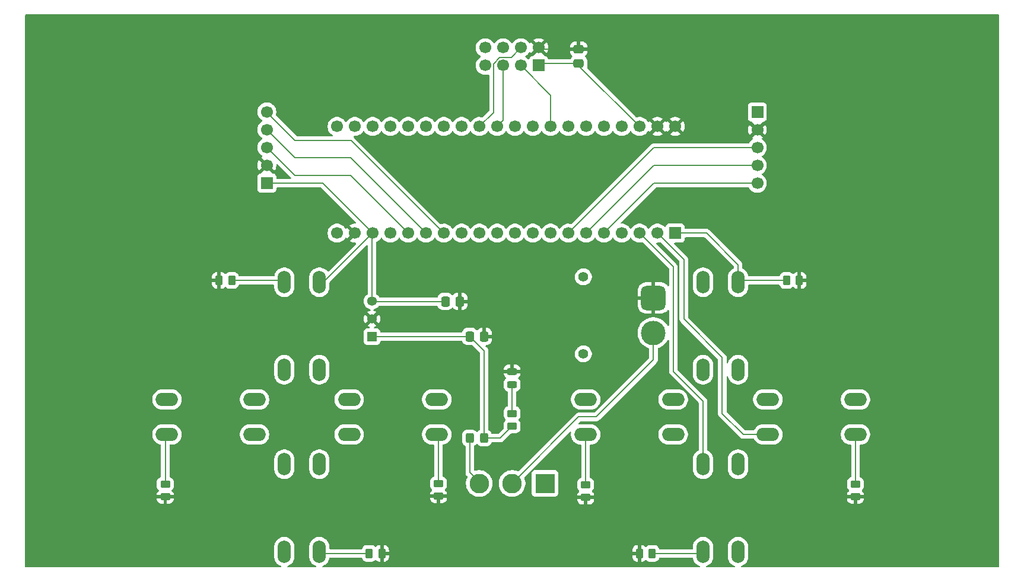
<source format=gbr>
%TF.GenerationSoftware,KiCad,Pcbnew,9.0.2*%
%TF.CreationDate,2025-08-18T15:30:26-04:00*%
%TF.ProjectId,Controller_Simple,436f6e74-726f-46c6-9c65-725f53696d70,rev?*%
%TF.SameCoordinates,Original*%
%TF.FileFunction,Copper,L1,Top*%
%TF.FilePolarity,Positive*%
%FSLAX46Y46*%
G04 Gerber Fmt 4.6, Leading zero omitted, Abs format (unit mm)*
G04 Created by KiCad (PCBNEW 9.0.2) date 2025-08-18 15:30:26*
%MOMM*%
%LPD*%
G01*
G04 APERTURE LIST*
G04 Aperture macros list*
%AMRoundRect*
0 Rectangle with rounded corners*
0 $1 Rounding radius*
0 $2 $3 $4 $5 $6 $7 $8 $9 X,Y pos of 4 corners*
0 Add a 4 corners polygon primitive as box body*
4,1,4,$2,$3,$4,$5,$6,$7,$8,$9,$2,$3,0*
0 Add four circle primitives for the rounded corners*
1,1,$1+$1,$2,$3*
1,1,$1+$1,$4,$5*
1,1,$1+$1,$6,$7*
1,1,$1+$1,$8,$9*
0 Add four rect primitives between the rounded corners*
20,1,$1+$1,$2,$3,$4,$5,0*
20,1,$1+$1,$4,$5,$6,$7,0*
20,1,$1+$1,$6,$7,$8,$9,0*
20,1,$1+$1,$8,$9,$2,$3,0*%
G04 Aperture macros list end*
%TA.AperFunction,SMDPad,CuDef*%
%ADD10RoundRect,0.250000X-0.450000X0.262500X-0.450000X-0.262500X0.450000X-0.262500X0.450000X0.262500X0*%
%TD*%
%TA.AperFunction,ComponentPad*%
%ADD11O,1.900000X3.200000*%
%TD*%
%TA.AperFunction,SMDPad,CuDef*%
%ADD12RoundRect,0.250000X0.262500X0.450000X-0.262500X0.450000X-0.262500X-0.450000X0.262500X-0.450000X0*%
%TD*%
%TA.AperFunction,ComponentPad*%
%ADD13O,3.200000X1.900000*%
%TD*%
%TA.AperFunction,SMDPad,CuDef*%
%ADD14RoundRect,0.250000X-0.337500X-0.475000X0.337500X-0.475000X0.337500X0.475000X-0.337500X0.475000X0*%
%TD*%
%TA.AperFunction,SMDPad,CuDef*%
%ADD15RoundRect,0.250000X0.475000X-0.337500X0.475000X0.337500X-0.475000X0.337500X-0.475000X-0.337500X0*%
%TD*%
%TA.AperFunction,ComponentPad*%
%ADD16C,1.400000*%
%TD*%
%TA.AperFunction,ComponentPad*%
%ADD17RoundRect,0.770000X0.980000X-0.980000X0.980000X0.980000X-0.980000X0.980000X-0.980000X-0.980000X0*%
%TD*%
%TA.AperFunction,ComponentPad*%
%ADD18C,3.500000*%
%TD*%
%TA.AperFunction,SMDPad,CuDef*%
%ADD19RoundRect,0.243750X-0.456250X0.243750X-0.456250X-0.243750X0.456250X-0.243750X0.456250X0.243750X0*%
%TD*%
%TA.AperFunction,ComponentPad*%
%ADD20R,1.700000X1.700000*%
%TD*%
%TA.AperFunction,ComponentPad*%
%ADD21C,1.700000*%
%TD*%
%TA.AperFunction,SMDPad,CuDef*%
%ADD22RoundRect,0.250000X-0.262500X-0.450000X0.262500X-0.450000X0.262500X0.450000X-0.262500X0.450000X0*%
%TD*%
%TA.AperFunction,SMDPad,CuDef*%
%ADD23RoundRect,0.250000X0.325000X0.450000X-0.325000X0.450000X-0.325000X-0.450000X0.325000X-0.450000X0*%
%TD*%
%TA.AperFunction,ComponentPad*%
%ADD24R,2.794000X2.794000*%
%TD*%
%TA.AperFunction,ComponentPad*%
%ADD25C,2.794000*%
%TD*%
%TA.AperFunction,ComponentPad*%
%ADD26R,1.358000X1.358000*%
%TD*%
%TA.AperFunction,ComponentPad*%
%ADD27C,1.358000*%
%TD*%
%TA.AperFunction,Conductor*%
%ADD28C,0.200000*%
%TD*%
G04 APERTURE END LIST*
D10*
%TO.P,R8,1*%
%TO.N,SW6*%
X60500000Y-87587500D03*
%TO.P,R8,2*%
%TO.N,GND*%
X60500000Y-89412500D03*
%TD*%
D11*
%TO.P,SW5,1,1*%
%TO.N,+5V*%
X82500000Y-58750000D03*
X82500000Y-71250000D03*
%TO.P,SW5,2,2*%
%TO.N,SW8*%
X77500000Y-58750000D03*
X77500000Y-71250000D03*
%TD*%
D12*
%TO.P,R4,1*%
%TO.N,SW4*%
X130000000Y-97500000D03*
%TO.P,R4,2*%
%TO.N,GND*%
X128175000Y-97500000D03*
%TD*%
D11*
%TO.P,SW4,1,1*%
%TO.N,+5V*%
X142250000Y-84750000D03*
X142250000Y-97250000D03*
%TO.P,SW4,2,2*%
%TO.N,SW4*%
X137250000Y-84750000D03*
X137250000Y-97250000D03*
%TD*%
D13*
%TO.P,SW8,1,1*%
%TO.N,+5V*%
X60750000Y-75500000D03*
X73250000Y-75500000D03*
%TO.P,SW8,2,2*%
%TO.N,SW6*%
X60750000Y-80500000D03*
X73250000Y-80500000D03*
%TD*%
D14*
%TO.P,C2,1*%
%TO.N,+12V*%
X103962500Y-66500000D03*
%TO.P,C2,2*%
%TO.N,GND*%
X106037500Y-66500000D03*
%TD*%
%TO.P,C3,1*%
%TO.N,+5V*%
X100462500Y-61500000D03*
%TO.P,C3,2*%
%TO.N,GND*%
X102537500Y-61500000D03*
%TD*%
D13*
%TO.P,SW6,1,1*%
%TO.N,+5V*%
X86750000Y-75500000D03*
X99250000Y-75500000D03*
%TO.P,SW6,2,2*%
%TO.N,SW5*%
X86750000Y-80500000D03*
X99250000Y-80500000D03*
%TD*%
D11*
%TO.P,SW2,1,1*%
%TO.N,+5V*%
X137250000Y-71250000D03*
X137250000Y-58750000D03*
%TO.P,SW2,2,2*%
%TO.N,SW2*%
X142250000Y-71250000D03*
X142250000Y-58750000D03*
%TD*%
D15*
%TO.P,C1,1*%
%TO.N,+3.3V*%
X119500000Y-27537500D03*
%TO.P,C1,2*%
%TO.N,GND*%
X119500000Y-25462500D03*
%TD*%
D10*
%TO.P,R1,1*%
%TO.N,SW1*%
X120500000Y-87675000D03*
%TO.P,R1,2*%
%TO.N,GND*%
X120500000Y-89500000D03*
%TD*%
%TO.P,R3,1*%
%TO.N,SW3*%
X159000000Y-87587500D03*
%TO.P,R3,2*%
%TO.N,GND*%
X159000000Y-89412500D03*
%TD*%
D16*
%TO.P,J4,*%
%TO.N,*%
X120175000Y-69000000D03*
X120175000Y-58000000D03*
D17*
%TO.P,J4,1,Pin_1*%
%TO.N,GND*%
X130175000Y-61000000D03*
D18*
%TO.P,J4,2,Pin_2*%
%TO.N,Net-(J4-Pin_2)*%
X130175000Y-66000000D03*
%TD*%
D19*
%TO.P,D1,1,K*%
%TO.N,GND*%
X110000000Y-71500000D03*
%TO.P,D1,2,A*%
%TO.N,Net-(D1-A)*%
X110000000Y-73375000D03*
%TD*%
D12*
%TO.P,R5,1*%
%TO.N,SW8*%
X70000000Y-58500000D03*
%TO.P,R5,2*%
%TO.N,GND*%
X68175000Y-58500000D03*
%TD*%
D20*
%TO.P,J3,1,Pin_1*%
%TO.N,+5V*%
X145000000Y-34450000D03*
D21*
%TO.P,J3,2,Pin_2*%
%TO.N,GND*%
X145000000Y-36990000D03*
%TO.P,J3,3,Pin_3*%
%TO.N,VRX2*%
X145000000Y-39530000D03*
%TO.P,J3,4,Pin_4*%
%TO.N,VRY2*%
X145000000Y-42070000D03*
%TO.P,J3,5,Pin_5*%
%TO.N,SWJ2*%
X145000000Y-44610000D03*
%TD*%
D20*
%TO.P,J2,1,Pin_1*%
%TO.N,+5V*%
X75000000Y-44580000D03*
D21*
%TO.P,J2,2,Pin_2*%
%TO.N,GND*%
X75000000Y-42040000D03*
%TO.P,J2,3,Pin_3*%
%TO.N,VRX1*%
X75000000Y-39500000D03*
%TO.P,J2,4,Pin_4*%
%TO.N,VRY1*%
X75000000Y-36960000D03*
%TO.P,J2,5,Pin_5*%
%TO.N,SWJ1*%
X75000000Y-34420000D03*
%TD*%
D20*
%TO.P,J1,1,Pin_1*%
%TO.N,+3.3V*%
X113800000Y-27790000D03*
D21*
%TO.P,J1,2,Pin_2*%
%TO.N,GND*%
X113800000Y-25250000D03*
%TO.P,J1,3,Pin_3*%
%TO.N,CE1*%
X111260000Y-27790000D03*
%TO.P,J1,4,Pin_4*%
%TO.N,CSN1*%
X111260000Y-25250000D03*
%TO.P,J1,5,Pin_5*%
%TO.N,SCK1*%
X108720000Y-27790000D03*
%TO.P,J1,6,Pin_6*%
%TO.N,MOSI1*%
X108720000Y-25250000D03*
%TO.P,J1,7,Pin_7*%
%TO.N,MISO1*%
X106180000Y-27790000D03*
%TO.P,J1,8,Pin_8*%
%TO.N,unconnected-(J1-Pin_8-Pad8)*%
X106180000Y-25250000D03*
%TD*%
D22*
%TO.P,R7,1*%
%TO.N,SW7*%
X89587500Y-97500000D03*
%TO.P,R7,2*%
%TO.N,GND*%
X91412500Y-97500000D03*
%TD*%
D23*
%TO.P,F1,1*%
%TO.N,+12V*%
X106000000Y-81000000D03*
%TO.P,F1,2*%
%TO.N,Net-(SW9-A)*%
X103950000Y-81000000D03*
%TD*%
D11*
%TO.P,SW7,1,1*%
%TO.N,+5V*%
X77500000Y-97250000D03*
X77500000Y-84750000D03*
%TO.P,SW7,2,2*%
%TO.N,SW7*%
X82500000Y-97250000D03*
X82500000Y-84750000D03*
%TD*%
D10*
%TO.P,R6,1*%
%TO.N,SW5*%
X99500000Y-87500000D03*
%TO.P,R6,2*%
%TO.N,GND*%
X99500000Y-89325000D03*
%TD*%
D22*
%TO.P,R2,1*%
%TO.N,SW2*%
X149175000Y-58500000D03*
%TO.P,R2,2*%
%TO.N,GND*%
X151000000Y-58500000D03*
%TD*%
D13*
%TO.P,SW3,1,1*%
%TO.N,+5V*%
X146500000Y-75500000D03*
X159000000Y-75500000D03*
%TO.P,SW3,2,2*%
%TO.N,SW3*%
X146500000Y-80500000D03*
X159000000Y-80500000D03*
%TD*%
D10*
%TO.P,R9,1*%
%TO.N,Net-(D1-A)*%
X110000000Y-77500000D03*
%TO.P,R9,2*%
%TO.N,+12V*%
X110000000Y-79325000D03*
%TD*%
D24*
%TO.P,SW9,1,C*%
%TO.N,unconnected-(SW9-C-Pad1)*%
X114699000Y-87500000D03*
D25*
%TO.P,SW9,2,B*%
%TO.N,Net-(J4-Pin_2)*%
X110000000Y-87500000D03*
%TO.P,SW9,3,A*%
%TO.N,Net-(SW9-A)*%
X105301000Y-87500000D03*
%TD*%
D13*
%TO.P,SW1,1,1*%
%TO.N,+5V*%
X120500000Y-75500000D03*
X133000000Y-75500000D03*
%TO.P,SW1,2,2*%
%TO.N,SW1*%
X120500000Y-80500000D03*
X133000000Y-80500000D03*
%TD*%
D20*
%TO.P,U2,1,PB12*%
%TO.N,SW2*%
X133280000Y-51740000D03*
D21*
%TO.P,U2,2,PB13*%
%TO.N,SW3*%
X130740000Y-51740000D03*
%TO.P,U2,3,PB14*%
%TO.N,SW4*%
X128200000Y-51740000D03*
%TO.P,U2,4,PB15*%
%TO.N,SW1*%
X125660000Y-51740000D03*
%TO.P,U2,5,PA8*%
%TO.N,SWJ2*%
X123120000Y-51740000D03*
%TO.P,U2,6,PA9*%
%TO.N,VRY2*%
X120580000Y-51740000D03*
%TO.P,U2,7,PA10*%
%TO.N,VRX2*%
X118040000Y-51740000D03*
%TO.P,U2,8,PA11*%
%TO.N,unconnected-(U2-PA11-Pad8)*%
X115500000Y-51740000D03*
%TO.P,U2,9,PA12*%
%TO.N,SW5*%
X112960000Y-51740000D03*
%TO.P,U2,10,PA15*%
%TO.N,SW7*%
X110420000Y-51740000D03*
%TO.P,U2,11,PB3*%
%TO.N,SW6*%
X107880000Y-51740000D03*
%TO.P,U2,12,PB4*%
%TO.N,SW8*%
X105340000Y-51740000D03*
%TO.P,U2,13,PB5*%
%TO.N,unconnected-(U2-PB5-Pad13)*%
X102800000Y-51740000D03*
%TO.P,U2,14,PB6*%
%TO.N,SWJ1*%
X100260000Y-51740000D03*
%TO.P,U2,15,PB7*%
%TO.N,VRY1*%
X97720000Y-51740000D03*
%TO.P,U2,16,PB8*%
%TO.N,VRX1*%
X95180000Y-51740000D03*
%TO.P,U2,17,PB9*%
%TO.N,unconnected-(U2-PB9-Pad17)*%
X92640000Y-51740000D03*
%TO.P,U2,18,5V*%
%TO.N,+5V*%
X90100000Y-51740000D03*
%TO.P,U2,19,GND*%
%TO.N,GND*%
X87560000Y-51740000D03*
%TO.P,U2,20,3V3*%
%TO.N,+3.3V*%
X85020000Y-51740000D03*
%TO.P,U2,21,VBat*%
%TO.N,unconnected-(U2-VBat-Pad21)*%
X85020000Y-36500000D03*
%TO.P,U2,22,PC13*%
%TO.N,unconnected-(U2-PC13-Pad22)*%
X87560000Y-36500000D03*
%TO.P,U2,23,PC14*%
%TO.N,unconnected-(U2-PC14-Pad23)*%
X90100000Y-36500000D03*
%TO.P,U2,24,PC15*%
%TO.N,unconnected-(U2-PC15-Pad24)*%
X92640000Y-36500000D03*
%TO.P,U2,25,PA0*%
%TO.N,unconnected-(U2-PA0-Pad25)*%
X95180000Y-36500000D03*
%TO.P,U2,26,PA1*%
%TO.N,unconnected-(U2-PA1-Pad26)*%
X97720000Y-36500000D03*
%TO.P,U2,27,PA2*%
%TO.N,unconnected-(U2-PA2-Pad27)*%
X100260000Y-36500000D03*
%TO.P,U2,28,PA3*%
%TO.N,unconnected-(U2-PA3-Pad28)*%
X102800000Y-36500000D03*
%TO.P,U2,29,PA4*%
%TO.N,CSN1*%
X105340000Y-36500000D03*
%TO.P,U2,30,PA5*%
%TO.N,SCK1*%
X107880000Y-36500000D03*
%TO.P,U2,31,PA6*%
%TO.N,MISO1*%
X110420000Y-36500000D03*
%TO.P,U2,32,PA7*%
%TO.N,MOSI1*%
X112960000Y-36500000D03*
%TO.P,U2,33,PB0*%
%TO.N,CE1*%
X115500000Y-36500000D03*
%TO.P,U2,34,PB1*%
%TO.N,unconnected-(U2-PB1-Pad34)*%
X118040000Y-36500000D03*
%TO.P,U2,35,PB10*%
%TO.N,unconnected-(U2-PB10-Pad35)*%
X120580000Y-36500000D03*
%TO.P,U2,36,PB11*%
%TO.N,unconnected-(U2-PB11-Pad36)*%
X123120000Y-36500000D03*
%TO.P,U2,37,RST*%
%TO.N,unconnected-(U2-RST-Pad37)*%
X125660000Y-36500000D03*
%TO.P,U2,38,3V3*%
%TO.N,+3.3V*%
X128200000Y-36500000D03*
%TO.P,U2,39,GND*%
%TO.N,GND*%
X130740000Y-36500000D03*
%TO.P,U2,40,GND*%
X133280000Y-36500000D03*
%TD*%
D26*
%TO.P,PS1,1,+VIN*%
%TO.N,+12V*%
X90000000Y-66540000D03*
D27*
%TO.P,PS1,2,GND*%
%TO.N,GND*%
X90000000Y-64000000D03*
%TO.P,PS1,3,+VOUT*%
%TO.N,+5V*%
X90000000Y-61460000D03*
%TD*%
D28*
%TO.N,+12V*%
X106000000Y-68537500D02*
X103962500Y-66500000D01*
X106000000Y-81000000D02*
X106000000Y-68537500D01*
X103922500Y-66540000D02*
X103962500Y-66500000D01*
X90000000Y-66540000D02*
X103922500Y-66540000D01*
%TO.N,GND*%
X114012500Y-25462500D02*
X113800000Y-25250000D01*
X119500000Y-25462500D02*
X114012500Y-25462500D01*
%TO.N,+3.3V*%
X119500000Y-27537500D02*
X119500000Y-27800000D01*
X119500000Y-27800000D02*
X128200000Y-36500000D01*
X119500000Y-27537500D02*
X114052500Y-27537500D01*
X119247500Y-27790000D02*
X119500000Y-27537500D01*
X114052500Y-27537500D02*
X113800000Y-27790000D01*
%TO.N,+12V*%
X90077500Y-66462500D02*
X90000000Y-66540000D01*
%TO.N,+5V*%
X75000000Y-44580000D02*
X82940000Y-44580000D01*
X100462500Y-61500000D02*
X90040000Y-61500000D01*
X82500000Y-58750000D02*
X83090000Y-58750000D01*
X82940000Y-44580000D02*
X90100000Y-51740000D01*
X90040000Y-61500000D02*
X90000000Y-61460000D01*
X83090000Y-58750000D02*
X90100000Y-51740000D01*
X90000000Y-61460000D02*
X90000000Y-51840000D01*
%TO.N,Net-(SW9-A)*%
X103950000Y-85950000D02*
X103950000Y-81000000D01*
X105301000Y-87500000D02*
X105500000Y-87500000D01*
X105500000Y-87500000D02*
X103950000Y-85950000D01*
%TO.N,CSN1*%
X108243240Y-26639000D02*
X107331000Y-27551240D01*
X109871000Y-26639000D02*
X108243240Y-26639000D01*
X111260000Y-25250000D02*
X109871000Y-26639000D01*
X107331000Y-27551240D02*
X107331000Y-34509000D01*
X107331000Y-34509000D02*
X105340000Y-36500000D01*
%TO.N,CE1*%
X111260000Y-27790000D02*
X115500000Y-32030000D01*
X115500000Y-32030000D02*
X115500000Y-36500000D01*
%TO.N,SCK1*%
X108720000Y-27790000D02*
X108720000Y-35660000D01*
X108720000Y-35660000D02*
X107880000Y-36500000D01*
%TO.N,VRX1*%
X86940000Y-43500000D02*
X95180000Y-51740000D01*
X75000000Y-39500000D02*
X79000000Y-43500000D01*
X79000000Y-43500000D02*
X86940000Y-43500000D01*
%TO.N,VRY1*%
X79000000Y-41000000D02*
X86980000Y-41000000D01*
X86980000Y-41000000D02*
X97720000Y-51740000D01*
X75000000Y-36960000D02*
X79000000Y-40960000D01*
X79000000Y-40960000D02*
X79000000Y-41000000D01*
%TO.N,SWJ1*%
X87020000Y-38500000D02*
X100260000Y-51740000D01*
X75000000Y-34500000D02*
X79000000Y-38500000D01*
X75000000Y-34420000D02*
X75000000Y-34500000D01*
X79000000Y-38500000D02*
X87020000Y-38500000D01*
%TO.N,SWJ2*%
X130250000Y-44610000D02*
X123120000Y-51740000D01*
X145000000Y-44610000D02*
X130250000Y-44610000D01*
%TO.N,VRY2*%
X130250000Y-42070000D02*
X120580000Y-51740000D01*
X145000000Y-42070000D02*
X130250000Y-42070000D01*
%TO.N,VRX2*%
X145000000Y-39530000D02*
X130250000Y-39530000D01*
X130250000Y-39530000D02*
X118040000Y-51740000D01*
%TO.N,SW1*%
X120500000Y-87675000D02*
X120500000Y-80500000D01*
%TO.N,SW2*%
X137740000Y-51740000D02*
X133280000Y-51740000D01*
X149175000Y-58500000D02*
X142500000Y-58500000D01*
X142500000Y-58500000D02*
X142250000Y-58750000D01*
X142250000Y-56250000D02*
X137740000Y-51740000D01*
X142250000Y-58750000D02*
X142250000Y-56250000D01*
X148750000Y-58750000D02*
X149000000Y-58500000D01*
%TO.N,SW3*%
X143000000Y-80500000D02*
X140000000Y-77500000D01*
X159000000Y-87587500D02*
X159000000Y-80500000D01*
X134500000Y-64000000D02*
X140000000Y-69500000D01*
X146500000Y-80500000D02*
X143000000Y-80500000D01*
X130740000Y-51740000D02*
X134500000Y-55500000D01*
X140000000Y-77500000D02*
X140000000Y-70500000D01*
X140000000Y-69500000D02*
X140000000Y-70500000D01*
X134500000Y-55500000D02*
X134500000Y-64000000D01*
%TO.N,SW4*%
X137000000Y-97500000D02*
X137250000Y-97250000D01*
X133000000Y-56540000D02*
X128200000Y-51740000D01*
X137250000Y-75750000D02*
X133000000Y-71500000D01*
X137250000Y-84750000D02*
X137250000Y-75750000D01*
X133000000Y-71500000D02*
X133000000Y-56540000D01*
X130000000Y-97500000D02*
X137000000Y-97500000D01*
%TO.N,SW8*%
X77250000Y-58500000D02*
X77500000Y-58750000D01*
X70000000Y-58500000D02*
X77250000Y-58500000D01*
%TO.N,SW5*%
X99500000Y-87500000D02*
X99500000Y-80750000D01*
X99500000Y-80750000D02*
X99250000Y-80500000D01*
%TO.N,SW7*%
X89587500Y-97500000D02*
X82750000Y-97500000D01*
X82750000Y-97500000D02*
X82500000Y-97250000D01*
%TO.N,SW6*%
X60500000Y-80750000D02*
X60750000Y-80500000D01*
X60500000Y-87587500D02*
X60500000Y-80750000D01*
%TO.N,Net-(D1-A)*%
X110000000Y-77500000D02*
X110000000Y-73375000D01*
%TO.N,+12V*%
X108325000Y-81000000D02*
X110000000Y-79325000D01*
X106000000Y-81000000D02*
X108325000Y-81000000D01*
%TO.N,Net-(J4-Pin_2)*%
X110000000Y-87500000D02*
X119500000Y-78000000D01*
X130175000Y-69825000D02*
X122000000Y-78000000D01*
X122000000Y-78000000D02*
X119500000Y-78000000D01*
X130175000Y-66000000D02*
X130175000Y-69825000D01*
%TD*%
%TA.AperFunction,Conductor*%
%TO.N,GND*%
G36*
X76555203Y-41904884D02*
G01*
X76561681Y-41910916D01*
X78418584Y-43767819D01*
X78452069Y-43829142D01*
X78447085Y-43898834D01*
X78405213Y-43954767D01*
X78339749Y-43979184D01*
X78330903Y-43979500D01*
X76474499Y-43979500D01*
X76407460Y-43959815D01*
X76361705Y-43907011D01*
X76350499Y-43855500D01*
X76350499Y-43682129D01*
X76350498Y-43682123D01*
X76350497Y-43682116D01*
X76344091Y-43622517D01*
X76328194Y-43579896D01*
X76293797Y-43487671D01*
X76293793Y-43487664D01*
X76207547Y-43372455D01*
X76207544Y-43372452D01*
X76092335Y-43286206D01*
X76092328Y-43286202D01*
X75957482Y-43235908D01*
X75957483Y-43235908D01*
X75897883Y-43229501D01*
X75897881Y-43229500D01*
X75897873Y-43229500D01*
X75897865Y-43229500D01*
X75887309Y-43229500D01*
X75820270Y-43209815D01*
X75799628Y-43193181D01*
X75129408Y-42522962D01*
X75192993Y-42505925D01*
X75307007Y-42440099D01*
X75400099Y-42347007D01*
X75465925Y-42232993D01*
X75482962Y-42169408D01*
X76115270Y-42801717D01*
X76115270Y-42801716D01*
X76154622Y-42747554D01*
X76251095Y-42558217D01*
X76316757Y-42356130D01*
X76316757Y-42356127D01*
X76350000Y-42146246D01*
X76350000Y-41998597D01*
X76369685Y-41931558D01*
X76422489Y-41885803D01*
X76491647Y-41875859D01*
X76555203Y-41904884D01*
G37*
%TD.AperFunction*%
%TA.AperFunction,Conductor*%
G36*
X113334075Y-25442993D02*
G01*
X113399901Y-25557007D01*
X113492993Y-25650099D01*
X113607007Y-25715925D01*
X113670590Y-25732962D01*
X113000370Y-26403181D01*
X112939047Y-26436666D01*
X112912698Y-26439500D01*
X112902134Y-26439500D01*
X112902123Y-26439501D01*
X112842516Y-26445908D01*
X112707671Y-26496202D01*
X112707664Y-26496206D01*
X112592455Y-26582452D01*
X112592452Y-26582455D01*
X112506206Y-26697664D01*
X112506203Y-26697669D01*
X112457189Y-26829083D01*
X112415317Y-26885016D01*
X112349853Y-26909433D01*
X112281580Y-26894581D01*
X112253326Y-26873430D01*
X112139786Y-26759890D01*
X111967820Y-26634951D01*
X111967115Y-26634591D01*
X111959054Y-26630485D01*
X111908259Y-26582512D01*
X111891463Y-26514692D01*
X111913999Y-26448556D01*
X111959054Y-26409515D01*
X111967816Y-26405051D01*
X112079194Y-26324131D01*
X112139786Y-26280109D01*
X112139788Y-26280106D01*
X112139792Y-26280104D01*
X112290104Y-26129792D01*
X112290106Y-26129788D01*
X112290109Y-26129786D01*
X112375890Y-26011717D01*
X112415051Y-25957816D01*
X112419793Y-25948508D01*
X112467763Y-25897711D01*
X112535583Y-25880911D01*
X112601719Y-25903445D01*
X112640763Y-25948500D01*
X112645373Y-25957547D01*
X112684728Y-26011716D01*
X113317037Y-25379408D01*
X113334075Y-25442993D01*
G37*
%TD.AperFunction*%
%TA.AperFunction,Conductor*%
G36*
X179442539Y-20520185D02*
G01*
X179488294Y-20572989D01*
X179499500Y-20624500D01*
X179499500Y-99375500D01*
X179479815Y-99442539D01*
X179427011Y-99488294D01*
X179375500Y-99499500D01*
X142804067Y-99499500D01*
X142737028Y-99479815D01*
X142691273Y-99427011D01*
X142681329Y-99357853D01*
X142710354Y-99294297D01*
X142765747Y-99257569D01*
X142806799Y-99244231D01*
X143010228Y-99140579D01*
X143194937Y-99006379D01*
X143356379Y-98844937D01*
X143490579Y-98660228D01*
X143594231Y-98456799D01*
X143664784Y-98239660D01*
X143683707Y-98120185D01*
X143700500Y-98014162D01*
X143700500Y-96485837D01*
X143664784Y-96260339D01*
X143594229Y-96043196D01*
X143490578Y-95839771D01*
X143356379Y-95655063D01*
X143194937Y-95493621D01*
X143010228Y-95359421D01*
X142806803Y-95255770D01*
X142589660Y-95185215D01*
X142364162Y-95149500D01*
X142364157Y-95149500D01*
X142135843Y-95149500D01*
X142135838Y-95149500D01*
X141910339Y-95185215D01*
X141693196Y-95255770D01*
X141489771Y-95359421D01*
X141305061Y-95493622D01*
X141143622Y-95655061D01*
X141009421Y-95839771D01*
X140905770Y-96043196D01*
X140835215Y-96260339D01*
X140799500Y-96485837D01*
X140799500Y-98014162D01*
X140835215Y-98239660D01*
X140905770Y-98456803D01*
X140996471Y-98634812D01*
X141009421Y-98660228D01*
X141143621Y-98844937D01*
X141305063Y-99006379D01*
X141489772Y-99140579D01*
X141585884Y-99189550D01*
X141693196Y-99244229D01*
X141693198Y-99244229D01*
X141693201Y-99244231D01*
X141734252Y-99257569D01*
X141791927Y-99297007D01*
X141819125Y-99361366D01*
X141807210Y-99430212D01*
X141759966Y-99481688D01*
X141695933Y-99499500D01*
X137804067Y-99499500D01*
X137737028Y-99479815D01*
X137691273Y-99427011D01*
X137681329Y-99357853D01*
X137710354Y-99294297D01*
X137765747Y-99257569D01*
X137806799Y-99244231D01*
X138010228Y-99140579D01*
X138194937Y-99006379D01*
X138356379Y-98844937D01*
X138490579Y-98660228D01*
X138594231Y-98456799D01*
X138664784Y-98239660D01*
X138683707Y-98120185D01*
X138700500Y-98014162D01*
X138700500Y-96485837D01*
X138664784Y-96260339D01*
X138594229Y-96043196D01*
X138490578Y-95839771D01*
X138356379Y-95655063D01*
X138194937Y-95493621D01*
X138010228Y-95359421D01*
X137806803Y-95255770D01*
X137589660Y-95185215D01*
X137364162Y-95149500D01*
X137364157Y-95149500D01*
X137135843Y-95149500D01*
X137135838Y-95149500D01*
X136910339Y-95185215D01*
X136693196Y-95255770D01*
X136489771Y-95359421D01*
X136305061Y-95493622D01*
X136143622Y-95655061D01*
X136009421Y-95839771D01*
X135905770Y-96043196D01*
X135835215Y-96260339D01*
X135799500Y-96485837D01*
X135799500Y-96775500D01*
X135779815Y-96842539D01*
X135727011Y-96888294D01*
X135675500Y-96899500D01*
X131092801Y-96899500D01*
X131025762Y-96879815D01*
X130980007Y-96827011D01*
X130975095Y-96814504D01*
X130947314Y-96730666D01*
X130855212Y-96581344D01*
X130731156Y-96457288D01*
X130581834Y-96365186D01*
X130415297Y-96310001D01*
X130415295Y-96310000D01*
X130312510Y-96299500D01*
X129687498Y-96299500D01*
X129687480Y-96299501D01*
X129584703Y-96310000D01*
X129584700Y-96310001D01*
X129418168Y-96365185D01*
X129418163Y-96365187D01*
X129268845Y-96457287D01*
X129174827Y-96551305D01*
X129113503Y-96584789D01*
X129043812Y-96579805D01*
X128999465Y-96551304D01*
X128905845Y-96457684D01*
X128756624Y-96365643D01*
X128756619Y-96365641D01*
X128590197Y-96310494D01*
X128590190Y-96310493D01*
X128487486Y-96300000D01*
X128425000Y-96300000D01*
X128425000Y-98699999D01*
X128487472Y-98699999D01*
X128487486Y-98699998D01*
X128590197Y-98689505D01*
X128756619Y-98634358D01*
X128756624Y-98634356D01*
X128905842Y-98542317D01*
X128999464Y-98448695D01*
X129060787Y-98415210D01*
X129130479Y-98420194D01*
X129174827Y-98448695D01*
X129268844Y-98542712D01*
X129418166Y-98634814D01*
X129584703Y-98689999D01*
X129687491Y-98700500D01*
X130312508Y-98700499D01*
X130312516Y-98700498D01*
X130312519Y-98700498D01*
X130368802Y-98694748D01*
X130415297Y-98689999D01*
X130581834Y-98634814D01*
X130731156Y-98542712D01*
X130855212Y-98418656D01*
X130947314Y-98269334D01*
X130975095Y-98185495D01*
X131014868Y-98128051D01*
X131079384Y-98101228D01*
X131092801Y-98100500D01*
X135707269Y-98100500D01*
X135774308Y-98120185D01*
X135820063Y-98172989D01*
X135829742Y-98205101D01*
X135835215Y-98239657D01*
X135835216Y-98239660D01*
X135905769Y-98456799D01*
X136009421Y-98660228D01*
X136143621Y-98844937D01*
X136305063Y-99006379D01*
X136489772Y-99140579D01*
X136585884Y-99189550D01*
X136693196Y-99244229D01*
X136693198Y-99244229D01*
X136693201Y-99244231D01*
X136734252Y-99257569D01*
X136791927Y-99297007D01*
X136819125Y-99361366D01*
X136807210Y-99430212D01*
X136759966Y-99481688D01*
X136695933Y-99499500D01*
X83054067Y-99499500D01*
X82987028Y-99479815D01*
X82941273Y-99427011D01*
X82931329Y-99357853D01*
X82960354Y-99294297D01*
X83015747Y-99257569D01*
X83056799Y-99244231D01*
X83260228Y-99140579D01*
X83444937Y-99006379D01*
X83606379Y-98844937D01*
X83740579Y-98660228D01*
X83844231Y-98456799D01*
X83914784Y-98239660D01*
X83920258Y-98205101D01*
X83950188Y-98141966D01*
X84009500Y-98105036D01*
X84042731Y-98100500D01*
X88494699Y-98100500D01*
X88561738Y-98120185D01*
X88607493Y-98172989D01*
X88612403Y-98185492D01*
X88640186Y-98269334D01*
X88732288Y-98418656D01*
X88856344Y-98542712D01*
X89005666Y-98634814D01*
X89172203Y-98689999D01*
X89274991Y-98700500D01*
X89900008Y-98700499D01*
X89900016Y-98700498D01*
X89900019Y-98700498D01*
X89956302Y-98694748D01*
X90002797Y-98689999D01*
X90169334Y-98634814D01*
X90318656Y-98542712D01*
X90412675Y-98448692D01*
X90473994Y-98415210D01*
X90543686Y-98420194D01*
X90588034Y-98448695D01*
X90681654Y-98542315D01*
X90830875Y-98634356D01*
X90830880Y-98634358D01*
X90997302Y-98689505D01*
X90997309Y-98689506D01*
X91100019Y-98699999D01*
X91662500Y-98699999D01*
X91724972Y-98699999D01*
X91724986Y-98699998D01*
X91827697Y-98689505D01*
X91994119Y-98634358D01*
X91994124Y-98634356D01*
X92143345Y-98542315D01*
X92267315Y-98418345D01*
X92359356Y-98269124D01*
X92359358Y-98269119D01*
X92414505Y-98102697D01*
X92414506Y-98102690D01*
X92424999Y-97999986D01*
X127162501Y-97999986D01*
X127172994Y-98102697D01*
X127228141Y-98269119D01*
X127228143Y-98269124D01*
X127320184Y-98418345D01*
X127444154Y-98542315D01*
X127593375Y-98634356D01*
X127593380Y-98634358D01*
X127759802Y-98689505D01*
X127759809Y-98689506D01*
X127862519Y-98699999D01*
X127924999Y-98699998D01*
X127925000Y-98699998D01*
X127925000Y-97750000D01*
X127162501Y-97750000D01*
X127162501Y-97999986D01*
X92424999Y-97999986D01*
X92425000Y-97999973D01*
X92425000Y-97750000D01*
X91662500Y-97750000D01*
X91662500Y-98699999D01*
X91100019Y-98699999D01*
X91162499Y-98699998D01*
X91162500Y-98699998D01*
X91162500Y-97250000D01*
X91662500Y-97250000D01*
X92424999Y-97250000D01*
X92424999Y-97000029D01*
X92424998Y-97000013D01*
X127162500Y-97000013D01*
X127162500Y-97250000D01*
X127925000Y-97250000D01*
X127925000Y-96300000D01*
X127924999Y-96299999D01*
X127862528Y-96300000D01*
X127862511Y-96300001D01*
X127759802Y-96310494D01*
X127593380Y-96365641D01*
X127593375Y-96365643D01*
X127444154Y-96457684D01*
X127320184Y-96581654D01*
X127228143Y-96730875D01*
X127228141Y-96730880D01*
X127172994Y-96897302D01*
X127172993Y-96897309D01*
X127162500Y-97000013D01*
X92424998Y-97000013D01*
X92424998Y-97000012D01*
X92414505Y-96897302D01*
X92359358Y-96730880D01*
X92359356Y-96730875D01*
X92267315Y-96581654D01*
X92143345Y-96457684D01*
X91994124Y-96365643D01*
X91994119Y-96365641D01*
X91827697Y-96310494D01*
X91827690Y-96310493D01*
X91724986Y-96300000D01*
X91662500Y-96300000D01*
X91662500Y-97250000D01*
X91162500Y-97250000D01*
X91162500Y-96300000D01*
X91162499Y-96299999D01*
X91100028Y-96300000D01*
X91100011Y-96300001D01*
X90997302Y-96310494D01*
X90830880Y-96365641D01*
X90830875Y-96365643D01*
X90681657Y-96457682D01*
X90588034Y-96551305D01*
X90526710Y-96584789D01*
X90457019Y-96579805D01*
X90412672Y-96551304D01*
X90318657Y-96457289D01*
X90318656Y-96457288D01*
X90169334Y-96365186D01*
X90002797Y-96310001D01*
X90002795Y-96310000D01*
X89900010Y-96299500D01*
X89274998Y-96299500D01*
X89274980Y-96299501D01*
X89172203Y-96310000D01*
X89172200Y-96310001D01*
X89005668Y-96365185D01*
X89005663Y-96365187D01*
X88856342Y-96457289D01*
X88732289Y-96581342D01*
X88640187Y-96730663D01*
X88640185Y-96730668D01*
X88612405Y-96814504D01*
X88572632Y-96871949D01*
X88508116Y-96898772D01*
X88494699Y-96899500D01*
X84074500Y-96899500D01*
X84007461Y-96879815D01*
X83961706Y-96827011D01*
X83950500Y-96775500D01*
X83950500Y-96485837D01*
X83914784Y-96260339D01*
X83844229Y-96043196D01*
X83740578Y-95839771D01*
X83606379Y-95655063D01*
X83444937Y-95493621D01*
X83260228Y-95359421D01*
X83056803Y-95255770D01*
X82839660Y-95185215D01*
X82614162Y-95149500D01*
X82614157Y-95149500D01*
X82385843Y-95149500D01*
X82385838Y-95149500D01*
X82160339Y-95185215D01*
X81943196Y-95255770D01*
X81739771Y-95359421D01*
X81555061Y-95493622D01*
X81393622Y-95655061D01*
X81259421Y-95839771D01*
X81155770Y-96043196D01*
X81085215Y-96260339D01*
X81049500Y-96485837D01*
X81049500Y-98014162D01*
X81085215Y-98239660D01*
X81155770Y-98456803D01*
X81246471Y-98634812D01*
X81259421Y-98660228D01*
X81393621Y-98844937D01*
X81555063Y-99006379D01*
X81739772Y-99140579D01*
X81835884Y-99189550D01*
X81943196Y-99244229D01*
X81943198Y-99244229D01*
X81943201Y-99244231D01*
X81984252Y-99257569D01*
X82041927Y-99297007D01*
X82069125Y-99361366D01*
X82057210Y-99430212D01*
X82009966Y-99481688D01*
X81945933Y-99499500D01*
X78054067Y-99499500D01*
X77987028Y-99479815D01*
X77941273Y-99427011D01*
X77931329Y-99357853D01*
X77960354Y-99294297D01*
X78015747Y-99257569D01*
X78056799Y-99244231D01*
X78260228Y-99140579D01*
X78444937Y-99006379D01*
X78606379Y-98844937D01*
X78740579Y-98660228D01*
X78844231Y-98456799D01*
X78914784Y-98239660D01*
X78933707Y-98120185D01*
X78950500Y-98014162D01*
X78950500Y-96485837D01*
X78914784Y-96260339D01*
X78844229Y-96043196D01*
X78740578Y-95839771D01*
X78606379Y-95655063D01*
X78444937Y-95493621D01*
X78260228Y-95359421D01*
X78056803Y-95255770D01*
X77839660Y-95185215D01*
X77614162Y-95149500D01*
X77614157Y-95149500D01*
X77385843Y-95149500D01*
X77385838Y-95149500D01*
X77160339Y-95185215D01*
X76943196Y-95255770D01*
X76739771Y-95359421D01*
X76555061Y-95493622D01*
X76393622Y-95655061D01*
X76259421Y-95839771D01*
X76155770Y-96043196D01*
X76085215Y-96260339D01*
X76049500Y-96485837D01*
X76049500Y-98014162D01*
X76085215Y-98239660D01*
X76155770Y-98456803D01*
X76246471Y-98634812D01*
X76259421Y-98660228D01*
X76393621Y-98844937D01*
X76555063Y-99006379D01*
X76739772Y-99140579D01*
X76835884Y-99189550D01*
X76943196Y-99244229D01*
X76943198Y-99244229D01*
X76943201Y-99244231D01*
X76984252Y-99257569D01*
X77041927Y-99297007D01*
X77069125Y-99361366D01*
X77057210Y-99430212D01*
X77009966Y-99481688D01*
X76945933Y-99499500D01*
X40624500Y-99499500D01*
X40557461Y-99479815D01*
X40511706Y-99427011D01*
X40500500Y-99375500D01*
X40500500Y-89724986D01*
X59300001Y-89724986D01*
X59310494Y-89827697D01*
X59365641Y-89994119D01*
X59365643Y-89994124D01*
X59457684Y-90143345D01*
X59581654Y-90267315D01*
X59730875Y-90359356D01*
X59730880Y-90359358D01*
X59897302Y-90414505D01*
X59897309Y-90414506D01*
X60000019Y-90424999D01*
X60249999Y-90424999D01*
X60750000Y-90424999D01*
X60999972Y-90424999D01*
X60999986Y-90424998D01*
X61102697Y-90414505D01*
X61269119Y-90359358D01*
X61269124Y-90359356D01*
X61418345Y-90267315D01*
X61542315Y-90143345D01*
X61634356Y-89994124D01*
X61634358Y-89994119D01*
X61689505Y-89827697D01*
X61689506Y-89827690D01*
X61699999Y-89724986D01*
X61700000Y-89724973D01*
X61700000Y-89662500D01*
X60750000Y-89662500D01*
X60750000Y-90424999D01*
X60249999Y-90424999D01*
X60250000Y-90424998D01*
X60250000Y-89662500D01*
X59300001Y-89662500D01*
X59300001Y-89724986D01*
X40500500Y-89724986D01*
X40500500Y-89637486D01*
X98300001Y-89637486D01*
X98310494Y-89740197D01*
X98365641Y-89906619D01*
X98365643Y-89906624D01*
X98457684Y-90055845D01*
X98581654Y-90179815D01*
X98730875Y-90271856D01*
X98730880Y-90271858D01*
X98897302Y-90327005D01*
X98897309Y-90327006D01*
X99000019Y-90337499D01*
X99249999Y-90337499D01*
X99750000Y-90337499D01*
X99999972Y-90337499D01*
X99999986Y-90337498D01*
X100102697Y-90327005D01*
X100269119Y-90271858D01*
X100269124Y-90271856D01*
X100418345Y-90179815D01*
X100542315Y-90055845D01*
X100634356Y-89906624D01*
X100634358Y-89906619D01*
X100665551Y-89812486D01*
X119300001Y-89812486D01*
X119310494Y-89915197D01*
X119365641Y-90081619D01*
X119365643Y-90081624D01*
X119457684Y-90230845D01*
X119581654Y-90354815D01*
X119730875Y-90446856D01*
X119730880Y-90446858D01*
X119897302Y-90502005D01*
X119897309Y-90502006D01*
X120000019Y-90512499D01*
X120249999Y-90512499D01*
X120750000Y-90512499D01*
X120999972Y-90512499D01*
X120999986Y-90512498D01*
X121102697Y-90502005D01*
X121269119Y-90446858D01*
X121269124Y-90446856D01*
X121418345Y-90354815D01*
X121542315Y-90230845D01*
X121634356Y-90081624D01*
X121634358Y-90081619D01*
X121689505Y-89915197D01*
X121689506Y-89915190D01*
X121699999Y-89812486D01*
X121700000Y-89812473D01*
X121700000Y-89750000D01*
X120750000Y-89750000D01*
X120750000Y-90512499D01*
X120249999Y-90512499D01*
X120250000Y-90512498D01*
X120250000Y-89750000D01*
X119300001Y-89750000D01*
X119300001Y-89812486D01*
X100665551Y-89812486D01*
X100689505Y-89740197D01*
X100689506Y-89740189D01*
X100691059Y-89724986D01*
X157800001Y-89724986D01*
X157810494Y-89827697D01*
X157865641Y-89994119D01*
X157865643Y-89994124D01*
X157957684Y-90143345D01*
X158081654Y-90267315D01*
X158230875Y-90359356D01*
X158230880Y-90359358D01*
X158397302Y-90414505D01*
X158397309Y-90414506D01*
X158500019Y-90424999D01*
X158749999Y-90424999D01*
X159250000Y-90424999D01*
X159499972Y-90424999D01*
X159499986Y-90424998D01*
X159602697Y-90414505D01*
X159769119Y-90359358D01*
X159769124Y-90359356D01*
X159918345Y-90267315D01*
X160042315Y-90143345D01*
X160134356Y-89994124D01*
X160134358Y-89994119D01*
X160189505Y-89827697D01*
X160189506Y-89827690D01*
X160199999Y-89724986D01*
X160200000Y-89724973D01*
X160200000Y-89662500D01*
X159250000Y-89662500D01*
X159250000Y-90424999D01*
X158749999Y-90424999D01*
X158750000Y-90424998D01*
X158750000Y-89662500D01*
X157800001Y-89662500D01*
X157800001Y-89724986D01*
X100691059Y-89724986D01*
X100694799Y-89688382D01*
X100700000Y-89607165D01*
X100700000Y-89575000D01*
X99750000Y-89575000D01*
X99750000Y-90337499D01*
X99249999Y-90337499D01*
X99250000Y-90337498D01*
X99250000Y-89575000D01*
X98300001Y-89575000D01*
X98300001Y-89637486D01*
X40500500Y-89637486D01*
X40500500Y-80385837D01*
X58649500Y-80385837D01*
X58649500Y-80614162D01*
X58685215Y-80839660D01*
X58755770Y-81056803D01*
X58812533Y-81168205D01*
X58859421Y-81260228D01*
X58993621Y-81444937D01*
X59155063Y-81606379D01*
X59339772Y-81740579D01*
X59396207Y-81769334D01*
X59543196Y-81844229D01*
X59543198Y-81844229D01*
X59543201Y-81844231D01*
X59760340Y-81914784D01*
X59794900Y-81920257D01*
X59858032Y-81950185D01*
X59894963Y-82009496D01*
X59899500Y-82042730D01*
X59899500Y-86494699D01*
X59879815Y-86561738D01*
X59827011Y-86607493D01*
X59814507Y-86612403D01*
X59781962Y-86623188D01*
X59730668Y-86640185D01*
X59730663Y-86640187D01*
X59581342Y-86732289D01*
X59457289Y-86856342D01*
X59365187Y-87005663D01*
X59365186Y-87005666D01*
X59310001Y-87172203D01*
X59310001Y-87172204D01*
X59310000Y-87172204D01*
X59299500Y-87274983D01*
X59299500Y-87900001D01*
X59299501Y-87900019D01*
X59310000Y-88002796D01*
X59310001Y-88002799D01*
X59365185Y-88169331D01*
X59365187Y-88169336D01*
X59457289Y-88318657D01*
X59551304Y-88412672D01*
X59584789Y-88473995D01*
X59579805Y-88543687D01*
X59551305Y-88588034D01*
X59457682Y-88681657D01*
X59365643Y-88830875D01*
X59365641Y-88830880D01*
X59310494Y-88997302D01*
X59310493Y-88997309D01*
X59300000Y-89100013D01*
X59300000Y-89162500D01*
X61699999Y-89162500D01*
X61699999Y-89100028D01*
X61699998Y-89100013D01*
X61689505Y-88997302D01*
X61634358Y-88830880D01*
X61634356Y-88830875D01*
X61542315Y-88681654D01*
X61448695Y-88588034D01*
X61415210Y-88526711D01*
X61420194Y-88457019D01*
X61448691Y-88412676D01*
X61542712Y-88318656D01*
X61634814Y-88169334D01*
X61689999Y-88002797D01*
X61700500Y-87900009D01*
X61700499Y-87274992D01*
X61698937Y-87259704D01*
X61689999Y-87172203D01*
X61689998Y-87172200D01*
X61634814Y-87005666D01*
X61542712Y-86856344D01*
X61418656Y-86732288D01*
X61299777Y-86658963D01*
X61269336Y-86640187D01*
X61269331Y-86640185D01*
X61267082Y-86639439D01*
X61185495Y-86612404D01*
X61128051Y-86572632D01*
X61101228Y-86508116D01*
X61100500Y-86494699D01*
X61100500Y-83985837D01*
X76049500Y-83985837D01*
X76049500Y-85514162D01*
X76085215Y-85739660D01*
X76155770Y-85956803D01*
X76213611Y-86070321D01*
X76259421Y-86160228D01*
X76393621Y-86344937D01*
X76555063Y-86506379D01*
X76739772Y-86640579D01*
X76802423Y-86672501D01*
X76943196Y-86744229D01*
X76943198Y-86744229D01*
X76943201Y-86744231D01*
X77018946Y-86768842D01*
X77160339Y-86814784D01*
X77385838Y-86850500D01*
X77385843Y-86850500D01*
X77614162Y-86850500D01*
X77839660Y-86814784D01*
X78056799Y-86744231D01*
X78260228Y-86640579D01*
X78444937Y-86506379D01*
X78606379Y-86344937D01*
X78740579Y-86160228D01*
X78844231Y-85956799D01*
X78914784Y-85739660D01*
X78921169Y-85699345D01*
X78950500Y-85514162D01*
X78950500Y-83985837D01*
X81049500Y-83985837D01*
X81049500Y-85514162D01*
X81085215Y-85739660D01*
X81155770Y-85956803D01*
X81213611Y-86070321D01*
X81259421Y-86160228D01*
X81393621Y-86344937D01*
X81555063Y-86506379D01*
X81739772Y-86640579D01*
X81802423Y-86672501D01*
X81943196Y-86744229D01*
X81943198Y-86744229D01*
X81943201Y-86744231D01*
X82018946Y-86768842D01*
X82160339Y-86814784D01*
X82385838Y-86850500D01*
X82385843Y-86850500D01*
X82614162Y-86850500D01*
X82839660Y-86814784D01*
X83056799Y-86744231D01*
X83260228Y-86640579D01*
X83444937Y-86506379D01*
X83606379Y-86344937D01*
X83740579Y-86160228D01*
X83844231Y-85956799D01*
X83914784Y-85739660D01*
X83921169Y-85699345D01*
X83950500Y-85514162D01*
X83950500Y-83985837D01*
X83914784Y-83760339D01*
X83844229Y-83543196D01*
X83740578Y-83339771D01*
X83606379Y-83155063D01*
X83444937Y-82993621D01*
X83260228Y-82859421D01*
X83260224Y-82859419D01*
X83056803Y-82755770D01*
X82839660Y-82685215D01*
X82614162Y-82649500D01*
X82614157Y-82649500D01*
X82385843Y-82649500D01*
X82385838Y-82649500D01*
X82160339Y-82685215D01*
X81943196Y-82755770D01*
X81739771Y-82859421D01*
X81555061Y-82993622D01*
X81393622Y-83155061D01*
X81259421Y-83339771D01*
X81155770Y-83543196D01*
X81085215Y-83760339D01*
X81049500Y-83985837D01*
X78950500Y-83985837D01*
X78914784Y-83760339D01*
X78844229Y-83543196D01*
X78740578Y-83339771D01*
X78606379Y-83155063D01*
X78444937Y-82993621D01*
X78260228Y-82859421D01*
X78260224Y-82859419D01*
X78056803Y-82755770D01*
X77839660Y-82685215D01*
X77614162Y-82649500D01*
X77614157Y-82649500D01*
X77385843Y-82649500D01*
X77385838Y-82649500D01*
X77160339Y-82685215D01*
X76943196Y-82755770D01*
X76739771Y-82859421D01*
X76555061Y-82993622D01*
X76393622Y-83155061D01*
X76259421Y-83339771D01*
X76155770Y-83543196D01*
X76085215Y-83760339D01*
X76049500Y-83985837D01*
X61100500Y-83985837D01*
X61100500Y-82074500D01*
X61120185Y-82007461D01*
X61172989Y-81961706D01*
X61224500Y-81950500D01*
X61514162Y-81950500D01*
X61739660Y-81914784D01*
X61745184Y-81912989D01*
X61956799Y-81844231D01*
X62160228Y-81740579D01*
X62344937Y-81606379D01*
X62506379Y-81444937D01*
X62640579Y-81260228D01*
X62744231Y-81056799D01*
X62814784Y-80839660D01*
X62850500Y-80614162D01*
X62850500Y-80385837D01*
X71149500Y-80385837D01*
X71149500Y-80614162D01*
X71185215Y-80839660D01*
X71255770Y-81056803D01*
X71312533Y-81168205D01*
X71359421Y-81260228D01*
X71493621Y-81444937D01*
X71655063Y-81606379D01*
X71839772Y-81740579D01*
X71896207Y-81769334D01*
X72043196Y-81844229D01*
X72043198Y-81844229D01*
X72043201Y-81844231D01*
X72159592Y-81882049D01*
X72260339Y-81914784D01*
X72485838Y-81950500D01*
X72485843Y-81950500D01*
X74014162Y-81950500D01*
X74239660Y-81914784D01*
X74245184Y-81912989D01*
X74456799Y-81844231D01*
X74660228Y-81740579D01*
X74844937Y-81606379D01*
X75006379Y-81444937D01*
X75140579Y-81260228D01*
X75244231Y-81056799D01*
X75314784Y-80839660D01*
X75350500Y-80614162D01*
X75350500Y-80385837D01*
X84649500Y-80385837D01*
X84649500Y-80614162D01*
X84685215Y-80839660D01*
X84755770Y-81056803D01*
X84812533Y-81168205D01*
X84859421Y-81260228D01*
X84993621Y-81444937D01*
X85155063Y-81606379D01*
X85339772Y-81740579D01*
X85396207Y-81769334D01*
X85543196Y-81844229D01*
X85543198Y-81844229D01*
X85543201Y-81844231D01*
X85659592Y-81882049D01*
X85760339Y-81914784D01*
X85985838Y-81950500D01*
X85985843Y-81950500D01*
X87514162Y-81950500D01*
X87739660Y-81914784D01*
X87745184Y-81912989D01*
X87956799Y-81844231D01*
X88160228Y-81740579D01*
X88344937Y-81606379D01*
X88506379Y-81444937D01*
X88640579Y-81260228D01*
X88744231Y-81056799D01*
X88814784Y-80839660D01*
X88850500Y-80614162D01*
X88850500Y-80385837D01*
X97149500Y-80385837D01*
X97149500Y-80614162D01*
X97185215Y-80839660D01*
X97255770Y-81056803D01*
X97312533Y-81168205D01*
X97359421Y-81260228D01*
X97493621Y-81444937D01*
X97655063Y-81606379D01*
X97839772Y-81740579D01*
X97896207Y-81769334D01*
X98043196Y-81844229D01*
X98043198Y-81844229D01*
X98043201Y-81844231D01*
X98159592Y-81882049D01*
X98260339Y-81914784D01*
X98485838Y-81950500D01*
X98485843Y-81950500D01*
X98775500Y-81950500D01*
X98842539Y-81970185D01*
X98888294Y-82022989D01*
X98899500Y-82074500D01*
X98899500Y-86407199D01*
X98879815Y-86474238D01*
X98827011Y-86519993D01*
X98814507Y-86524903D01*
X98781962Y-86535688D01*
X98730668Y-86552685D01*
X98730663Y-86552687D01*
X98581342Y-86644789D01*
X98457289Y-86768842D01*
X98365187Y-86918163D01*
X98365186Y-86918166D01*
X98310001Y-87084703D01*
X98310001Y-87084704D01*
X98310000Y-87084704D01*
X98299500Y-87187483D01*
X98299500Y-87812501D01*
X98299501Y-87812519D01*
X98310000Y-87915296D01*
X98310001Y-87915299D01*
X98365185Y-88081831D01*
X98365187Y-88081836D01*
X98457289Y-88231157D01*
X98551304Y-88325172D01*
X98584789Y-88386495D01*
X98579805Y-88456187D01*
X98551305Y-88500534D01*
X98457682Y-88594157D01*
X98365643Y-88743375D01*
X98365641Y-88743380D01*
X98310494Y-88909802D01*
X98310493Y-88909809D01*
X98300000Y-89012513D01*
X98300000Y-89075000D01*
X100699999Y-89075000D01*
X100699999Y-89012528D01*
X100699998Y-89012513D01*
X100689505Y-88909802D01*
X100634358Y-88743380D01*
X100634356Y-88743375D01*
X100542315Y-88594154D01*
X100448695Y-88500534D01*
X100415210Y-88439211D01*
X100420194Y-88369519D01*
X100448691Y-88325176D01*
X100542712Y-88231156D01*
X100634814Y-88081834D01*
X100689999Y-87915297D01*
X100700500Y-87812509D01*
X100700499Y-87187492D01*
X100698937Y-87172204D01*
X100689999Y-87084703D01*
X100689998Y-87084700D01*
X100663809Y-87005668D01*
X100634814Y-86918166D01*
X100542712Y-86768844D01*
X100418656Y-86644788D01*
X100321344Y-86584766D01*
X100269336Y-86552687D01*
X100269331Y-86552685D01*
X100267082Y-86551939D01*
X100185495Y-86524904D01*
X100128051Y-86485132D01*
X100101228Y-86420616D01*
X100100500Y-86407199D01*
X100100500Y-82042730D01*
X100120185Y-81975691D01*
X100172989Y-81929936D01*
X100205095Y-81920258D01*
X100239660Y-81914784D01*
X100456799Y-81844231D01*
X100660228Y-81740579D01*
X100844937Y-81606379D01*
X101006379Y-81444937D01*
X101140579Y-81260228D01*
X101244231Y-81056799D01*
X101314784Y-80839660D01*
X101350500Y-80614162D01*
X101350500Y-80385837D01*
X101314784Y-80160339D01*
X101244229Y-79943196D01*
X101171012Y-79799500D01*
X101140579Y-79739772D01*
X101006379Y-79555063D01*
X100844937Y-79393621D01*
X100660228Y-79259421D01*
X100660142Y-79259377D01*
X100456803Y-79155770D01*
X100239660Y-79085215D01*
X100014162Y-79049500D01*
X100014157Y-79049500D01*
X98485843Y-79049500D01*
X98485838Y-79049500D01*
X98260339Y-79085215D01*
X98043196Y-79155770D01*
X97839771Y-79259421D01*
X97655061Y-79393622D01*
X97493622Y-79555061D01*
X97359421Y-79739771D01*
X97255770Y-79943196D01*
X97185215Y-80160339D01*
X97149500Y-80385837D01*
X88850500Y-80385837D01*
X88814784Y-80160339D01*
X88744229Y-79943196D01*
X88671012Y-79799500D01*
X88640579Y-79739772D01*
X88506379Y-79555063D01*
X88344937Y-79393621D01*
X88160228Y-79259421D01*
X88160142Y-79259377D01*
X87956803Y-79155770D01*
X87739660Y-79085215D01*
X87514162Y-79049500D01*
X87514157Y-79049500D01*
X85985843Y-79049500D01*
X85985838Y-79049500D01*
X85760339Y-79085215D01*
X85543196Y-79155770D01*
X85339771Y-79259421D01*
X85155061Y-79393622D01*
X84993622Y-79555061D01*
X84859421Y-79739771D01*
X84755770Y-79943196D01*
X84685215Y-80160339D01*
X84649500Y-80385837D01*
X75350500Y-80385837D01*
X75314784Y-80160339D01*
X75244229Y-79943196D01*
X75171012Y-79799500D01*
X75140579Y-79739772D01*
X75006379Y-79555063D01*
X74844937Y-79393621D01*
X74660228Y-79259421D01*
X74660142Y-79259377D01*
X74456803Y-79155770D01*
X74239660Y-79085215D01*
X74014162Y-79049500D01*
X74014157Y-79049500D01*
X72485843Y-79049500D01*
X72485838Y-79049500D01*
X72260339Y-79085215D01*
X72043196Y-79155770D01*
X71839771Y-79259421D01*
X71655061Y-79393622D01*
X71493622Y-79555061D01*
X71359421Y-79739771D01*
X71255770Y-79943196D01*
X71185215Y-80160339D01*
X71149500Y-80385837D01*
X62850500Y-80385837D01*
X62814784Y-80160339D01*
X62744229Y-79943196D01*
X62671012Y-79799500D01*
X62640579Y-79739772D01*
X62506379Y-79555063D01*
X62344937Y-79393621D01*
X62160228Y-79259421D01*
X62160142Y-79259377D01*
X61956803Y-79155770D01*
X61739660Y-79085215D01*
X61514162Y-79049500D01*
X61514157Y-79049500D01*
X59985843Y-79049500D01*
X59985838Y-79049500D01*
X59760339Y-79085215D01*
X59543196Y-79155770D01*
X59339771Y-79259421D01*
X59155061Y-79393622D01*
X58993622Y-79555061D01*
X58859421Y-79739771D01*
X58755770Y-79943196D01*
X58685215Y-80160339D01*
X58649500Y-80385837D01*
X40500500Y-80385837D01*
X40500500Y-75385837D01*
X58649500Y-75385837D01*
X58649500Y-75614162D01*
X58685215Y-75839660D01*
X58755770Y-76056803D01*
X58859421Y-76260228D01*
X58993621Y-76444937D01*
X59155063Y-76606379D01*
X59339772Y-76740579D01*
X59435884Y-76789550D01*
X59543196Y-76844229D01*
X59543198Y-76844229D01*
X59543201Y-76844231D01*
X59659592Y-76882049D01*
X59760339Y-76914784D01*
X59985838Y-76950500D01*
X59985843Y-76950500D01*
X61514162Y-76950500D01*
X61739660Y-76914784D01*
X61956799Y-76844231D01*
X62160228Y-76740579D01*
X62344937Y-76606379D01*
X62506379Y-76444937D01*
X62640579Y-76260228D01*
X62744231Y-76056799D01*
X62814784Y-75839660D01*
X62841506Y-75670944D01*
X62850500Y-75614162D01*
X62850500Y-75385837D01*
X71149500Y-75385837D01*
X71149500Y-75614162D01*
X71185215Y-75839660D01*
X71255770Y-76056803D01*
X71359421Y-76260228D01*
X71493621Y-76444937D01*
X71655063Y-76606379D01*
X71839772Y-76740579D01*
X71935884Y-76789550D01*
X72043196Y-76844229D01*
X72043198Y-76844229D01*
X72043201Y-76844231D01*
X72159592Y-76882049D01*
X72260339Y-76914784D01*
X72485838Y-76950500D01*
X72485843Y-76950500D01*
X74014162Y-76950500D01*
X74239660Y-76914784D01*
X74456799Y-76844231D01*
X74660228Y-76740579D01*
X74844937Y-76606379D01*
X75006379Y-76444937D01*
X75140579Y-76260228D01*
X75244231Y-76056799D01*
X75314784Y-75839660D01*
X75341506Y-75670944D01*
X75350500Y-75614162D01*
X75350500Y-75385837D01*
X84649500Y-75385837D01*
X84649500Y-75614162D01*
X84685215Y-75839660D01*
X84755770Y-76056803D01*
X84859421Y-76260228D01*
X84993621Y-76444937D01*
X85155063Y-76606379D01*
X85339772Y-76740579D01*
X85435884Y-76789550D01*
X85543196Y-76844229D01*
X85543198Y-76844229D01*
X85543201Y-76844231D01*
X85659592Y-76882049D01*
X85760339Y-76914784D01*
X85985838Y-76950500D01*
X85985843Y-76950500D01*
X87514162Y-76950500D01*
X87739660Y-76914784D01*
X87956799Y-76844231D01*
X88160228Y-76740579D01*
X88344937Y-76606379D01*
X88506379Y-76444937D01*
X88640579Y-76260228D01*
X88744231Y-76056799D01*
X88814784Y-75839660D01*
X88841506Y-75670944D01*
X88850500Y-75614162D01*
X88850500Y-75385837D01*
X97149500Y-75385837D01*
X97149500Y-75614162D01*
X97185215Y-75839660D01*
X97255770Y-76056803D01*
X97359421Y-76260228D01*
X97493621Y-76444937D01*
X97655063Y-76606379D01*
X97839772Y-76740579D01*
X97935884Y-76789550D01*
X98043196Y-76844229D01*
X98043198Y-76844229D01*
X98043201Y-76844231D01*
X98159592Y-76882049D01*
X98260339Y-76914784D01*
X98485838Y-76950500D01*
X98485843Y-76950500D01*
X100014162Y-76950500D01*
X100239660Y-76914784D01*
X100456799Y-76844231D01*
X100660228Y-76740579D01*
X100844937Y-76606379D01*
X101006379Y-76444937D01*
X101140579Y-76260228D01*
X101244231Y-76056799D01*
X101314784Y-75839660D01*
X101341506Y-75670944D01*
X101350500Y-75614162D01*
X101350500Y-75385837D01*
X101314784Y-75160339D01*
X101244229Y-74943196D01*
X101140578Y-74739771D01*
X101006379Y-74555063D01*
X100844937Y-74393621D01*
X100660228Y-74259421D01*
X100456803Y-74155770D01*
X100239660Y-74085215D01*
X100014162Y-74049500D01*
X100014157Y-74049500D01*
X98485843Y-74049500D01*
X98485838Y-74049500D01*
X98260339Y-74085215D01*
X98043196Y-74155770D01*
X97839771Y-74259421D01*
X97655061Y-74393622D01*
X97493622Y-74555061D01*
X97359421Y-74739771D01*
X97255770Y-74943196D01*
X97185215Y-75160339D01*
X97149500Y-75385837D01*
X88850500Y-75385837D01*
X88814784Y-75160339D01*
X88744229Y-74943196D01*
X88640578Y-74739771D01*
X88506379Y-74555063D01*
X88344937Y-74393621D01*
X88160228Y-74259421D01*
X87956803Y-74155770D01*
X87739660Y-74085215D01*
X87514162Y-74049500D01*
X87514157Y-74049500D01*
X85985843Y-74049500D01*
X85985838Y-74049500D01*
X85760339Y-74085215D01*
X85543196Y-74155770D01*
X85339771Y-74259421D01*
X85155061Y-74393622D01*
X84993622Y-74555061D01*
X84859421Y-74739771D01*
X84755770Y-74943196D01*
X84685215Y-75160339D01*
X84649500Y-75385837D01*
X75350500Y-75385837D01*
X75314784Y-75160339D01*
X75244229Y-74943196D01*
X75140578Y-74739771D01*
X75006379Y-74555063D01*
X74844937Y-74393621D01*
X74660228Y-74259421D01*
X74456803Y-74155770D01*
X74239660Y-74085215D01*
X74014162Y-74049500D01*
X74014157Y-74049500D01*
X72485843Y-74049500D01*
X72485838Y-74049500D01*
X72260339Y-74085215D01*
X72043196Y-74155770D01*
X71839771Y-74259421D01*
X71655061Y-74393622D01*
X71493622Y-74555061D01*
X71359421Y-74739771D01*
X71255770Y-74943196D01*
X71185215Y-75160339D01*
X71149500Y-75385837D01*
X62850500Y-75385837D01*
X62814784Y-75160339D01*
X62744229Y-74943196D01*
X62640578Y-74739771D01*
X62506379Y-74555063D01*
X62344937Y-74393621D01*
X62160228Y-74259421D01*
X61956803Y-74155770D01*
X61739660Y-74085215D01*
X61514162Y-74049500D01*
X61514157Y-74049500D01*
X59985843Y-74049500D01*
X59985838Y-74049500D01*
X59760339Y-74085215D01*
X59543196Y-74155770D01*
X59339771Y-74259421D01*
X59155061Y-74393622D01*
X58993622Y-74555061D01*
X58859421Y-74739771D01*
X58755770Y-74943196D01*
X58685215Y-75160339D01*
X58649500Y-75385837D01*
X40500500Y-75385837D01*
X40500500Y-70485837D01*
X76049500Y-70485837D01*
X76049500Y-72014162D01*
X76085215Y-72239660D01*
X76155770Y-72456803D01*
X76259421Y-72660228D01*
X76393621Y-72844937D01*
X76555063Y-73006379D01*
X76739772Y-73140579D01*
X76835884Y-73189550D01*
X76943196Y-73244229D01*
X76943198Y-73244229D01*
X76943201Y-73244231D01*
X77059592Y-73282049D01*
X77160339Y-73314784D01*
X77385838Y-73350500D01*
X77385843Y-73350500D01*
X77614162Y-73350500D01*
X77839660Y-73314784D01*
X78056799Y-73244231D01*
X78260228Y-73140579D01*
X78444937Y-73006379D01*
X78606379Y-72844937D01*
X78740579Y-72660228D01*
X78844231Y-72456799D01*
X78914784Y-72239660D01*
X78919768Y-72208191D01*
X78950500Y-72014162D01*
X78950500Y-70485837D01*
X81049500Y-70485837D01*
X81049500Y-72014162D01*
X81085215Y-72239660D01*
X81155770Y-72456803D01*
X81259421Y-72660228D01*
X81393621Y-72844937D01*
X81555063Y-73006379D01*
X81739772Y-73140579D01*
X81835884Y-73189550D01*
X81943196Y-73244229D01*
X81943198Y-73244229D01*
X81943201Y-73244231D01*
X82059592Y-73282049D01*
X82160339Y-73314784D01*
X82385838Y-73350500D01*
X82385843Y-73350500D01*
X82614162Y-73350500D01*
X82839660Y-73314784D01*
X83056799Y-73244231D01*
X83260228Y-73140579D01*
X83444937Y-73006379D01*
X83606379Y-72844937D01*
X83740579Y-72660228D01*
X83844231Y-72456799D01*
X83914784Y-72239660D01*
X83919768Y-72208191D01*
X83950500Y-72014162D01*
X83950500Y-70485837D01*
X83914784Y-70260339D01*
X83862523Y-70099499D01*
X83844231Y-70043201D01*
X83844229Y-70043198D01*
X83844229Y-70043196D01*
X83779261Y-69915690D01*
X83740579Y-69839772D01*
X83606379Y-69655063D01*
X83444937Y-69493621D01*
X83260228Y-69359421D01*
X83056803Y-69255770D01*
X82839660Y-69185215D01*
X82614162Y-69149500D01*
X82614157Y-69149500D01*
X82385843Y-69149500D01*
X82385838Y-69149500D01*
X82160339Y-69185215D01*
X81943196Y-69255770D01*
X81739771Y-69359421D01*
X81555061Y-69493622D01*
X81393622Y-69655061D01*
X81259421Y-69839771D01*
X81155770Y-70043196D01*
X81085215Y-70260339D01*
X81049500Y-70485837D01*
X78950500Y-70485837D01*
X78914784Y-70260339D01*
X78862523Y-70099499D01*
X78844231Y-70043201D01*
X78844229Y-70043198D01*
X78844229Y-70043196D01*
X78779261Y-69915690D01*
X78740579Y-69839772D01*
X78606379Y-69655063D01*
X78444937Y-69493621D01*
X78260228Y-69359421D01*
X78056803Y-69255770D01*
X77839660Y-69185215D01*
X77614162Y-69149500D01*
X77614157Y-69149500D01*
X77385843Y-69149500D01*
X77385838Y-69149500D01*
X77160339Y-69185215D01*
X76943196Y-69255770D01*
X76739771Y-69359421D01*
X76555061Y-69493622D01*
X76393622Y-69655061D01*
X76259421Y-69839771D01*
X76155770Y-70043196D01*
X76085215Y-70260339D01*
X76049500Y-70485837D01*
X40500500Y-70485837D01*
X40500500Y-58999986D01*
X67162501Y-58999986D01*
X67172994Y-59102697D01*
X67228141Y-59269119D01*
X67228143Y-59269124D01*
X67320184Y-59418345D01*
X67444154Y-59542315D01*
X67593375Y-59634356D01*
X67593380Y-59634358D01*
X67759802Y-59689505D01*
X67759809Y-59689506D01*
X67862519Y-59699999D01*
X67924999Y-59699998D01*
X67925000Y-59699998D01*
X67925000Y-58750000D01*
X67162501Y-58750000D01*
X67162501Y-58999986D01*
X40500500Y-58999986D01*
X40500500Y-58000013D01*
X67162500Y-58000013D01*
X67162500Y-58250000D01*
X67925000Y-58250000D01*
X67925000Y-57300000D01*
X68425000Y-57300000D01*
X68425000Y-59699999D01*
X68487472Y-59699999D01*
X68487486Y-59699998D01*
X68590197Y-59689505D01*
X68756619Y-59634358D01*
X68756624Y-59634356D01*
X68905842Y-59542317D01*
X68999464Y-59448695D01*
X69060787Y-59415210D01*
X69130479Y-59420194D01*
X69174827Y-59448695D01*
X69268844Y-59542712D01*
X69418166Y-59634814D01*
X69584703Y-59689999D01*
X69687491Y-59700500D01*
X70312508Y-59700499D01*
X70312516Y-59700498D01*
X70312519Y-59700498D01*
X70368802Y-59694748D01*
X70415297Y-59689999D01*
X70581834Y-59634814D01*
X70731156Y-59542712D01*
X70855212Y-59418656D01*
X70947314Y-59269334D01*
X70975095Y-59185495D01*
X71014868Y-59128051D01*
X71079384Y-59101228D01*
X71092801Y-59100500D01*
X75925500Y-59100500D01*
X75992539Y-59120185D01*
X76038294Y-59172989D01*
X76049500Y-59224500D01*
X76049500Y-59514162D01*
X76085215Y-59739660D01*
X76155770Y-59956803D01*
X76258347Y-60158121D01*
X76259421Y-60160228D01*
X76393621Y-60344937D01*
X76555063Y-60506379D01*
X76739772Y-60640579D01*
X76835884Y-60689550D01*
X76943196Y-60744229D01*
X76943198Y-60744229D01*
X76943201Y-60744231D01*
X77059592Y-60782049D01*
X77160339Y-60814784D01*
X77385838Y-60850500D01*
X77385843Y-60850500D01*
X77614162Y-60850500D01*
X77839660Y-60814784D01*
X77840522Y-60814504D01*
X78056799Y-60744231D01*
X78260228Y-60640579D01*
X78444937Y-60506379D01*
X78606379Y-60344937D01*
X78740579Y-60160228D01*
X78844231Y-59956799D01*
X78914784Y-59739660D01*
X78920986Y-59700500D01*
X78950500Y-59514162D01*
X78950500Y-57985837D01*
X78914784Y-57760339D01*
X78846864Y-57551305D01*
X78844231Y-57543201D01*
X78844229Y-57543198D01*
X78844229Y-57543196D01*
X78756389Y-57370801D01*
X78740579Y-57339772D01*
X78606379Y-57155063D01*
X78444937Y-56993621D01*
X78260228Y-56859421D01*
X78260224Y-56859419D01*
X78056803Y-56755770D01*
X77839660Y-56685215D01*
X77614162Y-56649500D01*
X77614157Y-56649500D01*
X77385843Y-56649500D01*
X77385838Y-56649500D01*
X77160339Y-56685215D01*
X76943196Y-56755770D01*
X76739771Y-56859421D01*
X76555061Y-56993622D01*
X76393622Y-57155061D01*
X76259421Y-57339771D01*
X76155770Y-57543198D01*
X76085215Y-57760342D01*
X76079742Y-57794899D01*
X76049812Y-57858034D01*
X75990500Y-57894964D01*
X75957269Y-57899500D01*
X71092801Y-57899500D01*
X71025762Y-57879815D01*
X70980007Y-57827011D01*
X70975095Y-57814504D01*
X70947314Y-57730666D01*
X70855212Y-57581344D01*
X70731156Y-57457288D01*
X70638388Y-57400069D01*
X70581836Y-57365187D01*
X70581831Y-57365185D01*
X70580362Y-57364698D01*
X70415297Y-57310001D01*
X70415295Y-57310000D01*
X70312510Y-57299500D01*
X69687498Y-57299500D01*
X69687480Y-57299501D01*
X69584703Y-57310000D01*
X69584700Y-57310001D01*
X69418168Y-57365185D01*
X69418163Y-57365187D01*
X69268845Y-57457287D01*
X69174827Y-57551305D01*
X69113503Y-57584789D01*
X69043812Y-57579805D01*
X68999465Y-57551304D01*
X68905845Y-57457684D01*
X68756624Y-57365643D01*
X68756619Y-57365641D01*
X68590197Y-57310494D01*
X68590190Y-57310493D01*
X68487486Y-57300000D01*
X68425000Y-57300000D01*
X67925000Y-57300000D01*
X67924999Y-57299999D01*
X67862528Y-57300000D01*
X67862511Y-57300001D01*
X67759802Y-57310494D01*
X67593380Y-57365641D01*
X67593375Y-57365643D01*
X67444154Y-57457684D01*
X67320184Y-57581654D01*
X67228143Y-57730875D01*
X67228141Y-57730880D01*
X67172994Y-57897302D01*
X67172993Y-57897309D01*
X67162500Y-58000013D01*
X40500500Y-58000013D01*
X40500500Y-34313713D01*
X73649500Y-34313713D01*
X73649500Y-34526287D01*
X73682754Y-34736243D01*
X73748250Y-34937819D01*
X73748444Y-34938414D01*
X73844951Y-35127820D01*
X73969890Y-35299786D01*
X74120213Y-35450109D01*
X74292182Y-35575050D01*
X74300946Y-35579516D01*
X74351742Y-35627491D01*
X74368536Y-35695312D01*
X74345998Y-35761447D01*
X74300946Y-35800484D01*
X74292182Y-35804949D01*
X74120213Y-35929890D01*
X73969890Y-36080213D01*
X73844951Y-36252179D01*
X73748444Y-36441585D01*
X73682753Y-36643760D01*
X73649500Y-36853713D01*
X73649500Y-37066286D01*
X73682753Y-37276239D01*
X73682753Y-37276241D01*
X73682754Y-37276243D01*
X73741136Y-37455925D01*
X73748444Y-37478414D01*
X73844951Y-37667820D01*
X73969890Y-37839786D01*
X74120213Y-37990109D01*
X74292182Y-38115050D01*
X74300946Y-38119516D01*
X74351742Y-38167491D01*
X74368536Y-38235312D01*
X74345998Y-38301447D01*
X74300946Y-38340484D01*
X74292182Y-38344949D01*
X74120213Y-38469890D01*
X73969890Y-38620213D01*
X73844951Y-38792179D01*
X73748444Y-38981585D01*
X73682753Y-39183760D01*
X73649500Y-39393713D01*
X73649500Y-39606286D01*
X73682753Y-39816239D01*
X73682753Y-39816241D01*
X73682754Y-39816243D01*
X73737431Y-39984522D01*
X73748444Y-40018414D01*
X73844951Y-40207820D01*
X73969890Y-40379786D01*
X74120213Y-40530109D01*
X74292179Y-40655048D01*
X74292181Y-40655049D01*
X74292184Y-40655051D01*
X74301493Y-40659794D01*
X74352290Y-40707766D01*
X74369087Y-40775587D01*
X74346552Y-40841722D01*
X74301505Y-40880760D01*
X74292446Y-40885376D01*
X74292440Y-40885380D01*
X74238282Y-40924727D01*
X74238282Y-40924728D01*
X74870591Y-41557037D01*
X74807007Y-41574075D01*
X74692993Y-41639901D01*
X74599901Y-41732993D01*
X74534075Y-41847007D01*
X74517037Y-41910591D01*
X73884728Y-41278282D01*
X73884727Y-41278282D01*
X73845380Y-41332439D01*
X73748904Y-41521782D01*
X73683242Y-41723869D01*
X73683242Y-41723872D01*
X73650000Y-41933753D01*
X73650000Y-42146246D01*
X73683242Y-42356127D01*
X73683242Y-42356130D01*
X73748904Y-42558217D01*
X73845375Y-42747550D01*
X73884728Y-42801716D01*
X74517037Y-42169408D01*
X74534075Y-42232993D01*
X74599901Y-42347007D01*
X74692993Y-42440099D01*
X74807007Y-42505925D01*
X74870590Y-42522962D01*
X74200370Y-43193181D01*
X74139047Y-43226666D01*
X74112698Y-43229500D01*
X74102134Y-43229500D01*
X74102123Y-43229501D01*
X74042516Y-43235908D01*
X73907671Y-43286202D01*
X73907664Y-43286206D01*
X73792455Y-43372452D01*
X73792452Y-43372455D01*
X73706206Y-43487664D01*
X73706202Y-43487671D01*
X73655908Y-43622517D01*
X73649501Y-43682116D01*
X73649501Y-43682123D01*
X73649500Y-43682135D01*
X73649500Y-45477870D01*
X73649501Y-45477876D01*
X73655908Y-45537483D01*
X73706202Y-45672328D01*
X73706206Y-45672335D01*
X73792452Y-45787544D01*
X73792455Y-45787547D01*
X73907664Y-45873793D01*
X73907671Y-45873797D01*
X74042517Y-45924091D01*
X74042516Y-45924091D01*
X74049444Y-45924835D01*
X74102127Y-45930500D01*
X75897872Y-45930499D01*
X75957483Y-45924091D01*
X76092331Y-45873796D01*
X76207546Y-45787546D01*
X76293796Y-45672331D01*
X76344091Y-45537483D01*
X76350500Y-45477873D01*
X76350500Y-45304500D01*
X76370185Y-45237461D01*
X76422989Y-45191706D01*
X76474500Y-45180500D01*
X82639903Y-45180500D01*
X82706942Y-45200185D01*
X82727584Y-45216819D01*
X87689084Y-50178319D01*
X87722569Y-50239642D01*
X87717585Y-50309334D01*
X87675713Y-50365267D01*
X87610249Y-50389684D01*
X87601403Y-50390000D01*
X87453754Y-50390000D01*
X87243872Y-50423242D01*
X87243869Y-50423242D01*
X87041782Y-50488904D01*
X86852439Y-50585380D01*
X86798282Y-50624727D01*
X86798282Y-50624728D01*
X87430591Y-51257037D01*
X87367007Y-51274075D01*
X87252993Y-51339901D01*
X87159901Y-51432993D01*
X87094075Y-51547007D01*
X87077037Y-51610591D01*
X86444728Y-50978282D01*
X86444727Y-50978282D01*
X86405380Y-51032440D01*
X86405376Y-51032446D01*
X86400760Y-51041505D01*
X86352781Y-51092297D01*
X86284959Y-51109087D01*
X86218826Y-51086543D01*
X86179794Y-51041493D01*
X86175051Y-51032184D01*
X86175049Y-51032181D01*
X86175048Y-51032179D01*
X86050109Y-50860213D01*
X85899786Y-50709890D01*
X85727820Y-50584951D01*
X85538414Y-50488444D01*
X85538413Y-50488443D01*
X85538412Y-50488443D01*
X85336243Y-50422754D01*
X85336241Y-50422753D01*
X85336240Y-50422753D01*
X85174957Y-50397208D01*
X85126287Y-50389500D01*
X84913713Y-50389500D01*
X84865042Y-50397208D01*
X84703760Y-50422753D01*
X84501585Y-50488444D01*
X84312179Y-50584951D01*
X84140213Y-50709890D01*
X83989890Y-50860213D01*
X83864951Y-51032179D01*
X83768444Y-51221585D01*
X83702753Y-51423760D01*
X83669500Y-51633713D01*
X83669500Y-51846286D01*
X83702753Y-52056239D01*
X83768444Y-52258414D01*
X83864951Y-52447820D01*
X83989890Y-52619786D01*
X84140213Y-52770109D01*
X84312179Y-52895048D01*
X84312181Y-52895049D01*
X84312184Y-52895051D01*
X84501588Y-52991557D01*
X84703757Y-53057246D01*
X84913713Y-53090500D01*
X84913714Y-53090500D01*
X85126286Y-53090500D01*
X85126287Y-53090500D01*
X85336243Y-53057246D01*
X85538412Y-52991557D01*
X85727816Y-52895051D01*
X85814138Y-52832335D01*
X85899786Y-52770109D01*
X85899788Y-52770106D01*
X85899792Y-52770104D01*
X86050104Y-52619792D01*
X86050106Y-52619788D01*
X86050109Y-52619786D01*
X86117515Y-52527007D01*
X86175051Y-52447816D01*
X86179793Y-52438508D01*
X86227763Y-52387711D01*
X86295583Y-52370911D01*
X86361719Y-52393445D01*
X86400763Y-52438500D01*
X86405373Y-52447547D01*
X86444728Y-52501716D01*
X87077037Y-51869408D01*
X87094075Y-51932993D01*
X87159901Y-52047007D01*
X87252993Y-52140099D01*
X87367007Y-52205925D01*
X87430589Y-52222962D01*
X86798282Y-52855269D01*
X86798282Y-52855270D01*
X86852449Y-52894624D01*
X87041782Y-52991095D01*
X87243870Y-53056757D01*
X87453754Y-53090000D01*
X87601401Y-53090000D01*
X87668440Y-53109685D01*
X87714195Y-53162489D01*
X87724139Y-53231647D01*
X87695114Y-53295203D01*
X87689082Y-53301681D01*
X83805540Y-57185223D01*
X83744217Y-57218708D01*
X83674525Y-57213724D01*
X83618592Y-57171852D01*
X83617620Y-57170534D01*
X83606379Y-57155063D01*
X83444937Y-56993621D01*
X83260228Y-56859421D01*
X83260224Y-56859419D01*
X83056803Y-56755770D01*
X82839660Y-56685215D01*
X82614162Y-56649500D01*
X82614157Y-56649500D01*
X82385843Y-56649500D01*
X82385838Y-56649500D01*
X82160339Y-56685215D01*
X81943196Y-56755770D01*
X81739771Y-56859421D01*
X81555061Y-56993622D01*
X81393622Y-57155061D01*
X81259421Y-57339771D01*
X81155770Y-57543196D01*
X81085215Y-57760339D01*
X81049500Y-57985837D01*
X81049500Y-59514162D01*
X81085215Y-59739660D01*
X81155770Y-59956803D01*
X81258347Y-60158121D01*
X81259421Y-60160228D01*
X81393621Y-60344937D01*
X81555063Y-60506379D01*
X81739772Y-60640579D01*
X81835884Y-60689550D01*
X81943196Y-60744229D01*
X81943198Y-60744229D01*
X81943201Y-60744231D01*
X82059592Y-60782049D01*
X82160339Y-60814784D01*
X82385838Y-60850500D01*
X82385843Y-60850500D01*
X82614162Y-60850500D01*
X82839660Y-60814784D01*
X82840522Y-60814504D01*
X83056799Y-60744231D01*
X83260228Y-60640579D01*
X83444937Y-60506379D01*
X83606379Y-60344937D01*
X83740579Y-60160228D01*
X83844231Y-59956799D01*
X83914784Y-59739660D01*
X83920986Y-59700500D01*
X83950500Y-59514162D01*
X83950500Y-58790097D01*
X83970185Y-58723058D01*
X83986819Y-58702416D01*
X89187819Y-53501416D01*
X89249142Y-53467931D01*
X89318834Y-53472915D01*
X89374767Y-53514787D01*
X89399184Y-53580251D01*
X89399500Y-53589097D01*
X89399500Y-60375165D01*
X89379815Y-60442204D01*
X89348386Y-60475482D01*
X89231607Y-60560328D01*
X89231605Y-60560330D01*
X89231604Y-60560330D01*
X89100330Y-60691604D01*
X89100330Y-60691605D01*
X89100328Y-60691607D01*
X89090116Y-60705663D01*
X88991201Y-60841806D01*
X88906916Y-61007226D01*
X88849542Y-61183803D01*
X88820500Y-61367165D01*
X88820500Y-61552834D01*
X88828856Y-61605590D01*
X88849543Y-61736200D01*
X88906915Y-61912771D01*
X88991201Y-62078193D01*
X89100328Y-62228393D01*
X89231607Y-62359672D01*
X89381807Y-62468799D01*
X89547229Y-62553085D01*
X89723800Y-62610457D01*
X89723802Y-62610457D01*
X89728433Y-62611962D01*
X89727820Y-62613848D01*
X89781149Y-62644449D01*
X89813329Y-62706467D01*
X89806873Y-62776037D01*
X89763828Y-62831073D01*
X89728175Y-62847370D01*
X89728551Y-62848525D01*
X89547416Y-62907379D01*
X89382065Y-62991631D01*
X89360704Y-63007150D01*
X89360704Y-63007151D01*
X89931828Y-63578274D01*
X89835956Y-63603963D01*
X89739044Y-63659916D01*
X89659916Y-63739044D01*
X89603963Y-63835956D01*
X89578274Y-63931827D01*
X89007151Y-63360704D01*
X89007150Y-63360704D01*
X88991631Y-63382065D01*
X88907379Y-63547416D01*
X88850031Y-63723916D01*
X88821000Y-63907211D01*
X88821000Y-64092788D01*
X88850031Y-64276083D01*
X88907379Y-64452583D01*
X88991629Y-64617931D01*
X89007151Y-64639294D01*
X89007151Y-64639295D01*
X89578274Y-64068172D01*
X89603963Y-64164044D01*
X89659916Y-64260956D01*
X89739044Y-64340084D01*
X89835956Y-64396037D01*
X89931827Y-64421725D01*
X89360704Y-64992847D01*
X89360704Y-64992848D01*
X89382068Y-65008370D01*
X89547418Y-65092620D01*
X89627279Y-65118569D01*
X89684954Y-65158006D01*
X89712153Y-65222365D01*
X89700238Y-65291211D01*
X89652994Y-65342687D01*
X89588961Y-65360500D01*
X89273130Y-65360500D01*
X89273123Y-65360501D01*
X89213516Y-65366908D01*
X89078671Y-65417202D01*
X89078664Y-65417206D01*
X88963455Y-65503452D01*
X88963452Y-65503455D01*
X88877206Y-65618664D01*
X88877202Y-65618671D01*
X88826908Y-65753517D01*
X88820501Y-65813116D01*
X88820501Y-65813123D01*
X88820500Y-65813135D01*
X88820500Y-67266870D01*
X88820501Y-67266876D01*
X88826908Y-67326483D01*
X88877202Y-67461328D01*
X88877206Y-67461335D01*
X88963452Y-67576544D01*
X88963455Y-67576547D01*
X89078664Y-67662793D01*
X89078671Y-67662797D01*
X89213517Y-67713091D01*
X89213516Y-67713091D01*
X89220444Y-67713835D01*
X89273127Y-67719500D01*
X90726872Y-67719499D01*
X90786483Y-67713091D01*
X90921331Y-67662796D01*
X91036546Y-67576546D01*
X91122796Y-67461331D01*
X91173091Y-67326483D01*
X91179500Y-67266873D01*
X91179500Y-67264500D01*
X91179655Y-67263971D01*
X91179678Y-67263548D01*
X91179777Y-67263553D01*
X91199185Y-67197461D01*
X91251989Y-67151706D01*
X91303500Y-67140500D01*
X102799669Y-67140500D01*
X102866708Y-67160185D01*
X102912463Y-67212989D01*
X102917373Y-67225491D01*
X102940116Y-67294124D01*
X102940186Y-67294333D01*
X102940187Y-67294336D01*
X102975069Y-67350888D01*
X103032288Y-67443656D01*
X103156344Y-67567712D01*
X103305666Y-67659814D01*
X103472203Y-67714999D01*
X103574991Y-67725500D01*
X104287402Y-67725499D01*
X104354441Y-67745183D01*
X104375083Y-67761818D01*
X105363181Y-68749916D01*
X105396666Y-68811239D01*
X105399500Y-68837597D01*
X105399500Y-79768942D01*
X105379815Y-79835981D01*
X105340598Y-79874479D01*
X105288140Y-79906836D01*
X105206342Y-79957289D01*
X105082285Y-80081346D01*
X105080537Y-80084182D01*
X105078829Y-80085717D01*
X105077807Y-80087011D01*
X105077585Y-80086836D01*
X105028589Y-80130905D01*
X104959626Y-80142126D01*
X104895544Y-80114282D01*
X104869463Y-80084182D01*
X104867714Y-80081346D01*
X104743657Y-79957289D01*
X104743656Y-79957288D01*
X104594334Y-79865186D01*
X104427797Y-79810001D01*
X104427795Y-79810000D01*
X104325010Y-79799500D01*
X103574998Y-79799500D01*
X103574980Y-79799501D01*
X103472203Y-79810000D01*
X103472200Y-79810001D01*
X103305668Y-79865185D01*
X103305663Y-79865187D01*
X103156342Y-79957289D01*
X103032289Y-80081342D01*
X102940187Y-80230663D01*
X102940186Y-80230666D01*
X102885001Y-80397203D01*
X102885001Y-80397204D01*
X102885000Y-80397204D01*
X102874500Y-80499983D01*
X102874500Y-81500001D01*
X102874501Y-81500019D01*
X102885000Y-81602796D01*
X102885001Y-81602799D01*
X102940185Y-81769331D01*
X102940186Y-81769334D01*
X103032288Y-81918656D01*
X103156344Y-82042712D01*
X103290597Y-82125519D01*
X103337321Y-82177465D01*
X103349500Y-82231057D01*
X103349500Y-85863330D01*
X103349499Y-85863348D01*
X103349499Y-86029054D01*
X103349498Y-86029054D01*
X103390423Y-86181785D01*
X103419358Y-86231900D01*
X103419359Y-86231904D01*
X103419360Y-86231904D01*
X103469479Y-86318714D01*
X103469481Y-86318717D01*
X103588349Y-86437585D01*
X103588355Y-86437590D01*
X103606651Y-86455886D01*
X103640136Y-86517209D01*
X103635152Y-86586901D01*
X103626358Y-86605566D01*
X103595532Y-86658958D01*
X103595530Y-86658963D01*
X103500344Y-86888761D01*
X103453216Y-87064645D01*
X103445576Y-87093163D01*
X103435967Y-87129023D01*
X103403500Y-87375623D01*
X103403500Y-87624376D01*
X103428268Y-87812501D01*
X103435967Y-87870978D01*
X103447843Y-87915299D01*
X103500344Y-88111238D01*
X103595530Y-88341036D01*
X103595534Y-88341046D01*
X103719900Y-88556455D01*
X103871321Y-88753791D01*
X103871327Y-88753798D01*
X104047201Y-88929672D01*
X104047208Y-88929678D01*
X104244544Y-89081099D01*
X104459953Y-89205465D01*
X104459954Y-89205465D01*
X104459957Y-89205467D01*
X104689760Y-89300655D01*
X104930022Y-89365033D01*
X105165544Y-89396040D01*
X105176615Y-89397498D01*
X105176631Y-89397500D01*
X105176638Y-89397500D01*
X105425362Y-89397500D01*
X105425369Y-89397500D01*
X105671978Y-89365033D01*
X105912240Y-89300655D01*
X106142043Y-89205467D01*
X106357456Y-89081099D01*
X106554793Y-88929677D01*
X106730677Y-88753793D01*
X106882099Y-88556456D01*
X107006467Y-88341043D01*
X107101655Y-88111240D01*
X107166033Y-87870978D01*
X107198500Y-87624369D01*
X107198500Y-87375631D01*
X107166033Y-87129022D01*
X107101655Y-86888760D01*
X107006467Y-86658957D01*
X106979590Y-86612405D01*
X106882099Y-86443544D01*
X106730678Y-86246208D01*
X106730672Y-86246201D01*
X106554798Y-86070327D01*
X106554791Y-86070321D01*
X106357455Y-85918900D01*
X106142046Y-85794534D01*
X106142036Y-85794530D01*
X105912238Y-85699344D01*
X105762439Y-85659206D01*
X105671978Y-85634967D01*
X105617176Y-85627752D01*
X105425376Y-85602500D01*
X105425369Y-85602500D01*
X105176631Y-85602500D01*
X105176623Y-85602500D01*
X104930022Y-85634967D01*
X104706593Y-85694834D01*
X104636743Y-85693171D01*
X104578881Y-85654008D01*
X104551377Y-85589780D01*
X104550500Y-85575059D01*
X104550500Y-82231057D01*
X104570185Y-82164018D01*
X104609401Y-82125520D01*
X104743656Y-82042712D01*
X104867712Y-81918656D01*
X104869461Y-81915819D01*
X104871169Y-81914283D01*
X104872193Y-81912989D01*
X104872414Y-81913163D01*
X104921406Y-81869096D01*
X104990368Y-81857872D01*
X105054451Y-81885713D01*
X105080537Y-81915817D01*
X105082288Y-81918656D01*
X105206344Y-82042712D01*
X105355666Y-82134814D01*
X105522203Y-82189999D01*
X105624991Y-82200500D01*
X106375008Y-82200499D01*
X106375016Y-82200498D01*
X106375019Y-82200498D01*
X106431302Y-82194748D01*
X106477797Y-82189999D01*
X106644334Y-82134814D01*
X106793656Y-82042712D01*
X106917712Y-81918656D01*
X107009814Y-81769334D01*
X107037595Y-81685495D01*
X107077368Y-81628051D01*
X107141884Y-81601228D01*
X107155301Y-81600500D01*
X108238331Y-81600500D01*
X108238347Y-81600501D01*
X108245943Y-81600501D01*
X108404054Y-81600501D01*
X108404057Y-81600501D01*
X108556785Y-81559577D01*
X108606904Y-81530639D01*
X108693716Y-81480520D01*
X108805520Y-81368716D01*
X108805520Y-81368714D01*
X108815728Y-81358507D01*
X108815730Y-81358504D01*
X109799916Y-80374318D01*
X109861239Y-80340833D01*
X109887597Y-80337999D01*
X110500002Y-80337999D01*
X110500008Y-80337999D01*
X110602797Y-80327499D01*
X110769334Y-80272314D01*
X110918656Y-80180212D01*
X111042712Y-80056156D01*
X111134814Y-79906834D01*
X111189999Y-79740297D01*
X111200500Y-79637509D01*
X111200499Y-79012492D01*
X111189999Y-78909703D01*
X111134814Y-78743166D01*
X111042712Y-78593844D01*
X110949049Y-78500181D01*
X110915564Y-78438858D01*
X110920548Y-78369166D01*
X110949049Y-78324819D01*
X111042712Y-78231156D01*
X111134814Y-78081834D01*
X111189999Y-77915297D01*
X111200500Y-77812509D01*
X111200499Y-77187492D01*
X111189999Y-77084703D01*
X111134814Y-76918166D01*
X111042712Y-76768844D01*
X110918656Y-76644788D01*
X110769334Y-76552686D01*
X110685495Y-76524904D01*
X110628051Y-76485132D01*
X110601228Y-76420616D01*
X110600500Y-76407199D01*
X110600500Y-75385837D01*
X118399500Y-75385837D01*
X118399500Y-75614162D01*
X118435215Y-75839660D01*
X118505770Y-76056803D01*
X118609421Y-76260228D01*
X118743621Y-76444937D01*
X118905063Y-76606379D01*
X119089772Y-76740579D01*
X119185884Y-76789550D01*
X119293196Y-76844229D01*
X119293198Y-76844229D01*
X119293201Y-76844231D01*
X119409592Y-76882049D01*
X119510339Y-76914784D01*
X119735838Y-76950500D01*
X119735843Y-76950500D01*
X121264162Y-76950500D01*
X121489660Y-76914784D01*
X121706799Y-76844231D01*
X121910228Y-76740579D01*
X122094937Y-76606379D01*
X122256379Y-76444937D01*
X122390579Y-76260228D01*
X122494231Y-76056799D01*
X122564784Y-75839660D01*
X122591506Y-75670944D01*
X122600500Y-75614162D01*
X122600500Y-75385837D01*
X122564784Y-75160339D01*
X122494229Y-74943196D01*
X122390578Y-74739771D01*
X122256379Y-74555063D01*
X122094937Y-74393621D01*
X121910228Y-74259421D01*
X121706803Y-74155770D01*
X121489660Y-74085215D01*
X121264162Y-74049500D01*
X121264157Y-74049500D01*
X119735843Y-74049500D01*
X119735838Y-74049500D01*
X119510339Y-74085215D01*
X119293196Y-74155770D01*
X119089771Y-74259421D01*
X118905061Y-74393622D01*
X118743622Y-74555061D01*
X118609421Y-74739771D01*
X118505770Y-74943196D01*
X118435215Y-75160339D01*
X118399500Y-75385837D01*
X110600500Y-75385837D01*
X110600500Y-74444538D01*
X110620185Y-74377499D01*
X110672989Y-74331744D01*
X110685486Y-74326835D01*
X110772925Y-74297862D01*
X110921003Y-74206526D01*
X111044026Y-74083503D01*
X111135362Y-73935425D01*
X111190087Y-73770275D01*
X111200500Y-73668348D01*
X111200500Y-73081652D01*
X111190087Y-72979725D01*
X111135362Y-72814575D01*
X111135358Y-72814569D01*
X111135357Y-72814566D01*
X111044028Y-72666500D01*
X111044025Y-72666496D01*
X110921003Y-72543474D01*
X110920995Y-72543468D01*
X110919812Y-72542738D01*
X110919171Y-72542025D01*
X110915336Y-72538993D01*
X110915854Y-72538337D01*
X110873091Y-72490787D01*
X110861875Y-72421823D01*
X110889723Y-72357743D01*
X110915123Y-72335738D01*
X110915023Y-72335612D01*
X110917842Y-72333382D01*
X110919832Y-72331659D01*
X110920692Y-72331128D01*
X111043629Y-72208191D01*
X111134903Y-72060214D01*
X111134905Y-72060209D01*
X111189592Y-71895173D01*
X111199999Y-71793315D01*
X111200000Y-71793302D01*
X111200000Y-71750000D01*
X108800000Y-71750000D01*
X108800000Y-71793315D01*
X108810407Y-71895173D01*
X108865094Y-72060209D01*
X108865096Y-72060214D01*
X108956370Y-72208191D01*
X109079309Y-72331130D01*
X109080173Y-72331663D01*
X109080641Y-72332183D01*
X109084977Y-72335612D01*
X109084391Y-72336352D01*
X109126901Y-72383608D01*
X109138126Y-72452570D01*
X109110286Y-72516654D01*
X109084601Y-72538914D01*
X109084664Y-72538993D01*
X109082912Y-72540378D01*
X109080194Y-72542734D01*
X109079005Y-72543467D01*
X109078996Y-72543474D01*
X108955974Y-72666496D01*
X108955971Y-72666500D01*
X108864642Y-72814566D01*
X108864637Y-72814577D01*
X108809913Y-72979723D01*
X108799500Y-73081644D01*
X108799500Y-73668355D01*
X108809913Y-73770276D01*
X108864637Y-73935422D01*
X108864642Y-73935433D01*
X108955971Y-74083499D01*
X108955974Y-74083503D01*
X109078996Y-74206525D01*
X109079000Y-74206528D01*
X109227066Y-74297857D01*
X109227069Y-74297858D01*
X109227075Y-74297862D01*
X109314504Y-74326833D01*
X109371948Y-74366604D01*
X109398772Y-74431120D01*
X109399500Y-74444538D01*
X109399500Y-76407199D01*
X109379815Y-76474238D01*
X109327011Y-76519993D01*
X109314507Y-76524903D01*
X109281962Y-76535688D01*
X109230668Y-76552685D01*
X109230663Y-76552687D01*
X109081342Y-76644789D01*
X108957289Y-76768842D01*
X108865187Y-76918163D01*
X108865185Y-76918168D01*
X108837349Y-77002170D01*
X108810001Y-77084703D01*
X108810001Y-77084704D01*
X108810000Y-77084704D01*
X108799500Y-77187483D01*
X108799500Y-77812501D01*
X108799501Y-77812519D01*
X108810000Y-77915296D01*
X108810001Y-77915299D01*
X108865185Y-78081831D01*
X108865187Y-78081836D01*
X108957289Y-78231157D01*
X109050951Y-78324819D01*
X109084436Y-78386142D01*
X109079452Y-78455834D01*
X109050951Y-78500181D01*
X108957289Y-78593842D01*
X108865187Y-78743163D01*
X108865186Y-78743166D01*
X108810001Y-78909703D01*
X108810001Y-78909704D01*
X108810000Y-78909704D01*
X108799500Y-79012483D01*
X108799500Y-79624900D01*
X108779815Y-79691939D01*
X108763181Y-79712581D01*
X108112584Y-80363181D01*
X108051261Y-80396666D01*
X108024903Y-80399500D01*
X107155301Y-80399500D01*
X107088262Y-80379815D01*
X107042507Y-80327011D01*
X107037595Y-80314504D01*
X107025000Y-80276494D01*
X107009814Y-80230666D01*
X106917712Y-80081344D01*
X106793656Y-79957288D01*
X106659402Y-79874480D01*
X106612679Y-79822533D01*
X106600500Y-79768942D01*
X106600500Y-71206684D01*
X108800000Y-71206684D01*
X108800000Y-71250000D01*
X109750000Y-71250000D01*
X110250000Y-71250000D01*
X111200000Y-71250000D01*
X111200000Y-71206697D01*
X111199999Y-71206684D01*
X111189592Y-71104826D01*
X111134905Y-70939790D01*
X111134903Y-70939785D01*
X111043629Y-70791808D01*
X110920691Y-70668870D01*
X110772714Y-70577596D01*
X110772709Y-70577594D01*
X110607673Y-70522907D01*
X110505815Y-70512500D01*
X110250000Y-70512500D01*
X110250000Y-71250000D01*
X109750000Y-71250000D01*
X109750000Y-70512500D01*
X109494184Y-70512500D01*
X109392326Y-70522907D01*
X109227290Y-70577594D01*
X109227285Y-70577596D01*
X109079308Y-70668870D01*
X108956370Y-70791808D01*
X108865096Y-70939785D01*
X108865094Y-70939790D01*
X108810407Y-71104826D01*
X108800000Y-71206684D01*
X106600500Y-71206684D01*
X106600500Y-68905513D01*
X118974500Y-68905513D01*
X118974500Y-69094486D01*
X119004059Y-69281118D01*
X119062454Y-69460836D01*
X119139774Y-69612584D01*
X119148240Y-69629199D01*
X119259310Y-69782073D01*
X119392927Y-69915690D01*
X119545801Y-70026760D01*
X119604725Y-70056783D01*
X119714163Y-70112545D01*
X119714165Y-70112545D01*
X119714168Y-70112547D01*
X119810497Y-70143846D01*
X119893881Y-70170940D01*
X120080514Y-70200500D01*
X120080519Y-70200500D01*
X120269486Y-70200500D01*
X120456118Y-70170940D01*
X120635832Y-70112547D01*
X120804199Y-70026760D01*
X120957073Y-69915690D01*
X121090690Y-69782073D01*
X121201760Y-69629199D01*
X121287547Y-69460832D01*
X121345940Y-69281118D01*
X121375500Y-69094486D01*
X121375500Y-68905513D01*
X121345940Y-68718881D01*
X121287545Y-68539163D01*
X121201759Y-68370800D01*
X121090690Y-68217927D01*
X120957073Y-68084310D01*
X120804199Y-67973240D01*
X120635836Y-67887454D01*
X120456118Y-67829059D01*
X120269486Y-67799500D01*
X120269481Y-67799500D01*
X120080519Y-67799500D01*
X120080514Y-67799500D01*
X119893881Y-67829059D01*
X119714163Y-67887454D01*
X119545800Y-67973240D01*
X119458579Y-68036610D01*
X119392927Y-68084310D01*
X119392925Y-68084312D01*
X119392924Y-68084312D01*
X119259312Y-68217924D01*
X119259312Y-68217925D01*
X119259310Y-68217927D01*
X119225739Y-68264133D01*
X119148240Y-68370800D01*
X119062454Y-68539163D01*
X119004059Y-68718881D01*
X118974500Y-68905513D01*
X106600500Y-68905513D01*
X106600500Y-68458445D01*
X106600500Y-68458443D01*
X106559577Y-68305715D01*
X106505466Y-68211993D01*
X106480520Y-68168784D01*
X106368716Y-68056980D01*
X106368713Y-68056978D01*
X106248415Y-67936680D01*
X106214930Y-67875357D01*
X106219914Y-67805665D01*
X106261786Y-67749732D01*
X106327250Y-67725315D01*
X106336096Y-67724999D01*
X106424972Y-67724999D01*
X106424986Y-67724998D01*
X106527697Y-67714505D01*
X106694119Y-67659358D01*
X106694124Y-67659356D01*
X106843345Y-67567315D01*
X106967315Y-67443345D01*
X107059356Y-67294124D01*
X107059358Y-67294119D01*
X107114505Y-67127697D01*
X107114506Y-67127690D01*
X107124999Y-67024986D01*
X107125000Y-67024973D01*
X107125000Y-66750000D01*
X106161500Y-66750000D01*
X106094461Y-66730315D01*
X106048706Y-66677511D01*
X106037500Y-66626000D01*
X106037500Y-66500000D01*
X105911500Y-66500000D01*
X105844461Y-66480315D01*
X105798706Y-66427511D01*
X105787500Y-66376000D01*
X105787500Y-66250000D01*
X106287500Y-66250000D01*
X107124999Y-66250000D01*
X107124999Y-65975028D01*
X107124998Y-65975013D01*
X107114505Y-65872302D01*
X107059358Y-65705880D01*
X107059356Y-65705875D01*
X106967315Y-65556654D01*
X106843345Y-65432684D01*
X106694124Y-65340643D01*
X106694119Y-65340641D01*
X106527697Y-65285494D01*
X106527690Y-65285493D01*
X106424986Y-65275000D01*
X106287500Y-65275000D01*
X106287500Y-66250000D01*
X105787500Y-66250000D01*
X105787500Y-65275000D01*
X105650027Y-65275000D01*
X105650012Y-65275001D01*
X105547302Y-65285494D01*
X105380880Y-65340641D01*
X105380875Y-65340643D01*
X105231654Y-65432684D01*
X105107683Y-65556655D01*
X105107679Y-65556660D01*
X105105826Y-65559665D01*
X105104018Y-65561290D01*
X105103202Y-65562323D01*
X105103025Y-65562183D01*
X105053874Y-65606385D01*
X104984911Y-65617601D01*
X104920831Y-65589752D01*
X104894753Y-65559653D01*
X104894737Y-65559628D01*
X104892712Y-65556344D01*
X104768656Y-65432288D01*
X104652270Y-65360501D01*
X104619336Y-65340187D01*
X104619331Y-65340185D01*
X104617862Y-65339698D01*
X104452797Y-65285001D01*
X104452795Y-65285000D01*
X104350010Y-65274500D01*
X103574998Y-65274500D01*
X103574980Y-65274501D01*
X103472203Y-65285000D01*
X103472200Y-65285001D01*
X103305668Y-65340185D01*
X103305663Y-65340187D01*
X103156342Y-65432289D01*
X103032289Y-65556342D01*
X102940187Y-65705663D01*
X102940185Y-65705668D01*
X102940115Y-65705880D01*
X102890864Y-65854507D01*
X102851095Y-65911949D01*
X102786579Y-65938772D01*
X102773161Y-65939500D01*
X91303499Y-65939500D01*
X91236460Y-65919815D01*
X91190705Y-65867011D01*
X91179702Y-65816434D01*
X91179676Y-65816436D01*
X91179667Y-65816273D01*
X91179499Y-65815500D01*
X91179499Y-65813129D01*
X91179498Y-65813123D01*
X91179497Y-65813116D01*
X91173091Y-65753517D01*
X91155244Y-65705668D01*
X91122797Y-65618671D01*
X91122793Y-65618664D01*
X91036547Y-65503455D01*
X91036544Y-65503452D01*
X90921335Y-65417206D01*
X90921328Y-65417202D01*
X90786482Y-65366908D01*
X90786483Y-65366908D01*
X90726883Y-65360501D01*
X90726881Y-65360500D01*
X90726873Y-65360500D01*
X90726865Y-65360500D01*
X90411040Y-65360500D01*
X90344001Y-65340815D01*
X90298246Y-65288011D01*
X90288302Y-65218853D01*
X90317327Y-65155297D01*
X90372722Y-65118569D01*
X90452581Y-65092620D01*
X90617933Y-65008368D01*
X90617940Y-65008364D01*
X90639294Y-64992848D01*
X90639295Y-64992847D01*
X90068173Y-64421725D01*
X90164044Y-64396037D01*
X90260956Y-64340084D01*
X90340084Y-64260956D01*
X90396037Y-64164044D01*
X90421725Y-64068173D01*
X90992847Y-64639295D01*
X90992848Y-64639294D01*
X91008364Y-64617940D01*
X91008368Y-64617933D01*
X91092620Y-64452583D01*
X91149968Y-64276083D01*
X91179000Y-64092788D01*
X91179000Y-63907211D01*
X91149968Y-63723916D01*
X91092620Y-63547416D01*
X91008370Y-63382068D01*
X90992847Y-63360704D01*
X90421725Y-63931826D01*
X90396037Y-63835956D01*
X90340084Y-63739044D01*
X90260956Y-63659916D01*
X90164044Y-63603963D01*
X90068172Y-63578274D01*
X90639295Y-63007151D01*
X90617931Y-62991629D01*
X90452583Y-62907379D01*
X90271449Y-62848525D01*
X90272068Y-62846619D01*
X90218803Y-62816015D01*
X90186656Y-62753980D01*
X90193152Y-62684413D01*
X90236227Y-62629401D01*
X90271939Y-62613107D01*
X90271567Y-62611962D01*
X90276197Y-62610457D01*
X90276200Y-62610457D01*
X90452771Y-62553085D01*
X90618193Y-62468799D01*
X90768393Y-62359672D01*
X90899672Y-62228393D01*
X90955455Y-62151613D01*
X91010785Y-62108949D01*
X91055773Y-62100500D01*
X99286415Y-62100500D01*
X99353454Y-62120185D01*
X99399209Y-62172989D01*
X99404118Y-62185489D01*
X99440186Y-62294334D01*
X99532288Y-62443656D01*
X99656344Y-62567712D01*
X99805666Y-62659814D01*
X99972203Y-62714999D01*
X100074991Y-62725500D01*
X100850008Y-62725499D01*
X100850016Y-62725498D01*
X100850019Y-62725498D01*
X100907354Y-62719641D01*
X100952797Y-62714999D01*
X101119334Y-62659814D01*
X101268656Y-62567712D01*
X101392712Y-62443656D01*
X101394752Y-62440347D01*
X101396745Y-62438555D01*
X101397193Y-62437989D01*
X101397289Y-62438065D01*
X101446694Y-62393623D01*
X101515656Y-62382395D01*
X101579740Y-62410234D01*
X101605829Y-62440339D01*
X101607681Y-62443341D01*
X101607683Y-62443344D01*
X101731654Y-62567315D01*
X101880875Y-62659356D01*
X101880880Y-62659358D01*
X102047302Y-62714505D01*
X102047309Y-62714506D01*
X102150019Y-62724999D01*
X102287499Y-62724999D01*
X102787500Y-62724999D01*
X102924972Y-62724999D01*
X102924986Y-62724998D01*
X103027697Y-62714505D01*
X103194119Y-62659358D01*
X103194124Y-62659356D01*
X103343345Y-62567315D01*
X103467315Y-62443345D01*
X103559356Y-62294124D01*
X103559358Y-62294119D01*
X103614505Y-62127697D01*
X103614506Y-62127690D01*
X103624999Y-62024986D01*
X103625000Y-62024973D01*
X103625000Y-61750000D01*
X102787500Y-61750000D01*
X102787500Y-62724999D01*
X102287499Y-62724999D01*
X102287500Y-62724998D01*
X102287500Y-61250000D01*
X102787500Y-61250000D01*
X103624999Y-61250000D01*
X103624999Y-60975028D01*
X103624998Y-60975013D01*
X103614505Y-60872302D01*
X103559358Y-60705880D01*
X103559356Y-60705875D01*
X103467315Y-60556654D01*
X103343345Y-60432684D01*
X103194124Y-60340643D01*
X103194119Y-60340641D01*
X103027697Y-60285494D01*
X103027690Y-60285493D01*
X102924986Y-60275000D01*
X102787500Y-60275000D01*
X102787500Y-61250000D01*
X102287500Y-61250000D01*
X102287500Y-60275000D01*
X102150027Y-60275000D01*
X102150012Y-60275001D01*
X102047302Y-60285494D01*
X101880880Y-60340641D01*
X101880875Y-60340643D01*
X101731654Y-60432684D01*
X101607683Y-60556655D01*
X101607679Y-60556660D01*
X101605826Y-60559665D01*
X101604018Y-60561290D01*
X101603202Y-60562323D01*
X101603025Y-60562183D01*
X101553874Y-60606385D01*
X101484911Y-60617601D01*
X101420831Y-60589752D01*
X101394753Y-60559653D01*
X101394737Y-60559628D01*
X101392712Y-60556344D01*
X101268656Y-60432288D01*
X101175888Y-60375069D01*
X101119336Y-60340187D01*
X101119331Y-60340185D01*
X101117862Y-60339698D01*
X100952797Y-60285001D01*
X100952795Y-60285000D01*
X100850010Y-60274500D01*
X100074998Y-60274500D01*
X100074980Y-60274501D01*
X99972203Y-60285000D01*
X99972200Y-60285001D01*
X99805668Y-60340185D01*
X99805663Y-60340187D01*
X99656342Y-60432289D01*
X99532289Y-60556342D01*
X99440187Y-60705663D01*
X99440185Y-60705668D01*
X99404121Y-60814504D01*
X99364348Y-60871949D01*
X99299833Y-60898772D01*
X99286415Y-60899500D01*
X91113597Y-60899500D01*
X91046558Y-60879815D01*
X91012568Y-60845091D01*
X91011663Y-60845749D01*
X91008798Y-60841806D01*
X90899672Y-60691607D01*
X90768393Y-60560328D01*
X90651613Y-60475482D01*
X90608949Y-60420153D01*
X90600500Y-60375165D01*
X90600500Y-57905513D01*
X118974500Y-57905513D01*
X118974500Y-58094486D01*
X119004059Y-58281118D01*
X119062454Y-58460836D01*
X119148240Y-58629199D01*
X119259310Y-58782073D01*
X119392927Y-58915690D01*
X119545801Y-59026760D01*
X119625347Y-59067290D01*
X119714163Y-59112545D01*
X119714165Y-59112545D01*
X119714168Y-59112547D01*
X119810497Y-59143846D01*
X119893881Y-59170940D01*
X120080514Y-59200500D01*
X120080519Y-59200500D01*
X120269486Y-59200500D01*
X120456118Y-59170940D01*
X120635832Y-59112547D01*
X120804199Y-59026760D01*
X120957073Y-58915690D01*
X121090690Y-58782073D01*
X121201760Y-58629199D01*
X121287547Y-58460832D01*
X121345940Y-58281118D01*
X121350869Y-58250000D01*
X121375500Y-58094486D01*
X121375500Y-57905513D01*
X121345940Y-57718881D01*
X121302370Y-57584789D01*
X121287547Y-57539168D01*
X121287545Y-57539165D01*
X121287545Y-57539163D01*
X121201759Y-57370800D01*
X121197680Y-57365186D01*
X121090690Y-57217927D01*
X120957073Y-57084310D01*
X120804199Y-56973240D01*
X120635836Y-56887454D01*
X120456118Y-56829059D01*
X120269486Y-56799500D01*
X120269481Y-56799500D01*
X120080519Y-56799500D01*
X120080514Y-56799500D01*
X119893881Y-56829059D01*
X119714163Y-56887454D01*
X119545800Y-56973240D01*
X119458579Y-57036610D01*
X119392927Y-57084310D01*
X119392925Y-57084312D01*
X119392924Y-57084312D01*
X119259312Y-57217924D01*
X119259312Y-57217925D01*
X119259310Y-57217927D01*
X119258743Y-57218708D01*
X119148240Y-57370800D01*
X119062454Y-57539163D01*
X119004059Y-57718881D01*
X118974500Y-57905513D01*
X90600500Y-57905513D01*
X90600500Y-53076670D01*
X90620185Y-53009631D01*
X90668204Y-52966186D01*
X90807816Y-52895051D01*
X90894138Y-52832335D01*
X90979786Y-52770109D01*
X90979788Y-52770106D01*
X90979792Y-52770104D01*
X91130104Y-52619792D01*
X91130106Y-52619788D01*
X91130109Y-52619786D01*
X91255048Y-52447820D01*
X91255047Y-52447820D01*
X91255051Y-52447816D01*
X91259514Y-52439054D01*
X91307488Y-52388259D01*
X91375308Y-52371463D01*
X91441444Y-52393999D01*
X91480486Y-52439056D01*
X91484951Y-52447820D01*
X91609890Y-52619786D01*
X91760213Y-52770109D01*
X91932179Y-52895048D01*
X91932181Y-52895049D01*
X91932184Y-52895051D01*
X92121588Y-52991557D01*
X92323757Y-53057246D01*
X92533713Y-53090500D01*
X92533714Y-53090500D01*
X92746286Y-53090500D01*
X92746287Y-53090500D01*
X92956243Y-53057246D01*
X93158412Y-52991557D01*
X93347816Y-52895051D01*
X93434138Y-52832335D01*
X93519786Y-52770109D01*
X93519788Y-52770106D01*
X93519792Y-52770104D01*
X93670104Y-52619792D01*
X93670106Y-52619788D01*
X93670109Y-52619786D01*
X93795048Y-52447820D01*
X93795047Y-52447820D01*
X93795051Y-52447816D01*
X93799514Y-52439054D01*
X93847488Y-52388259D01*
X93915308Y-52371463D01*
X93981444Y-52393999D01*
X94020486Y-52439056D01*
X94024951Y-52447820D01*
X94149890Y-52619786D01*
X94300213Y-52770109D01*
X94472179Y-52895048D01*
X94472181Y-52895049D01*
X94472184Y-52895051D01*
X94661588Y-52991557D01*
X94863757Y-53057246D01*
X95073713Y-53090500D01*
X95073714Y-53090500D01*
X95286286Y-53090500D01*
X95286287Y-53090500D01*
X95496243Y-53057246D01*
X95698412Y-52991557D01*
X95887816Y-52895051D01*
X95974138Y-52832335D01*
X96059786Y-52770109D01*
X96059788Y-52770106D01*
X96059792Y-52770104D01*
X96210104Y-52619792D01*
X96210106Y-52619788D01*
X96210109Y-52619786D01*
X96335048Y-52447820D01*
X96335047Y-52447820D01*
X96335051Y-52447816D01*
X96339514Y-52439054D01*
X96387488Y-52388259D01*
X96455308Y-52371463D01*
X96521444Y-52393999D01*
X96560486Y-52439056D01*
X96564951Y-52447820D01*
X96689890Y-52619786D01*
X96840213Y-52770109D01*
X97012179Y-52895048D01*
X97012181Y-52895049D01*
X97012184Y-52895051D01*
X97201588Y-52991557D01*
X97403757Y-53057246D01*
X97613713Y-53090500D01*
X97613714Y-53090500D01*
X97826286Y-53090500D01*
X97826287Y-53090500D01*
X98036243Y-53057246D01*
X98238412Y-52991557D01*
X98427816Y-52895051D01*
X98514138Y-52832335D01*
X98599786Y-52770109D01*
X98599788Y-52770106D01*
X98599792Y-52770104D01*
X98750104Y-52619792D01*
X98750106Y-52619788D01*
X98750109Y-52619786D01*
X98875048Y-52447820D01*
X98875047Y-52447820D01*
X98875051Y-52447816D01*
X98879514Y-52439054D01*
X98927488Y-52388259D01*
X98995308Y-52371463D01*
X99061444Y-52393999D01*
X99100486Y-52439056D01*
X99104951Y-52447820D01*
X99229890Y-52619786D01*
X99380213Y-52770109D01*
X99552179Y-52895048D01*
X99552181Y-52895049D01*
X99552184Y-52895051D01*
X99741588Y-52991557D01*
X99943757Y-53057246D01*
X100153713Y-53090500D01*
X100153714Y-53090500D01*
X100366286Y-53090500D01*
X100366287Y-53090500D01*
X100576243Y-53057246D01*
X100778412Y-52991557D01*
X100967816Y-52895051D01*
X101054138Y-52832335D01*
X101139786Y-52770109D01*
X101139788Y-52770106D01*
X101139792Y-52770104D01*
X101290104Y-52619792D01*
X101290106Y-52619788D01*
X101290109Y-52619786D01*
X101415048Y-52447820D01*
X101415047Y-52447820D01*
X101415051Y-52447816D01*
X101419514Y-52439054D01*
X101467488Y-52388259D01*
X101535308Y-52371463D01*
X101601444Y-52393999D01*
X101640486Y-52439056D01*
X101644951Y-52447820D01*
X101769890Y-52619786D01*
X101920213Y-52770109D01*
X102092179Y-52895048D01*
X102092181Y-52895049D01*
X102092184Y-52895051D01*
X102281588Y-52991557D01*
X102483757Y-53057246D01*
X102693713Y-53090500D01*
X102693714Y-53090500D01*
X102906286Y-53090500D01*
X102906287Y-53090500D01*
X103116243Y-53057246D01*
X103318412Y-52991557D01*
X103507816Y-52895051D01*
X103594138Y-52832335D01*
X103679786Y-52770109D01*
X103679788Y-52770106D01*
X103679792Y-52770104D01*
X103830104Y-52619792D01*
X103830106Y-52619788D01*
X103830109Y-52619786D01*
X103955048Y-52447820D01*
X103955047Y-52447820D01*
X103955051Y-52447816D01*
X103959514Y-52439054D01*
X104007488Y-52388259D01*
X104075308Y-52371463D01*
X104141444Y-52393999D01*
X104180486Y-52439056D01*
X104184951Y-52447820D01*
X104309890Y-52619786D01*
X104460213Y-52770109D01*
X104632179Y-52895048D01*
X104632181Y-52895049D01*
X104632184Y-52895051D01*
X104821588Y-52991557D01*
X105023757Y-53057246D01*
X105233713Y-53090500D01*
X105233714Y-53090500D01*
X105446286Y-53090500D01*
X105446287Y-53090500D01*
X105656243Y-53057246D01*
X105858412Y-52991557D01*
X106047816Y-52895051D01*
X106134138Y-52832335D01*
X106219786Y-52770109D01*
X106219788Y-52770106D01*
X106219792Y-52770104D01*
X106370104Y-52619792D01*
X106370106Y-52619788D01*
X106370109Y-52619786D01*
X106495048Y-52447820D01*
X106495047Y-52447820D01*
X106495051Y-52447816D01*
X106499514Y-52439054D01*
X106547488Y-52388259D01*
X106615308Y-52371463D01*
X106681444Y-52393999D01*
X106720486Y-52439056D01*
X106724951Y-52447820D01*
X106849890Y-52619786D01*
X107000213Y-52770109D01*
X107172179Y-52895048D01*
X107172181Y-52895049D01*
X107172184Y-52895051D01*
X107361588Y-52991557D01*
X107563757Y-53057246D01*
X107773713Y-53090500D01*
X107773714Y-53090500D01*
X107986286Y-53090500D01*
X107986287Y-53090500D01*
X108196243Y-53057246D01*
X108398412Y-52991557D01*
X108587816Y-52895051D01*
X108674138Y-52832335D01*
X108759786Y-52770109D01*
X108759788Y-52770106D01*
X108759792Y-52770104D01*
X108910104Y-52619792D01*
X108910106Y-52619788D01*
X108910109Y-52619786D01*
X109035048Y-52447820D01*
X109035047Y-52447820D01*
X109035051Y-52447816D01*
X109039514Y-52439054D01*
X109087488Y-52388259D01*
X109155308Y-52371463D01*
X109221444Y-52393999D01*
X109260486Y-52439056D01*
X109264951Y-52447820D01*
X109389890Y-52619786D01*
X109540213Y-52770109D01*
X109712179Y-52895048D01*
X109712181Y-52895049D01*
X109712184Y-52895051D01*
X109901588Y-52991557D01*
X110103757Y-53057246D01*
X110313713Y-53090500D01*
X110313714Y-53090500D01*
X110526286Y-53090500D01*
X110526287Y-53090500D01*
X110736243Y-53057246D01*
X110938412Y-52991557D01*
X111127816Y-52895051D01*
X111214138Y-52832335D01*
X111299786Y-52770109D01*
X111299788Y-52770106D01*
X111299792Y-52770104D01*
X111450104Y-52619792D01*
X111450106Y-52619788D01*
X111450109Y-52619786D01*
X111575048Y-52447820D01*
X111575047Y-52447820D01*
X111575051Y-52447816D01*
X111579514Y-52439054D01*
X111627488Y-52388259D01*
X111695308Y-52371463D01*
X111761444Y-52393999D01*
X111800486Y-52439056D01*
X111804951Y-52447820D01*
X111929890Y-52619786D01*
X112080213Y-52770109D01*
X112252179Y-52895048D01*
X112252181Y-52895049D01*
X112252184Y-52895051D01*
X112441588Y-52991557D01*
X112643757Y-53057246D01*
X112853713Y-53090500D01*
X112853714Y-53090500D01*
X113066286Y-53090500D01*
X113066287Y-53090500D01*
X113276243Y-53057246D01*
X113478412Y-52991557D01*
X113667816Y-52895051D01*
X113754138Y-52832335D01*
X113839786Y-52770109D01*
X113839788Y-52770106D01*
X113839792Y-52770104D01*
X113990104Y-52619792D01*
X113990106Y-52619788D01*
X113990109Y-52619786D01*
X114115048Y-52447820D01*
X114115047Y-52447820D01*
X114115051Y-52447816D01*
X114119514Y-52439054D01*
X114167488Y-52388259D01*
X114235308Y-52371463D01*
X114301444Y-52393999D01*
X114340486Y-52439056D01*
X114344951Y-52447820D01*
X114469890Y-52619786D01*
X114620213Y-52770109D01*
X114792179Y-52895048D01*
X114792181Y-52895049D01*
X114792184Y-52895051D01*
X114981588Y-52991557D01*
X115183757Y-53057246D01*
X115393713Y-53090500D01*
X115393714Y-53090500D01*
X115606286Y-53090500D01*
X115606287Y-53090500D01*
X115816243Y-53057246D01*
X116018412Y-52991557D01*
X116207816Y-52895051D01*
X116294138Y-52832335D01*
X116379786Y-52770109D01*
X116379788Y-52770106D01*
X116379792Y-52770104D01*
X116530104Y-52619792D01*
X116530106Y-52619788D01*
X116530109Y-52619786D01*
X116655048Y-52447820D01*
X116655047Y-52447820D01*
X116655051Y-52447816D01*
X116659514Y-52439054D01*
X116707488Y-52388259D01*
X116775308Y-52371463D01*
X116841444Y-52393999D01*
X116880486Y-52439056D01*
X116884951Y-52447820D01*
X117009890Y-52619786D01*
X117160213Y-52770109D01*
X117332179Y-52895048D01*
X117332181Y-52895049D01*
X117332184Y-52895051D01*
X117521588Y-52991557D01*
X117723757Y-53057246D01*
X117933713Y-53090500D01*
X117933714Y-53090500D01*
X118146286Y-53090500D01*
X118146287Y-53090500D01*
X118356243Y-53057246D01*
X118558412Y-52991557D01*
X118747816Y-52895051D01*
X118834138Y-52832335D01*
X118919786Y-52770109D01*
X118919788Y-52770106D01*
X118919792Y-52770104D01*
X119070104Y-52619792D01*
X119070106Y-52619788D01*
X119070109Y-52619786D01*
X119195048Y-52447820D01*
X119195047Y-52447820D01*
X119195051Y-52447816D01*
X119199514Y-52439054D01*
X119247488Y-52388259D01*
X119315308Y-52371463D01*
X119381444Y-52393999D01*
X119420486Y-52439056D01*
X119424951Y-52447820D01*
X119549890Y-52619786D01*
X119700213Y-52770109D01*
X119872179Y-52895048D01*
X119872181Y-52895049D01*
X119872184Y-52895051D01*
X120061588Y-52991557D01*
X120263757Y-53057246D01*
X120473713Y-53090500D01*
X120473714Y-53090500D01*
X120686286Y-53090500D01*
X120686287Y-53090500D01*
X120896243Y-53057246D01*
X121098412Y-52991557D01*
X121287816Y-52895051D01*
X121374138Y-52832335D01*
X121459786Y-52770109D01*
X121459788Y-52770106D01*
X121459792Y-52770104D01*
X121610104Y-52619792D01*
X121610106Y-52619788D01*
X121610109Y-52619786D01*
X121735048Y-52447820D01*
X121735047Y-52447820D01*
X121735051Y-52447816D01*
X121739514Y-52439054D01*
X121787488Y-52388259D01*
X121855308Y-52371463D01*
X121921444Y-52393999D01*
X121960486Y-52439056D01*
X121964951Y-52447820D01*
X122089890Y-52619786D01*
X122240213Y-52770109D01*
X122412179Y-52895048D01*
X122412181Y-52895049D01*
X122412184Y-52895051D01*
X122601588Y-52991557D01*
X122803757Y-53057246D01*
X123013713Y-53090500D01*
X123013714Y-53090500D01*
X123226286Y-53090500D01*
X123226287Y-53090500D01*
X123436243Y-53057246D01*
X123638412Y-52991557D01*
X123827816Y-52895051D01*
X123914138Y-52832335D01*
X123999786Y-52770109D01*
X123999788Y-52770106D01*
X123999792Y-52770104D01*
X124150104Y-52619792D01*
X124150106Y-52619788D01*
X124150109Y-52619786D01*
X124275048Y-52447820D01*
X124275047Y-52447820D01*
X124275051Y-52447816D01*
X124279514Y-52439054D01*
X124327488Y-52388259D01*
X124395308Y-52371463D01*
X124461444Y-52393999D01*
X124500486Y-52439056D01*
X124504951Y-52447820D01*
X124629890Y-52619786D01*
X124780213Y-52770109D01*
X124952179Y-52895048D01*
X124952181Y-52895049D01*
X124952184Y-52895051D01*
X125141588Y-52991557D01*
X125343757Y-53057246D01*
X125553713Y-53090500D01*
X125553714Y-53090500D01*
X125766286Y-53090500D01*
X125766287Y-53090500D01*
X125976243Y-53057246D01*
X126178412Y-52991557D01*
X126367816Y-52895051D01*
X126454138Y-52832335D01*
X126539786Y-52770109D01*
X126539788Y-52770106D01*
X126539792Y-52770104D01*
X126690104Y-52619792D01*
X126690106Y-52619788D01*
X126690109Y-52619786D01*
X126815048Y-52447820D01*
X126815047Y-52447820D01*
X126815051Y-52447816D01*
X126819514Y-52439054D01*
X126867488Y-52388259D01*
X126935308Y-52371463D01*
X127001444Y-52393999D01*
X127040486Y-52439056D01*
X127044951Y-52447820D01*
X127169890Y-52619786D01*
X127320213Y-52770109D01*
X127492179Y-52895048D01*
X127492181Y-52895049D01*
X127492184Y-52895051D01*
X127681588Y-52991557D01*
X127883757Y-53057246D01*
X128093713Y-53090500D01*
X128093714Y-53090500D01*
X128306286Y-53090500D01*
X128306287Y-53090500D01*
X128516243Y-53057246D01*
X128558523Y-53043507D01*
X128628362Y-53041511D01*
X128684522Y-53073757D01*
X132363181Y-56752416D01*
X132396666Y-56813739D01*
X132399500Y-56840097D01*
X132399500Y-59189517D01*
X132379815Y-59256556D01*
X132327011Y-59302311D01*
X132257853Y-59312255D01*
X132194297Y-59283230D01*
X132173572Y-59260134D01*
X132133846Y-59202794D01*
X131972203Y-59041151D01*
X131784296Y-58910967D01*
X131784287Y-58910962D01*
X131576152Y-58816423D01*
X131354474Y-58760566D01*
X131220226Y-58750000D01*
X130425000Y-58750000D01*
X130425000Y-60081116D01*
X130268567Y-60050000D01*
X130081433Y-60050000D01*
X129925000Y-60081116D01*
X129925000Y-58750000D01*
X129129787Y-58750000D01*
X129129772Y-58750001D01*
X128995525Y-58760566D01*
X128773847Y-58816423D01*
X128565712Y-58910962D01*
X128565703Y-58910967D01*
X128377796Y-59041151D01*
X128216151Y-59202796D01*
X128085967Y-59390703D01*
X128085962Y-59390712D01*
X127991423Y-59598847D01*
X127935566Y-59820525D01*
X127925000Y-59954773D01*
X127925000Y-60750000D01*
X129256116Y-60750000D01*
X129225000Y-60906433D01*
X129225000Y-61093567D01*
X129256116Y-61250000D01*
X127925001Y-61250000D01*
X127925001Y-62045227D01*
X127935566Y-62179474D01*
X127991423Y-62401152D01*
X128085962Y-62609287D01*
X128085967Y-62609296D01*
X128216151Y-62797203D01*
X128377796Y-62958848D01*
X128565703Y-63089032D01*
X128565712Y-63089037D01*
X128773847Y-63183576D01*
X128995525Y-63239433D01*
X129129780Y-63249999D01*
X129924999Y-63249999D01*
X129925000Y-63249998D01*
X129925000Y-61918883D01*
X130081433Y-61950000D01*
X130268567Y-61950000D01*
X130425000Y-61918883D01*
X130425000Y-63249999D01*
X131220212Y-63249999D01*
X131220227Y-63249998D01*
X131354474Y-63239433D01*
X131576152Y-63183576D01*
X131784287Y-63089037D01*
X131784296Y-63089032D01*
X131972203Y-62958848D01*
X132133848Y-62797203D01*
X132173572Y-62739866D01*
X132227930Y-62695969D01*
X132297392Y-62688430D01*
X132359903Y-62719641D01*
X132395617Y-62779693D01*
X132399500Y-62810482D01*
X132399500Y-64889171D01*
X132379815Y-64956210D01*
X132327011Y-65001965D01*
X132257853Y-65011909D01*
X132194297Y-64982884D01*
X132168113Y-64951171D01*
X132050238Y-64747006D01*
X131870647Y-64512959D01*
X131870641Y-64512952D01*
X131662047Y-64304358D01*
X131662040Y-64304352D01*
X131427993Y-64124761D01*
X131172510Y-63977258D01*
X131172500Y-63977254D01*
X130899961Y-63864364D01*
X130899954Y-63864362D01*
X130899952Y-63864361D01*
X130614993Y-63788007D01*
X130566113Y-63781571D01*
X130322513Y-63749500D01*
X130322506Y-63749500D01*
X130027494Y-63749500D01*
X130027486Y-63749500D01*
X129749085Y-63786153D01*
X129735007Y-63788007D01*
X129556058Y-63835956D01*
X129450048Y-63864361D01*
X129450038Y-63864364D01*
X129177499Y-63977254D01*
X129177489Y-63977258D01*
X128922006Y-64124761D01*
X128687959Y-64304352D01*
X128687952Y-64304358D01*
X128479358Y-64512952D01*
X128479352Y-64512959D01*
X128299761Y-64747006D01*
X128152258Y-65002489D01*
X128152254Y-65002499D01*
X128039364Y-65275038D01*
X128039361Y-65275048D01*
X127963906Y-65556654D01*
X127963008Y-65560004D01*
X127963006Y-65560015D01*
X127924500Y-65852486D01*
X127924500Y-66147513D01*
X127950500Y-66344993D01*
X127963007Y-66439993D01*
X128039361Y-66724951D01*
X128039364Y-66724961D01*
X128152254Y-66997500D01*
X128152258Y-66997510D01*
X128299761Y-67252993D01*
X128479352Y-67487040D01*
X128479358Y-67487047D01*
X128687952Y-67695641D01*
X128687959Y-67695647D01*
X128922006Y-67875238D01*
X129177489Y-68022741D01*
X129177490Y-68022741D01*
X129177493Y-68022743D01*
X129450048Y-68135639D01*
X129482594Y-68144359D01*
X129542252Y-68180721D01*
X129572783Y-68243567D01*
X129574500Y-68264133D01*
X129574500Y-69524903D01*
X129554815Y-69591942D01*
X129538181Y-69612584D01*
X121787584Y-77363181D01*
X121726261Y-77396666D01*
X121699903Y-77399500D01*
X119586669Y-77399500D01*
X119586653Y-77399499D01*
X119579057Y-77399499D01*
X119420943Y-77399499D01*
X119313587Y-77428265D01*
X119268210Y-77440424D01*
X119268209Y-77440425D01*
X119218096Y-77469359D01*
X119218095Y-77469360D01*
X119174689Y-77494420D01*
X119131285Y-77519479D01*
X119131282Y-77519481D01*
X119019478Y-77631286D01*
X110910369Y-85740394D01*
X110849046Y-85773879D01*
X110779354Y-85768895D01*
X110775235Y-85767274D01*
X110611238Y-85699344D01*
X110461439Y-85659206D01*
X110370978Y-85634967D01*
X110316176Y-85627752D01*
X110124376Y-85602500D01*
X110124369Y-85602500D01*
X109875631Y-85602500D01*
X109875623Y-85602500D01*
X109656423Y-85631359D01*
X109629022Y-85634967D01*
X109564645Y-85652216D01*
X109388761Y-85699344D01*
X109158963Y-85794530D01*
X109158953Y-85794534D01*
X108943544Y-85918900D01*
X108746208Y-86070321D01*
X108746201Y-86070327D01*
X108570327Y-86246201D01*
X108570321Y-86246208D01*
X108418900Y-86443544D01*
X108294534Y-86658953D01*
X108294530Y-86658963D01*
X108199344Y-86888761D01*
X108152216Y-87064645D01*
X108144576Y-87093163D01*
X108134967Y-87129023D01*
X108102500Y-87375623D01*
X108102500Y-87624376D01*
X108127268Y-87812501D01*
X108134967Y-87870978D01*
X108146843Y-87915299D01*
X108199344Y-88111238D01*
X108294530Y-88341036D01*
X108294534Y-88341046D01*
X108418900Y-88556455D01*
X108570321Y-88753791D01*
X108570327Y-88753798D01*
X108746201Y-88929672D01*
X108746208Y-88929678D01*
X108943544Y-89081099D01*
X109158953Y-89205465D01*
X109158954Y-89205465D01*
X109158957Y-89205467D01*
X109388760Y-89300655D01*
X109629022Y-89365033D01*
X109864544Y-89396040D01*
X109875615Y-89397498D01*
X109875631Y-89397500D01*
X109875638Y-89397500D01*
X110124362Y-89397500D01*
X110124369Y-89397500D01*
X110370978Y-89365033D01*
X110611240Y-89300655D01*
X110841043Y-89205467D01*
X111056456Y-89081099D01*
X111253793Y-88929677D01*
X111429677Y-88753793D01*
X111581099Y-88556456D01*
X111705467Y-88341043D01*
X111800655Y-88111240D01*
X111865033Y-87870978D01*
X111897500Y-87624369D01*
X111897500Y-87375631D01*
X111865033Y-87129022D01*
X111800655Y-86888760D01*
X111732723Y-86724760D01*
X111725255Y-86655294D01*
X111756530Y-86592815D01*
X111759576Y-86589657D01*
X112294098Y-86055135D01*
X112801500Y-86055135D01*
X112801500Y-88944870D01*
X112801501Y-88944876D01*
X112807908Y-89004483D01*
X112858202Y-89139328D01*
X112858206Y-89139335D01*
X112944452Y-89254544D01*
X112944455Y-89254547D01*
X113059664Y-89340793D01*
X113059671Y-89340797D01*
X113194517Y-89391091D01*
X113194516Y-89391091D01*
X113201444Y-89391835D01*
X113254127Y-89397500D01*
X116143872Y-89397499D01*
X116203483Y-89391091D01*
X116338331Y-89340796D01*
X116453546Y-89254546D01*
X116539796Y-89139331D01*
X116590091Y-89004483D01*
X116596500Y-88944873D01*
X116596499Y-86055128D01*
X116590091Y-85995517D01*
X116543626Y-85870939D01*
X116539797Y-85860671D01*
X116539793Y-85860664D01*
X116453547Y-85745455D01*
X116453544Y-85745452D01*
X116338335Y-85659206D01*
X116338328Y-85659202D01*
X116203482Y-85608908D01*
X116203483Y-85608908D01*
X116143883Y-85602501D01*
X116143881Y-85602500D01*
X116143873Y-85602500D01*
X116143864Y-85602500D01*
X113254129Y-85602500D01*
X113254123Y-85602501D01*
X113194516Y-85608908D01*
X113059671Y-85659202D01*
X113059668Y-85659204D01*
X112984427Y-85715529D01*
X112984422Y-85715533D01*
X112944454Y-85745454D01*
X112914533Y-85785422D01*
X112914529Y-85785427D01*
X112858204Y-85860668D01*
X112858202Y-85860671D01*
X112807908Y-85995517D01*
X112801501Y-86055116D01*
X112801501Y-86055123D01*
X112801500Y-86055135D01*
X112294098Y-86055135D01*
X118211718Y-80137515D01*
X118273039Y-80104032D01*
X118342731Y-80109016D01*
X118398664Y-80150888D01*
X118423081Y-80216352D01*
X118421870Y-80244595D01*
X118399500Y-80385836D01*
X118399500Y-80614162D01*
X118435215Y-80839660D01*
X118505770Y-81056803D01*
X118562533Y-81168205D01*
X118609421Y-81260228D01*
X118743621Y-81444937D01*
X118905063Y-81606379D01*
X119089772Y-81740579D01*
X119146207Y-81769334D01*
X119293196Y-81844229D01*
X119293198Y-81844229D01*
X119293201Y-81844231D01*
X119409592Y-81882049D01*
X119510339Y-81914784D01*
X119735838Y-81950500D01*
X119735843Y-81950500D01*
X119775500Y-81950500D01*
X119842539Y-81970185D01*
X119888294Y-82022989D01*
X119899500Y-82074500D01*
X119899500Y-86582199D01*
X119879815Y-86649238D01*
X119827011Y-86694993D01*
X119814507Y-86699903D01*
X119781962Y-86710688D01*
X119730668Y-86727685D01*
X119730663Y-86727687D01*
X119581342Y-86819789D01*
X119457289Y-86943842D01*
X119365187Y-87093163D01*
X119365186Y-87093166D01*
X119310001Y-87259703D01*
X119310001Y-87259704D01*
X119310000Y-87259704D01*
X119299500Y-87362483D01*
X119299500Y-87987501D01*
X119299501Y-87987519D01*
X119310000Y-88090296D01*
X119310001Y-88090299D01*
X119365185Y-88256831D01*
X119365187Y-88256836D01*
X119457289Y-88406157D01*
X119551304Y-88500172D01*
X119584789Y-88561495D01*
X119579805Y-88631187D01*
X119551305Y-88675534D01*
X119457682Y-88769157D01*
X119365643Y-88918375D01*
X119365641Y-88918380D01*
X119310494Y-89084802D01*
X119310493Y-89084809D01*
X119300000Y-89187513D01*
X119300000Y-89250000D01*
X121699999Y-89250000D01*
X121699999Y-89187528D01*
X121699998Y-89187513D01*
X121689505Y-89084802D01*
X121634358Y-88918380D01*
X121634356Y-88918375D01*
X121542315Y-88769154D01*
X121448695Y-88675534D01*
X121415210Y-88614211D01*
X121420194Y-88544519D01*
X121448691Y-88500176D01*
X121542712Y-88406156D01*
X121634814Y-88256834D01*
X121689999Y-88090297D01*
X121700500Y-87987509D01*
X121700499Y-87362492D01*
X121689999Y-87259703D01*
X121634814Y-87093166D01*
X121542712Y-86943844D01*
X121418656Y-86819788D01*
X121269334Y-86727686D01*
X121185495Y-86699904D01*
X121128051Y-86660132D01*
X121101228Y-86595616D01*
X121100500Y-86582199D01*
X121100500Y-82074500D01*
X121120185Y-82007461D01*
X121172989Y-81961706D01*
X121224500Y-81950500D01*
X121264162Y-81950500D01*
X121489660Y-81914784D01*
X121495184Y-81912989D01*
X121706799Y-81844231D01*
X121910228Y-81740579D01*
X122094937Y-81606379D01*
X122256379Y-81444937D01*
X122390579Y-81260228D01*
X122494231Y-81056799D01*
X122564784Y-80839660D01*
X122600500Y-80614162D01*
X122600500Y-80385837D01*
X130899500Y-80385837D01*
X130899500Y-80614162D01*
X130935215Y-80839660D01*
X131005770Y-81056803D01*
X131062533Y-81168205D01*
X131109421Y-81260228D01*
X131243621Y-81444937D01*
X131405063Y-81606379D01*
X131589772Y-81740579D01*
X131646207Y-81769334D01*
X131793196Y-81844229D01*
X131793198Y-81844229D01*
X131793201Y-81844231D01*
X131909592Y-81882049D01*
X132010339Y-81914784D01*
X132235838Y-81950500D01*
X132235843Y-81950500D01*
X133764162Y-81950500D01*
X133989660Y-81914784D01*
X133995184Y-81912989D01*
X134206799Y-81844231D01*
X134410228Y-81740579D01*
X134594937Y-81606379D01*
X134756379Y-81444937D01*
X134890579Y-81260228D01*
X134994231Y-81056799D01*
X135064784Y-80839660D01*
X135100500Y-80614162D01*
X135100500Y-80385837D01*
X135064784Y-80160339D01*
X134994229Y-79943196D01*
X134921012Y-79799500D01*
X134890579Y-79739772D01*
X134756379Y-79555063D01*
X134594937Y-79393621D01*
X134410228Y-79259421D01*
X134410142Y-79259377D01*
X134206803Y-79155770D01*
X133989660Y-79085215D01*
X133764162Y-79049500D01*
X133764157Y-79049500D01*
X132235843Y-79049500D01*
X132235838Y-79049500D01*
X132010339Y-79085215D01*
X131793196Y-79155770D01*
X131589771Y-79259421D01*
X131405061Y-79393622D01*
X131243622Y-79555061D01*
X131109421Y-79739771D01*
X131005770Y-79943196D01*
X130935215Y-80160339D01*
X130899500Y-80385837D01*
X122600500Y-80385837D01*
X122564784Y-80160339D01*
X122494229Y-79943196D01*
X122421012Y-79799500D01*
X122390579Y-79739772D01*
X122256379Y-79555063D01*
X122094937Y-79393621D01*
X121910228Y-79259421D01*
X121910142Y-79259377D01*
X121706803Y-79155770D01*
X121489660Y-79085215D01*
X121264162Y-79049500D01*
X121264157Y-79049500D01*
X119735843Y-79049500D01*
X119735837Y-79049500D01*
X119594595Y-79071870D01*
X119525302Y-79062915D01*
X119471850Y-79017919D01*
X119451211Y-78951167D01*
X119469936Y-78883854D01*
X119487506Y-78861727D01*
X119712418Y-78636816D01*
X119773739Y-78603334D01*
X119800097Y-78600500D01*
X121913331Y-78600500D01*
X121913347Y-78600501D01*
X121920943Y-78600501D01*
X122079054Y-78600501D01*
X122079057Y-78600501D01*
X122231785Y-78559577D01*
X122312460Y-78512999D01*
X122368716Y-78480520D01*
X122480520Y-78368716D01*
X122480520Y-78368714D01*
X122490724Y-78358511D01*
X122490728Y-78358506D01*
X125463397Y-75385837D01*
X130899500Y-75385837D01*
X130899500Y-75614162D01*
X130935215Y-75839660D01*
X131005770Y-76056803D01*
X131109421Y-76260228D01*
X131243621Y-76444937D01*
X131405063Y-76606379D01*
X131589772Y-76740579D01*
X131685884Y-76789550D01*
X131793196Y-76844229D01*
X131793198Y-76844229D01*
X131793201Y-76844231D01*
X131909592Y-76882049D01*
X132010339Y-76914784D01*
X132235838Y-76950500D01*
X132235843Y-76950500D01*
X133764162Y-76950500D01*
X133989660Y-76914784D01*
X134206799Y-76844231D01*
X134410228Y-76740579D01*
X134594937Y-76606379D01*
X134756379Y-76444937D01*
X134890579Y-76260228D01*
X134994231Y-76056799D01*
X135064784Y-75839660D01*
X135091506Y-75670944D01*
X135100500Y-75614162D01*
X135100500Y-75385837D01*
X135064784Y-75160339D01*
X134994229Y-74943196D01*
X134890578Y-74739771D01*
X134756379Y-74555063D01*
X134594937Y-74393621D01*
X134410228Y-74259421D01*
X134206803Y-74155770D01*
X133989660Y-74085215D01*
X133764162Y-74049500D01*
X133764157Y-74049500D01*
X132235843Y-74049500D01*
X132235838Y-74049500D01*
X132010339Y-74085215D01*
X131793196Y-74155770D01*
X131589771Y-74259421D01*
X131405061Y-74393622D01*
X131243622Y-74555061D01*
X131109421Y-74739771D01*
X131005770Y-74943196D01*
X130935215Y-75160339D01*
X130899500Y-75385837D01*
X125463397Y-75385837D01*
X130533506Y-70315728D01*
X130533511Y-70315724D01*
X130543714Y-70305520D01*
X130543716Y-70305520D01*
X130655520Y-70193716D01*
X130709915Y-70099500D01*
X130734577Y-70056785D01*
X130775501Y-69904057D01*
X130775501Y-69745943D01*
X130775501Y-69738348D01*
X130775500Y-69738330D01*
X130775500Y-68264133D01*
X130795185Y-68197094D01*
X130847989Y-68151339D01*
X130867394Y-68144362D01*
X130899952Y-68135639D01*
X131172507Y-68022743D01*
X131427994Y-67875238D01*
X131662042Y-67695646D01*
X131870646Y-67487042D01*
X132050238Y-67252994D01*
X132168113Y-67048828D01*
X132218680Y-67000613D01*
X132287287Y-66987389D01*
X132352151Y-67013357D01*
X132392680Y-67070271D01*
X132399500Y-67110828D01*
X132399500Y-71413330D01*
X132399499Y-71413348D01*
X132399499Y-71579054D01*
X132399498Y-71579054D01*
X132440423Y-71731785D01*
X132469358Y-71781900D01*
X132469359Y-71781904D01*
X132469360Y-71781904D01*
X132519479Y-71868714D01*
X132519481Y-71868717D01*
X132638349Y-71987585D01*
X132638355Y-71987590D01*
X136613181Y-75962416D01*
X136646666Y-76023739D01*
X136649500Y-76050097D01*
X136649500Y-82702047D01*
X136629815Y-82769086D01*
X136581796Y-82812531D01*
X136489774Y-82859419D01*
X136305061Y-82993622D01*
X136143622Y-83155061D01*
X136009421Y-83339771D01*
X135905770Y-83543196D01*
X135835215Y-83760339D01*
X135799500Y-83985837D01*
X135799500Y-85514162D01*
X135835215Y-85739660D01*
X135905770Y-85956803D01*
X135963611Y-86070321D01*
X136009421Y-86160228D01*
X136143621Y-86344937D01*
X136305063Y-86506379D01*
X136489772Y-86640579D01*
X136552423Y-86672501D01*
X136693196Y-86744229D01*
X136693198Y-86744229D01*
X136693201Y-86744231D01*
X136768946Y-86768842D01*
X136910339Y-86814784D01*
X137135838Y-86850500D01*
X137135843Y-86850500D01*
X137364162Y-86850500D01*
X137589660Y-86814784D01*
X137806799Y-86744231D01*
X138010228Y-86640579D01*
X138194937Y-86506379D01*
X138356379Y-86344937D01*
X138490579Y-86160228D01*
X138594231Y-85956799D01*
X138664784Y-85739660D01*
X138671169Y-85699345D01*
X138700500Y-85514162D01*
X138700500Y-83985837D01*
X140799500Y-83985837D01*
X140799500Y-85514162D01*
X140835215Y-85739660D01*
X140905770Y-85956803D01*
X140963611Y-86070321D01*
X141009421Y-86160228D01*
X141143621Y-86344937D01*
X141305063Y-86506379D01*
X141489772Y-86640579D01*
X141552423Y-86672501D01*
X141693196Y-86744229D01*
X141693198Y-86744229D01*
X141693201Y-86744231D01*
X141768946Y-86768842D01*
X141910339Y-86814784D01*
X142135838Y-86850500D01*
X142135843Y-86850500D01*
X142364162Y-86850500D01*
X142589660Y-86814784D01*
X142806799Y-86744231D01*
X143010228Y-86640579D01*
X143194937Y-86506379D01*
X143356379Y-86344937D01*
X143490579Y-86160228D01*
X143594231Y-85956799D01*
X143664784Y-85739660D01*
X143671169Y-85699345D01*
X143700500Y-85514162D01*
X143700500Y-83985837D01*
X143664784Y-83760339D01*
X143594229Y-83543196D01*
X143490578Y-83339771D01*
X143356379Y-83155063D01*
X143194937Y-82993621D01*
X143010228Y-82859421D01*
X143010224Y-82859419D01*
X142806803Y-82755770D01*
X142589660Y-82685215D01*
X142364162Y-82649500D01*
X142364157Y-82649500D01*
X142135843Y-82649500D01*
X142135838Y-82649500D01*
X141910339Y-82685215D01*
X141693196Y-82755770D01*
X141489771Y-82859421D01*
X141305061Y-82993622D01*
X141143622Y-83155061D01*
X141009421Y-83339771D01*
X140905770Y-83543196D01*
X140835215Y-83760339D01*
X140799500Y-83985837D01*
X138700500Y-83985837D01*
X138664784Y-83760339D01*
X138594229Y-83543196D01*
X138490578Y-83339771D01*
X138356379Y-83155063D01*
X138194937Y-82993621D01*
X138010228Y-82859421D01*
X138010227Y-82859420D01*
X138010225Y-82859419D01*
X137918204Y-82812531D01*
X137867409Y-82764556D01*
X137850500Y-82702047D01*
X137850500Y-75839060D01*
X137850501Y-75839047D01*
X137850501Y-75670944D01*
X137809576Y-75518214D01*
X137809573Y-75518209D01*
X137730524Y-75381290D01*
X137730518Y-75381282D01*
X133636819Y-71287583D01*
X133603334Y-71226260D01*
X133600500Y-71199902D01*
X133600500Y-70485837D01*
X135799500Y-70485837D01*
X135799500Y-72014162D01*
X135835215Y-72239660D01*
X135905770Y-72456803D01*
X136009421Y-72660228D01*
X136143621Y-72844937D01*
X136305063Y-73006379D01*
X136489772Y-73140579D01*
X136585884Y-73189550D01*
X136693196Y-73244229D01*
X136693198Y-73244229D01*
X136693201Y-73244231D01*
X136809592Y-73282049D01*
X136910339Y-73314784D01*
X137135838Y-73350500D01*
X137135843Y-73350500D01*
X137364162Y-73350500D01*
X137589660Y-73314784D01*
X137806799Y-73244231D01*
X138010228Y-73140579D01*
X138194937Y-73006379D01*
X138356379Y-72844937D01*
X138490579Y-72660228D01*
X138594231Y-72456799D01*
X138664784Y-72239660D01*
X138669768Y-72208191D01*
X138700500Y-72014162D01*
X138700500Y-70485837D01*
X138664784Y-70260339D01*
X138612523Y-70099499D01*
X138594231Y-70043201D01*
X138594229Y-70043198D01*
X138594229Y-70043196D01*
X138529261Y-69915690D01*
X138490579Y-69839772D01*
X138356379Y-69655063D01*
X138194937Y-69493621D01*
X138010228Y-69359421D01*
X137806803Y-69255770D01*
X137589660Y-69185215D01*
X137364162Y-69149500D01*
X137364157Y-69149500D01*
X137135843Y-69149500D01*
X137135838Y-69149500D01*
X136910339Y-69185215D01*
X136693196Y-69255770D01*
X136489771Y-69359421D01*
X136305061Y-69493622D01*
X136143622Y-69655061D01*
X136009421Y-69839771D01*
X135905770Y-70043196D01*
X135835215Y-70260339D01*
X135799500Y-70485837D01*
X133600500Y-70485837D01*
X133600500Y-56460945D01*
X133600500Y-56460943D01*
X133559577Y-56308215D01*
X133530639Y-56258095D01*
X133480520Y-56171284D01*
X133368716Y-56059480D01*
X133368715Y-56059479D01*
X133364385Y-56055149D01*
X133364374Y-56055139D01*
X130611416Y-53302181D01*
X130577931Y-53240858D01*
X130582915Y-53171166D01*
X130624787Y-53115233D01*
X130690251Y-53090816D01*
X130699097Y-53090500D01*
X130846286Y-53090500D01*
X130846287Y-53090500D01*
X131056243Y-53057246D01*
X131098523Y-53043507D01*
X131168362Y-53041511D01*
X131224522Y-53073757D01*
X133863181Y-55712416D01*
X133896666Y-55773739D01*
X133899500Y-55800097D01*
X133899500Y-63913330D01*
X133899499Y-63913348D01*
X133899499Y-64079054D01*
X133899498Y-64079054D01*
X133940423Y-64231785D01*
X133957265Y-64260956D01*
X133969358Y-64281900D01*
X133969359Y-64281904D01*
X133969360Y-64281904D01*
X134019479Y-64368714D01*
X134019481Y-64368717D01*
X134138349Y-64487585D01*
X134138355Y-64487590D01*
X139363181Y-69712416D01*
X139396666Y-69773739D01*
X139399500Y-69800097D01*
X139399500Y-77413330D01*
X139399499Y-77413348D01*
X139399499Y-77579054D01*
X139399498Y-77579054D01*
X139440424Y-77731789D01*
X139440425Y-77731790D01*
X139461455Y-77768214D01*
X139461456Y-77768216D01*
X139519475Y-77868709D01*
X139519481Y-77868717D01*
X139638349Y-77987585D01*
X139638354Y-77987589D01*
X142631284Y-80980520D01*
X142631286Y-80980521D01*
X142631290Y-80980524D01*
X142763404Y-81056799D01*
X142768216Y-81059577D01*
X142920943Y-81100501D01*
X142920945Y-81100501D01*
X143086654Y-81100501D01*
X143086670Y-81100500D01*
X144452048Y-81100500D01*
X144519087Y-81120185D01*
X144562533Y-81168205D01*
X144609421Y-81260228D01*
X144743621Y-81444937D01*
X144905063Y-81606379D01*
X145089772Y-81740579D01*
X145146207Y-81769334D01*
X145293196Y-81844229D01*
X145293198Y-81844229D01*
X145293201Y-81844231D01*
X145409592Y-81882049D01*
X145510339Y-81914784D01*
X145735838Y-81950500D01*
X145735843Y-81950500D01*
X147264162Y-81950500D01*
X147489660Y-81914784D01*
X147495184Y-81912989D01*
X147706799Y-81844231D01*
X147910228Y-81740579D01*
X148094937Y-81606379D01*
X148256379Y-81444937D01*
X148390579Y-81260228D01*
X148494231Y-81056799D01*
X148564784Y-80839660D01*
X148600500Y-80614162D01*
X148600500Y-80385837D01*
X156899500Y-80385837D01*
X156899500Y-80614162D01*
X156935215Y-80839660D01*
X157005770Y-81056803D01*
X157062533Y-81168205D01*
X157109421Y-81260228D01*
X157243621Y-81444937D01*
X157405063Y-81606379D01*
X157589772Y-81740579D01*
X157646207Y-81769334D01*
X157793196Y-81844229D01*
X157793198Y-81844229D01*
X157793201Y-81844231D01*
X157909592Y-81882049D01*
X158010339Y-81914784D01*
X158235838Y-81950500D01*
X158235843Y-81950500D01*
X158275500Y-81950500D01*
X158342539Y-81970185D01*
X158388294Y-82022989D01*
X158399500Y-82074500D01*
X158399500Y-86494699D01*
X158379815Y-86561738D01*
X158327011Y-86607493D01*
X158314507Y-86612403D01*
X158281962Y-86623188D01*
X158230668Y-86640185D01*
X158230663Y-86640187D01*
X158081342Y-86732289D01*
X157957289Y-86856342D01*
X157865187Y-87005663D01*
X157865186Y-87005666D01*
X157810001Y-87172203D01*
X157810001Y-87172204D01*
X157810000Y-87172204D01*
X157799500Y-87274983D01*
X157799500Y-87900001D01*
X157799501Y-87900019D01*
X157810000Y-88002796D01*
X157810001Y-88002799D01*
X157865185Y-88169331D01*
X157865187Y-88169336D01*
X157957289Y-88318657D01*
X158051304Y-88412672D01*
X158084789Y-88473995D01*
X158079805Y-88543687D01*
X158051305Y-88588034D01*
X157957682Y-88681657D01*
X157865643Y-88830875D01*
X157865641Y-88830880D01*
X157810494Y-88997302D01*
X157810493Y-88997309D01*
X157800000Y-89100013D01*
X157800000Y-89162500D01*
X160199999Y-89162500D01*
X160199999Y-89100028D01*
X160199998Y-89100013D01*
X160189505Y-88997302D01*
X160134358Y-88830880D01*
X160134356Y-88830875D01*
X160042315Y-88681654D01*
X159948695Y-88588034D01*
X159915210Y-88526711D01*
X159920194Y-88457019D01*
X159948691Y-88412676D01*
X160042712Y-88318656D01*
X160134814Y-88169334D01*
X160189999Y-88002797D01*
X160200500Y-87900009D01*
X160200499Y-87274992D01*
X160198937Y-87259704D01*
X160189999Y-87172203D01*
X160189998Y-87172200D01*
X160134814Y-87005666D01*
X160042712Y-86856344D01*
X159918656Y-86732288D01*
X159799777Y-86658963D01*
X159769336Y-86640187D01*
X159769331Y-86640185D01*
X159767082Y-86639439D01*
X159685495Y-86612404D01*
X159628051Y-86572632D01*
X159601228Y-86508116D01*
X159600500Y-86494699D01*
X159600500Y-82074500D01*
X159620185Y-82007461D01*
X159672989Y-81961706D01*
X159724500Y-81950500D01*
X159764162Y-81950500D01*
X159989660Y-81914784D01*
X159995184Y-81912989D01*
X160206799Y-81844231D01*
X160410228Y-81740579D01*
X160594937Y-81606379D01*
X160756379Y-81444937D01*
X160890579Y-81260228D01*
X160994231Y-81056799D01*
X161064784Y-80839660D01*
X161100500Y-80614162D01*
X161100500Y-80385837D01*
X161064784Y-80160339D01*
X160994229Y-79943196D01*
X160921012Y-79799500D01*
X160890579Y-79739772D01*
X160756379Y-79555063D01*
X160594937Y-79393621D01*
X160410228Y-79259421D01*
X160410142Y-79259377D01*
X160206803Y-79155770D01*
X159989660Y-79085215D01*
X159764162Y-79049500D01*
X159764157Y-79049500D01*
X158235843Y-79049500D01*
X158235838Y-79049500D01*
X158010339Y-79085215D01*
X157793196Y-79155770D01*
X157589771Y-79259421D01*
X157405061Y-79393622D01*
X157243622Y-79555061D01*
X157109421Y-79739771D01*
X157005770Y-79943196D01*
X156935215Y-80160339D01*
X156899500Y-80385837D01*
X148600500Y-80385837D01*
X148564784Y-80160339D01*
X148494229Y-79943196D01*
X148421012Y-79799500D01*
X148390579Y-79739772D01*
X148256379Y-79555063D01*
X148094937Y-79393621D01*
X147910228Y-79259421D01*
X147910142Y-79259377D01*
X147706803Y-79155770D01*
X147489660Y-79085215D01*
X147264162Y-79049500D01*
X147264157Y-79049500D01*
X145735843Y-79049500D01*
X145735838Y-79049500D01*
X145510339Y-79085215D01*
X145293196Y-79155770D01*
X145089771Y-79259421D01*
X144905061Y-79393622D01*
X144743622Y-79555061D01*
X144609421Y-79739771D01*
X144562533Y-79831795D01*
X144514558Y-79882591D01*
X144452048Y-79899500D01*
X143300098Y-79899500D01*
X143233059Y-79879815D01*
X143212417Y-79863181D01*
X140636819Y-77287583D01*
X140603334Y-77226260D01*
X140600500Y-77199902D01*
X140600500Y-75385837D01*
X144399500Y-75385837D01*
X144399500Y-75614162D01*
X144435215Y-75839660D01*
X144505770Y-76056803D01*
X144609421Y-76260228D01*
X144743621Y-76444937D01*
X144905063Y-76606379D01*
X145089772Y-76740579D01*
X145185884Y-76789550D01*
X145293196Y-76844229D01*
X145293198Y-76844229D01*
X145293201Y-76844231D01*
X145409592Y-76882049D01*
X145510339Y-76914784D01*
X145735838Y-76950500D01*
X145735843Y-76950500D01*
X147264162Y-76950500D01*
X147489660Y-76914784D01*
X147706799Y-76844231D01*
X147910228Y-76740579D01*
X148094937Y-76606379D01*
X148256379Y-76444937D01*
X148390579Y-76260228D01*
X148494231Y-76056799D01*
X148564784Y-75839660D01*
X148591506Y-75670944D01*
X148600500Y-75614162D01*
X148600500Y-75385837D01*
X156899500Y-75385837D01*
X156899500Y-75614162D01*
X156935215Y-75839660D01*
X157005770Y-76056803D01*
X157109421Y-76260228D01*
X157243621Y-76444937D01*
X157405063Y-76606379D01*
X157589772Y-76740579D01*
X157685884Y-76789550D01*
X157793196Y-76844229D01*
X157793198Y-76844229D01*
X157793201Y-76844231D01*
X157909592Y-76882049D01*
X158010339Y-76914784D01*
X158235838Y-76950500D01*
X158235843Y-76950500D01*
X159764162Y-76950500D01*
X159989660Y-76914784D01*
X160206799Y-76844231D01*
X160410228Y-76740579D01*
X160594937Y-76606379D01*
X160756379Y-76444937D01*
X160890579Y-76260228D01*
X160994231Y-76056799D01*
X161064784Y-75839660D01*
X161091506Y-75670944D01*
X161100500Y-75614162D01*
X161100500Y-75385837D01*
X161064784Y-75160339D01*
X160994229Y-74943196D01*
X160890578Y-74739771D01*
X160756379Y-74555063D01*
X160594937Y-74393621D01*
X160410228Y-74259421D01*
X160206803Y-74155770D01*
X159989660Y-74085215D01*
X159764162Y-74049500D01*
X159764157Y-74049500D01*
X158235843Y-74049500D01*
X158235838Y-74049500D01*
X158010339Y-74085215D01*
X157793196Y-74155770D01*
X157589771Y-74259421D01*
X157405061Y-74393622D01*
X157243622Y-74555061D01*
X157109421Y-74739771D01*
X157005770Y-74943196D01*
X156935215Y-75160339D01*
X156899500Y-75385837D01*
X148600500Y-75385837D01*
X148564784Y-75160339D01*
X148494229Y-74943196D01*
X148390578Y-74739771D01*
X148256379Y-74555063D01*
X148094937Y-74393621D01*
X147910228Y-74259421D01*
X147706803Y-74155770D01*
X147489660Y-74085215D01*
X147264162Y-74049500D01*
X147264157Y-74049500D01*
X145735843Y-74049500D01*
X145735838Y-74049500D01*
X145510339Y-74085215D01*
X145293196Y-74155770D01*
X145089771Y-74259421D01*
X144905061Y-74393622D01*
X144743622Y-74555061D01*
X144609421Y-74739771D01*
X144505770Y-74943196D01*
X144435215Y-75160339D01*
X144399500Y-75385837D01*
X140600500Y-75385837D01*
X140600500Y-72300185D01*
X140620185Y-72233146D01*
X140672989Y-72187391D01*
X140742147Y-72177447D01*
X140805703Y-72206472D01*
X140842431Y-72261866D01*
X140905770Y-72456803D01*
X141009421Y-72660228D01*
X141143621Y-72844937D01*
X141305063Y-73006379D01*
X141489772Y-73140579D01*
X141585884Y-73189550D01*
X141693196Y-73244229D01*
X141693198Y-73244229D01*
X141693201Y-73244231D01*
X141809592Y-73282049D01*
X141910339Y-73314784D01*
X142135838Y-73350500D01*
X142135843Y-73350500D01*
X142364162Y-73350500D01*
X142589660Y-73314784D01*
X142806799Y-73244231D01*
X143010228Y-73140579D01*
X143194937Y-73006379D01*
X143356379Y-72844937D01*
X143490579Y-72660228D01*
X143594231Y-72456799D01*
X143664784Y-72239660D01*
X143669768Y-72208191D01*
X143700500Y-72014162D01*
X143700500Y-70485837D01*
X143664784Y-70260339D01*
X143612523Y-70099499D01*
X143594231Y-70043201D01*
X143594229Y-70043198D01*
X143594229Y-70043196D01*
X143529261Y-69915690D01*
X143490579Y-69839772D01*
X143356379Y-69655063D01*
X143194937Y-69493621D01*
X143010228Y-69359421D01*
X142806803Y-69255770D01*
X142589660Y-69185215D01*
X142364162Y-69149500D01*
X142364157Y-69149500D01*
X142135843Y-69149500D01*
X142135838Y-69149500D01*
X141910339Y-69185215D01*
X141693196Y-69255770D01*
X141489771Y-69359421D01*
X141305061Y-69493622D01*
X141143622Y-69655061D01*
X141009421Y-69839771D01*
X140905770Y-70043196D01*
X140842431Y-70238133D01*
X140802993Y-70295808D01*
X140738634Y-70323006D01*
X140669788Y-70311091D01*
X140618312Y-70263847D01*
X140600500Y-70199814D01*
X140600500Y-69589060D01*
X140600501Y-69589047D01*
X140600501Y-69420944D01*
X140559576Y-69268214D01*
X140559573Y-69268209D01*
X140480524Y-69131290D01*
X140480518Y-69131282D01*
X135136819Y-63787583D01*
X135103334Y-63726260D01*
X135100500Y-63699902D01*
X135100500Y-57985837D01*
X135799500Y-57985837D01*
X135799500Y-59514162D01*
X135835215Y-59739660D01*
X135905770Y-59956803D01*
X136008347Y-60158121D01*
X136009421Y-60160228D01*
X136143621Y-60344937D01*
X136305063Y-60506379D01*
X136489772Y-60640579D01*
X136585884Y-60689550D01*
X136693196Y-60744229D01*
X136693198Y-60744229D01*
X136693201Y-60744231D01*
X136809592Y-60782049D01*
X136910339Y-60814784D01*
X137135838Y-60850500D01*
X137135843Y-60850500D01*
X137364162Y-60850500D01*
X137589660Y-60814784D01*
X137590522Y-60814504D01*
X137806799Y-60744231D01*
X138010228Y-60640579D01*
X138194937Y-60506379D01*
X138356379Y-60344937D01*
X138490579Y-60160228D01*
X138594231Y-59956799D01*
X138664784Y-59739660D01*
X138670986Y-59700500D01*
X138700500Y-59514162D01*
X138700500Y-57985837D01*
X138664784Y-57760339D01*
X138596864Y-57551305D01*
X138594231Y-57543201D01*
X138594229Y-57543198D01*
X138594229Y-57543196D01*
X138506389Y-57370801D01*
X138490579Y-57339772D01*
X138356379Y-57155063D01*
X138194937Y-56993621D01*
X138010228Y-56859421D01*
X138010224Y-56859419D01*
X137806803Y-56755770D01*
X137589660Y-56685215D01*
X137364162Y-56649500D01*
X137364157Y-56649500D01*
X137135843Y-56649500D01*
X137135838Y-56649500D01*
X136910339Y-56685215D01*
X136693196Y-56755770D01*
X136489771Y-56859421D01*
X136305061Y-56993622D01*
X136143622Y-57155061D01*
X136009421Y-57339771D01*
X135905770Y-57543196D01*
X135835215Y-57760339D01*
X135799500Y-57985837D01*
X135100500Y-57985837D01*
X135100500Y-55589059D01*
X135100501Y-55589046D01*
X135100501Y-55420945D01*
X135100501Y-55420943D01*
X135059577Y-55268215D01*
X135030639Y-55218095D01*
X134980520Y-55131284D01*
X134868716Y-55019480D01*
X134868715Y-55019479D01*
X134864385Y-55015149D01*
X134864374Y-55015139D01*
X133151415Y-53302180D01*
X133117930Y-53240857D01*
X133122914Y-53171165D01*
X133164786Y-53115232D01*
X133230250Y-53090815D01*
X133239096Y-53090499D01*
X134177871Y-53090499D01*
X134177872Y-53090499D01*
X134237483Y-53084091D01*
X134372331Y-53033796D01*
X134487546Y-52947546D01*
X134573796Y-52832331D01*
X134624091Y-52697483D01*
X134630500Y-52637873D01*
X134630500Y-52464500D01*
X134650185Y-52397461D01*
X134702989Y-52351706D01*
X134754500Y-52340500D01*
X137439903Y-52340500D01*
X137506942Y-52360185D01*
X137527584Y-52376819D01*
X141613181Y-56462416D01*
X141627884Y-56489343D01*
X141644477Y-56515162D01*
X141645368Y-56521362D01*
X141646666Y-56523739D01*
X141649500Y-56550097D01*
X141649500Y-56702047D01*
X141629815Y-56769086D01*
X141581796Y-56812531D01*
X141489774Y-56859419D01*
X141305061Y-56993622D01*
X141143622Y-57155061D01*
X141009421Y-57339771D01*
X140905770Y-57543196D01*
X140835215Y-57760339D01*
X140799500Y-57985837D01*
X140799500Y-59514162D01*
X140835215Y-59739660D01*
X140905770Y-59956803D01*
X141008347Y-60158121D01*
X141009421Y-60160228D01*
X141143621Y-60344937D01*
X141305063Y-60506379D01*
X141489772Y-60640579D01*
X141585884Y-60689550D01*
X141693196Y-60744229D01*
X141693198Y-60744229D01*
X141693201Y-60744231D01*
X141809592Y-60782049D01*
X141910339Y-60814784D01*
X142135838Y-60850500D01*
X142135843Y-60850500D01*
X142364162Y-60850500D01*
X142589660Y-60814784D01*
X142590522Y-60814504D01*
X142806799Y-60744231D01*
X143010228Y-60640579D01*
X143194937Y-60506379D01*
X143356379Y-60344937D01*
X143490579Y-60160228D01*
X143594231Y-59956799D01*
X143664784Y-59739660D01*
X143670986Y-59700500D01*
X143700500Y-59514162D01*
X143700500Y-59224500D01*
X143720185Y-59157461D01*
X143772989Y-59111706D01*
X143824500Y-59100500D01*
X148082199Y-59100500D01*
X148149238Y-59120185D01*
X148194993Y-59172989D01*
X148199903Y-59185492D01*
X148227686Y-59269334D01*
X148319788Y-59418656D01*
X148443844Y-59542712D01*
X148593166Y-59634814D01*
X148759703Y-59689999D01*
X148862491Y-59700500D01*
X149487508Y-59700499D01*
X149487516Y-59700498D01*
X149487519Y-59700498D01*
X149543802Y-59694748D01*
X149590297Y-59689999D01*
X149756834Y-59634814D01*
X149906156Y-59542712D01*
X150000175Y-59448692D01*
X150061494Y-59415210D01*
X150131186Y-59420194D01*
X150175534Y-59448695D01*
X150269154Y-59542315D01*
X150418375Y-59634356D01*
X150418380Y-59634358D01*
X150584802Y-59689505D01*
X150584809Y-59689506D01*
X150687519Y-59699999D01*
X151250000Y-59699999D01*
X151312472Y-59699999D01*
X151312486Y-59699998D01*
X151415197Y-59689505D01*
X151581619Y-59634358D01*
X151581624Y-59634356D01*
X151730845Y-59542315D01*
X151854815Y-59418345D01*
X151946856Y-59269124D01*
X151946858Y-59269119D01*
X152002005Y-59102697D01*
X152002006Y-59102690D01*
X152012499Y-58999986D01*
X152012500Y-58999973D01*
X152012500Y-58750000D01*
X151250000Y-58750000D01*
X151250000Y-59699999D01*
X150687519Y-59699999D01*
X150749999Y-59699998D01*
X150750000Y-59699998D01*
X150750000Y-58250000D01*
X151250000Y-58250000D01*
X152012499Y-58250000D01*
X152012499Y-58000028D01*
X152012498Y-58000013D01*
X152002005Y-57897302D01*
X151946858Y-57730880D01*
X151946856Y-57730875D01*
X151854815Y-57581654D01*
X151730845Y-57457684D01*
X151581624Y-57365643D01*
X151581619Y-57365641D01*
X151415197Y-57310494D01*
X151415190Y-57310493D01*
X151312486Y-57300000D01*
X151250000Y-57300000D01*
X151250000Y-58250000D01*
X150750000Y-58250000D01*
X150750000Y-57300000D01*
X150749999Y-57299999D01*
X150687528Y-57300000D01*
X150687511Y-57300001D01*
X150584802Y-57310494D01*
X150418380Y-57365641D01*
X150418375Y-57365643D01*
X150269157Y-57457682D01*
X150175534Y-57551305D01*
X150114210Y-57584789D01*
X150044519Y-57579805D01*
X150000172Y-57551304D01*
X149906157Y-57457289D01*
X149906156Y-57457288D01*
X149813388Y-57400069D01*
X149756836Y-57365187D01*
X149756831Y-57365185D01*
X149755362Y-57364698D01*
X149590297Y-57310001D01*
X149590295Y-57310000D01*
X149487510Y-57299500D01*
X148862498Y-57299500D01*
X148862480Y-57299501D01*
X148759703Y-57310000D01*
X148759700Y-57310001D01*
X148593168Y-57365185D01*
X148593163Y-57365187D01*
X148443842Y-57457289D01*
X148319789Y-57581342D01*
X148227687Y-57730663D01*
X148227685Y-57730668D01*
X148199905Y-57814504D01*
X148160132Y-57871949D01*
X148095616Y-57898772D01*
X148082199Y-57899500D01*
X143792731Y-57899500D01*
X143725692Y-57879815D01*
X143679937Y-57827011D01*
X143670258Y-57794899D01*
X143664784Y-57760342D01*
X143664784Y-57760340D01*
X143594231Y-57543201D01*
X143490579Y-57339772D01*
X143356379Y-57155063D01*
X143194937Y-56993621D01*
X143010228Y-56859421D01*
X143010227Y-56859420D01*
X143010225Y-56859419D01*
X142918204Y-56812531D01*
X142867409Y-56764556D01*
X142850500Y-56702047D01*
X142850500Y-56170945D01*
X142850500Y-56170943D01*
X142809577Y-56018216D01*
X142809577Y-56018215D01*
X142809577Y-56018214D01*
X142780639Y-55968095D01*
X142780637Y-55968092D01*
X142730520Y-55881284D01*
X142618716Y-55769480D01*
X142618715Y-55769479D01*
X142614385Y-55765149D01*
X142614374Y-55765139D01*
X138227590Y-51378355D01*
X138227588Y-51378352D01*
X138108717Y-51259481D01*
X138108716Y-51259480D01*
X138021904Y-51209360D01*
X138021904Y-51209359D01*
X138021900Y-51209358D01*
X137971785Y-51180423D01*
X137819057Y-51139499D01*
X137660943Y-51139499D01*
X137653347Y-51139499D01*
X137653331Y-51139500D01*
X134754499Y-51139500D01*
X134687460Y-51119815D01*
X134641705Y-51067011D01*
X134630499Y-51015500D01*
X134630499Y-50842129D01*
X134630498Y-50842123D01*
X134624091Y-50782516D01*
X134573797Y-50647671D01*
X134573793Y-50647664D01*
X134487547Y-50532455D01*
X134487544Y-50532452D01*
X134372335Y-50446206D01*
X134372328Y-50446202D01*
X134237482Y-50395908D01*
X134237483Y-50395908D01*
X134177883Y-50389501D01*
X134177881Y-50389500D01*
X134177873Y-50389500D01*
X134177864Y-50389500D01*
X132382129Y-50389500D01*
X132382123Y-50389501D01*
X132322516Y-50395908D01*
X132187671Y-50446202D01*
X132187664Y-50446206D01*
X132072455Y-50532452D01*
X132072452Y-50532455D01*
X131986206Y-50647664D01*
X131986203Y-50647669D01*
X131937189Y-50779083D01*
X131895317Y-50835016D01*
X131829853Y-50859433D01*
X131761580Y-50844581D01*
X131733326Y-50823430D01*
X131619786Y-50709890D01*
X131447820Y-50584951D01*
X131258414Y-50488444D01*
X131258413Y-50488443D01*
X131258412Y-50488443D01*
X131056243Y-50422754D01*
X131056241Y-50422753D01*
X131056240Y-50422753D01*
X130894957Y-50397208D01*
X130846287Y-50389500D01*
X130633713Y-50389500D01*
X130585042Y-50397208D01*
X130423760Y-50422753D01*
X130221585Y-50488444D01*
X130032179Y-50584951D01*
X129860213Y-50709890D01*
X129709890Y-50860213D01*
X129584949Y-51032182D01*
X129580484Y-51040946D01*
X129532509Y-51091742D01*
X129464688Y-51108536D01*
X129398553Y-51085998D01*
X129359516Y-51040946D01*
X129355050Y-51032182D01*
X129230109Y-50860213D01*
X129079786Y-50709890D01*
X128907820Y-50584951D01*
X128718414Y-50488444D01*
X128718413Y-50488443D01*
X128718412Y-50488443D01*
X128516243Y-50422754D01*
X128516241Y-50422753D01*
X128516240Y-50422753D01*
X128354957Y-50397208D01*
X128306287Y-50389500D01*
X128093713Y-50389500D01*
X128045042Y-50397208D01*
X127883760Y-50422753D01*
X127681585Y-50488444D01*
X127492179Y-50584951D01*
X127320213Y-50709890D01*
X127169890Y-50860213D01*
X127044949Y-51032182D01*
X127040484Y-51040946D01*
X126992509Y-51091742D01*
X126924688Y-51108536D01*
X126858553Y-51085998D01*
X126819516Y-51040946D01*
X126815050Y-51032182D01*
X126690109Y-50860213D01*
X126539786Y-50709890D01*
X126367820Y-50584951D01*
X126178414Y-50488444D01*
X126178413Y-50488443D01*
X126178412Y-50488443D01*
X125976243Y-50422754D01*
X125976241Y-50422753D01*
X125976240Y-50422753D01*
X125814957Y-50397208D01*
X125766287Y-50389500D01*
X125619096Y-50389500D01*
X125552057Y-50369815D01*
X125506302Y-50317011D01*
X125496358Y-50247853D01*
X125525383Y-50184297D01*
X125531415Y-50177819D01*
X130462417Y-45246819D01*
X130523740Y-45213334D01*
X130550098Y-45210500D01*
X143714281Y-45210500D01*
X143781320Y-45230185D01*
X143824765Y-45278205D01*
X143844947Y-45317814D01*
X143844948Y-45317815D01*
X143969890Y-45489786D01*
X144120213Y-45640109D01*
X144292179Y-45765048D01*
X144292181Y-45765049D01*
X144292184Y-45765051D01*
X144481588Y-45861557D01*
X144683757Y-45927246D01*
X144893713Y-45960500D01*
X144893714Y-45960500D01*
X145106286Y-45960500D01*
X145106287Y-45960500D01*
X145316243Y-45927246D01*
X145518412Y-45861557D01*
X145707816Y-45765051D01*
X145835430Y-45672335D01*
X145879786Y-45640109D01*
X145879788Y-45640106D01*
X145879792Y-45640104D01*
X146030104Y-45489792D01*
X146030106Y-45489788D01*
X146030109Y-45489786D01*
X146155048Y-45317820D01*
X146155047Y-45317820D01*
X146155051Y-45317816D01*
X146251557Y-45128412D01*
X146317246Y-44926243D01*
X146350500Y-44716287D01*
X146350500Y-44503713D01*
X146317246Y-44293757D01*
X146251557Y-44091588D01*
X146155051Y-43902184D01*
X146155049Y-43902181D01*
X146155048Y-43902179D01*
X146030109Y-43730213D01*
X145879786Y-43579890D01*
X145707820Y-43454951D01*
X145707115Y-43454591D01*
X145699054Y-43450485D01*
X145648259Y-43402512D01*
X145631463Y-43334692D01*
X145653999Y-43268556D01*
X145699054Y-43229515D01*
X145707816Y-43225051D01*
X145827148Y-43138352D01*
X145879786Y-43100109D01*
X145879788Y-43100106D01*
X145879792Y-43100104D01*
X146030104Y-42949792D01*
X146030106Y-42949788D01*
X146030109Y-42949786D01*
X146155048Y-42777820D01*
X146155047Y-42777820D01*
X146155051Y-42777816D01*
X146251557Y-42588412D01*
X146317246Y-42386243D01*
X146350500Y-42176287D01*
X146350500Y-41963713D01*
X146317246Y-41753757D01*
X146251557Y-41551588D01*
X146155051Y-41362184D01*
X146155049Y-41362181D01*
X146155048Y-41362179D01*
X146030109Y-41190213D01*
X145879786Y-41039890D01*
X145707820Y-40914951D01*
X145707115Y-40914591D01*
X145699054Y-40910485D01*
X145648259Y-40862512D01*
X145631463Y-40794692D01*
X145653999Y-40728556D01*
X145699054Y-40689515D01*
X145707816Y-40685051D01*
X145781818Y-40631286D01*
X145879786Y-40560109D01*
X145879788Y-40560106D01*
X145879792Y-40560104D01*
X146030104Y-40409792D01*
X146030106Y-40409788D01*
X146030109Y-40409786D01*
X146155048Y-40237820D01*
X146155047Y-40237820D01*
X146155051Y-40237816D01*
X146251557Y-40048412D01*
X146317246Y-39846243D01*
X146350500Y-39636287D01*
X146350500Y-39423713D01*
X146317246Y-39213757D01*
X146251557Y-39011588D01*
X146155051Y-38822184D01*
X146155049Y-38822181D01*
X146155048Y-38822179D01*
X146030109Y-38650213D01*
X145879786Y-38499890D01*
X145707817Y-38374949D01*
X145698504Y-38370204D01*
X145647707Y-38322230D01*
X145630912Y-38254409D01*
X145653449Y-38188274D01*
X145698507Y-38149232D01*
X145707555Y-38144622D01*
X145761716Y-38105270D01*
X145761717Y-38105270D01*
X145129408Y-37472962D01*
X145192993Y-37455925D01*
X145307007Y-37390099D01*
X145400099Y-37297007D01*
X145465925Y-37182993D01*
X145482962Y-37119408D01*
X146115270Y-37751717D01*
X146115270Y-37751716D01*
X146154622Y-37697554D01*
X146251095Y-37508217D01*
X146316757Y-37306130D01*
X146316757Y-37306127D01*
X146350000Y-37096246D01*
X146350000Y-36883753D01*
X146316757Y-36673872D01*
X146316757Y-36673869D01*
X146251095Y-36471782D01*
X146154624Y-36282449D01*
X146115270Y-36228282D01*
X146115269Y-36228282D01*
X145482962Y-36860590D01*
X145465925Y-36797007D01*
X145400099Y-36682993D01*
X145307007Y-36589901D01*
X145192993Y-36524075D01*
X145129409Y-36507037D01*
X145799627Y-35836818D01*
X145860950Y-35803333D01*
X145887307Y-35800499D01*
X145897872Y-35800499D01*
X145957483Y-35794091D01*
X146092331Y-35743796D01*
X146207546Y-35657546D01*
X146293796Y-35542331D01*
X146344091Y-35407483D01*
X146350500Y-35347873D01*
X146350499Y-33552128D01*
X146344091Y-33492517D01*
X146293796Y-33357669D01*
X146293795Y-33357668D01*
X146293793Y-33357664D01*
X146207547Y-33242455D01*
X146207544Y-33242452D01*
X146092335Y-33156206D01*
X146092328Y-33156202D01*
X145957482Y-33105908D01*
X145957483Y-33105908D01*
X145897883Y-33099501D01*
X145897881Y-33099500D01*
X145897873Y-33099500D01*
X145897864Y-33099500D01*
X144102129Y-33099500D01*
X144102123Y-33099501D01*
X144042516Y-33105908D01*
X143907671Y-33156202D01*
X143907664Y-33156206D01*
X143792455Y-33242452D01*
X143792452Y-33242455D01*
X143706206Y-33357664D01*
X143706202Y-33357671D01*
X143655908Y-33492517D01*
X143650781Y-33540208D01*
X143649501Y-33552123D01*
X143649500Y-33552135D01*
X143649500Y-35347870D01*
X143649501Y-35347876D01*
X143655908Y-35407483D01*
X143706202Y-35542328D01*
X143706206Y-35542335D01*
X143792452Y-35657544D01*
X143792455Y-35657547D01*
X143907664Y-35743793D01*
X143907671Y-35743797D01*
X143952618Y-35760561D01*
X144042517Y-35794091D01*
X144102127Y-35800500D01*
X144112685Y-35800499D01*
X144179723Y-35820179D01*
X144200372Y-35836818D01*
X144870591Y-36507037D01*
X144807007Y-36524075D01*
X144692993Y-36589901D01*
X144599901Y-36682993D01*
X144534075Y-36797007D01*
X144517037Y-36860590D01*
X143884728Y-36228282D01*
X143884727Y-36228282D01*
X143845380Y-36282439D01*
X143748904Y-36471782D01*
X143683242Y-36673869D01*
X143683242Y-36673872D01*
X143650000Y-36883753D01*
X143650000Y-37096246D01*
X143683242Y-37306127D01*
X143683242Y-37306130D01*
X143748904Y-37508217D01*
X143845375Y-37697550D01*
X143884728Y-37751716D01*
X144517037Y-37119408D01*
X144534075Y-37182993D01*
X144599901Y-37297007D01*
X144692993Y-37390099D01*
X144807007Y-37455925D01*
X144870590Y-37472962D01*
X144238282Y-38105269D01*
X144238282Y-38105270D01*
X144292452Y-38144626D01*
X144292451Y-38144626D01*
X144301495Y-38149234D01*
X144352292Y-38197208D01*
X144369087Y-38265029D01*
X144346550Y-38331164D01*
X144301499Y-38370202D01*
X144292182Y-38374949D01*
X144120213Y-38499890D01*
X143969890Y-38650213D01*
X143844948Y-38822184D01*
X143844947Y-38822185D01*
X143824765Y-38861795D01*
X143776791Y-38912591D01*
X143714281Y-38929500D01*
X130336670Y-38929500D01*
X130336654Y-38929499D01*
X130329058Y-38929499D01*
X130170943Y-38929499D01*
X130094579Y-38949961D01*
X130018214Y-38970423D01*
X130018209Y-38970426D01*
X129881290Y-39049475D01*
X129881282Y-39049481D01*
X118524522Y-50406241D01*
X118463199Y-50439726D01*
X118398523Y-50436491D01*
X118356245Y-50422754D01*
X118216272Y-50400584D01*
X118146287Y-50389500D01*
X117933713Y-50389500D01*
X117885042Y-50397208D01*
X117723760Y-50422753D01*
X117521585Y-50488444D01*
X117332179Y-50584951D01*
X117160213Y-50709890D01*
X117009890Y-50860213D01*
X116884949Y-51032182D01*
X116880484Y-51040946D01*
X116832509Y-51091742D01*
X116764688Y-51108536D01*
X116698553Y-51085998D01*
X116659516Y-51040946D01*
X116655050Y-51032182D01*
X116530109Y-50860213D01*
X116379786Y-50709890D01*
X116207820Y-50584951D01*
X116018414Y-50488444D01*
X116018413Y-50488443D01*
X116018412Y-50488443D01*
X115816243Y-50422754D01*
X115816241Y-50422753D01*
X115816240Y-50422753D01*
X115654957Y-50397208D01*
X115606287Y-50389500D01*
X115393713Y-50389500D01*
X115345042Y-50397208D01*
X115183760Y-50422753D01*
X114981585Y-50488444D01*
X114792179Y-50584951D01*
X114620213Y-50709890D01*
X114469890Y-50860213D01*
X114344949Y-51032182D01*
X114340484Y-51040946D01*
X114292509Y-51091742D01*
X114224688Y-51108536D01*
X114158553Y-51085998D01*
X114119516Y-51040946D01*
X114115050Y-51032182D01*
X113990109Y-50860213D01*
X113839786Y-50709890D01*
X113667820Y-50584951D01*
X113478414Y-50488444D01*
X113478413Y-50488443D01*
X113478412Y-50488443D01*
X113276243Y-50422754D01*
X113276241Y-50422753D01*
X113276240Y-50422753D01*
X113114957Y-50397208D01*
X113066287Y-50389500D01*
X112853713Y-50389500D01*
X112805042Y-50397208D01*
X112643760Y-50422753D01*
X112441585Y-50488444D01*
X112252179Y-50584951D01*
X112080213Y-50709890D01*
X111929890Y-50860213D01*
X111804949Y-51032182D01*
X111800484Y-51040946D01*
X111752509Y-51091742D01*
X111684688Y-51108536D01*
X111618553Y-51085998D01*
X111579516Y-51040946D01*
X111575050Y-51032182D01*
X111450109Y-50860213D01*
X111299786Y-50709890D01*
X111127820Y-50584951D01*
X110938414Y-50488444D01*
X110938413Y-50488443D01*
X110938412Y-50488443D01*
X110736243Y-50422754D01*
X110736241Y-50422753D01*
X110736240Y-50422753D01*
X110574957Y-50397208D01*
X110526287Y-50389500D01*
X110313713Y-50389500D01*
X110265042Y-50397208D01*
X110103760Y-50422753D01*
X109901585Y-50488444D01*
X109712179Y-50584951D01*
X109540213Y-50709890D01*
X109389890Y-50860213D01*
X109264949Y-51032182D01*
X109260484Y-51040946D01*
X109212509Y-51091742D01*
X109144688Y-51108536D01*
X109078553Y-51085998D01*
X109039516Y-51040946D01*
X109035050Y-51032182D01*
X108910109Y-50860213D01*
X108759786Y-50709890D01*
X108587820Y-50584951D01*
X108398414Y-50488444D01*
X108398413Y-50488443D01*
X108398412Y-50488443D01*
X108196243Y-50422754D01*
X108196241Y-50422753D01*
X108196240Y-50422753D01*
X108034957Y-50397208D01*
X107986287Y-50389500D01*
X107773713Y-50389500D01*
X107725042Y-50397208D01*
X107563760Y-50422753D01*
X107361585Y-50488444D01*
X107172179Y-50584951D01*
X107000213Y-50709890D01*
X106849890Y-50860213D01*
X106724949Y-51032182D01*
X106720484Y-51040946D01*
X106672509Y-51091742D01*
X106604688Y-51108536D01*
X106538553Y-51085998D01*
X106499516Y-51040946D01*
X106495050Y-51032182D01*
X106370109Y-50860213D01*
X106219786Y-50709890D01*
X106047820Y-50584951D01*
X105858414Y-50488444D01*
X105858413Y-50488443D01*
X105858412Y-50488443D01*
X105656243Y-50422754D01*
X105656241Y-50422753D01*
X105656240Y-50422753D01*
X105494957Y-50397208D01*
X105446287Y-50389500D01*
X105233713Y-50389500D01*
X105185042Y-50397208D01*
X105023760Y-50422753D01*
X104821585Y-50488444D01*
X104632179Y-50584951D01*
X104460213Y-50709890D01*
X104309890Y-50860213D01*
X104184949Y-51032182D01*
X104180484Y-51040946D01*
X104132509Y-51091742D01*
X104064688Y-51108536D01*
X103998553Y-51085998D01*
X103959516Y-51040946D01*
X103955050Y-51032182D01*
X103830109Y-50860213D01*
X103679786Y-50709890D01*
X103507820Y-50584951D01*
X103318414Y-50488444D01*
X103318413Y-50488443D01*
X103318412Y-50488443D01*
X103116243Y-50422754D01*
X103116241Y-50422753D01*
X103116240Y-50422753D01*
X102954957Y-50397208D01*
X102906287Y-50389500D01*
X102693713Y-50389500D01*
X102645042Y-50397208D01*
X102483760Y-50422753D01*
X102281585Y-50488444D01*
X102092179Y-50584951D01*
X101920213Y-50709890D01*
X101769890Y-50860213D01*
X101644949Y-51032182D01*
X101640484Y-51040946D01*
X101592509Y-51091742D01*
X101524688Y-51108536D01*
X101458553Y-51085998D01*
X101419516Y-51040946D01*
X101415050Y-51032182D01*
X101290109Y-50860213D01*
X101139786Y-50709890D01*
X100967820Y-50584951D01*
X100778414Y-50488444D01*
X100778413Y-50488443D01*
X100778412Y-50488443D01*
X100576243Y-50422754D01*
X100576241Y-50422753D01*
X100576240Y-50422753D01*
X100414957Y-50397208D01*
X100366287Y-50389500D01*
X100153713Y-50389500D01*
X100083727Y-50400584D01*
X99943755Y-50422754D01*
X99943748Y-50422755D01*
X99901475Y-50436491D01*
X99831634Y-50438486D01*
X99775477Y-50406241D01*
X87507590Y-38138355D01*
X87500521Y-38131286D01*
X87500520Y-38131284D01*
X87431414Y-38062178D01*
X87409758Y-38022515D01*
X87397932Y-38000858D01*
X87402916Y-37931166D01*
X87433436Y-37890397D01*
X87444788Y-37875232D01*
X87492468Y-37857448D01*
X87510252Y-37850816D01*
X87519098Y-37850500D01*
X87666286Y-37850500D01*
X87666287Y-37850500D01*
X87876243Y-37817246D01*
X88078412Y-37751557D01*
X88267816Y-37655051D01*
X88322572Y-37615269D01*
X88439786Y-37530109D01*
X88439788Y-37530106D01*
X88439792Y-37530104D01*
X88590104Y-37379792D01*
X88590106Y-37379788D01*
X88590109Y-37379786D01*
X88715048Y-37207820D01*
X88715047Y-37207820D01*
X88715051Y-37207816D01*
X88719514Y-37199054D01*
X88767488Y-37148259D01*
X88835308Y-37131463D01*
X88901444Y-37153999D01*
X88940486Y-37199056D01*
X88944951Y-37207820D01*
X89069890Y-37379786D01*
X89220213Y-37530109D01*
X89392179Y-37655048D01*
X89392181Y-37655049D01*
X89392184Y-37655051D01*
X89581588Y-37751557D01*
X89783757Y-37817246D01*
X89993713Y-37850500D01*
X89993714Y-37850500D01*
X90206286Y-37850500D01*
X90206287Y-37850500D01*
X90416243Y-37817246D01*
X90618412Y-37751557D01*
X90807816Y-37655051D01*
X90862572Y-37615269D01*
X90979786Y-37530109D01*
X90979788Y-37530106D01*
X90979792Y-37530104D01*
X91130104Y-37379792D01*
X91130106Y-37379788D01*
X91130109Y-37379786D01*
X91255048Y-37207820D01*
X91255047Y-37207820D01*
X91255051Y-37207816D01*
X91259514Y-37199054D01*
X91307488Y-37148259D01*
X91375308Y-37131463D01*
X91441444Y-37153999D01*
X91480486Y-37199056D01*
X91484951Y-37207820D01*
X91609890Y-37379786D01*
X91760213Y-37530109D01*
X91932179Y-37655048D01*
X91932181Y-37655049D01*
X91932184Y-37655051D01*
X92121588Y-37751557D01*
X92323757Y-37817246D01*
X92533713Y-37850500D01*
X92533714Y-37850500D01*
X92746286Y-37850500D01*
X92746287Y-37850500D01*
X92956243Y-37817246D01*
X93158412Y-37751557D01*
X93347816Y-37655051D01*
X93402572Y-37615269D01*
X93519786Y-37530109D01*
X93519788Y-37530106D01*
X93519792Y-37530104D01*
X93670104Y-37379792D01*
X93670106Y-37379788D01*
X93670109Y-37379786D01*
X93795048Y-37207820D01*
X93795047Y-37207820D01*
X93795051Y-37207816D01*
X93799514Y-37199054D01*
X93847488Y-37148259D01*
X93915308Y-37131463D01*
X93981444Y-37153999D01*
X94020486Y-37199056D01*
X94024951Y-37207820D01*
X94149890Y-37379786D01*
X94300213Y-37530109D01*
X94472179Y-37655048D01*
X94472181Y-37655049D01*
X94472184Y-37655051D01*
X94661588Y-37751557D01*
X94863757Y-37817246D01*
X95073713Y-37850500D01*
X95073714Y-37850500D01*
X95286286Y-37850500D01*
X95286287Y-37850500D01*
X95496243Y-37817246D01*
X95698412Y-37751557D01*
X95887816Y-37655051D01*
X95942572Y-37615269D01*
X96059786Y-37530109D01*
X96059788Y-37530106D01*
X96059792Y-37530104D01*
X96210104Y-37379792D01*
X96210106Y-37379788D01*
X96210109Y-37379786D01*
X96335048Y-37207820D01*
X96335047Y-37207820D01*
X96335051Y-37207816D01*
X96339514Y-37199054D01*
X96387488Y-37148259D01*
X96455308Y-37131463D01*
X96521444Y-37153999D01*
X96560486Y-37199056D01*
X96564951Y-37207820D01*
X96689890Y-37379786D01*
X96840213Y-37530109D01*
X97012179Y-37655048D01*
X97012181Y-37655049D01*
X97012184Y-37655051D01*
X97201588Y-37751557D01*
X97403757Y-37817246D01*
X97613713Y-37850500D01*
X97613714Y-37850500D01*
X97826286Y-37850500D01*
X97826287Y-37850500D01*
X98036243Y-37817246D01*
X98238412Y-37751557D01*
X98427816Y-37655051D01*
X98482572Y-37615269D01*
X98599786Y-37530109D01*
X98599788Y-37530106D01*
X98599792Y-37530104D01*
X98750104Y-37379792D01*
X98750106Y-37379788D01*
X98750109Y-37379786D01*
X98875048Y-37207820D01*
X98875047Y-37207820D01*
X98875051Y-37207816D01*
X98879514Y-37199054D01*
X98927488Y-37148259D01*
X98995308Y-37131463D01*
X99061444Y-37153999D01*
X99100486Y-37199056D01*
X99104951Y-37207820D01*
X99229890Y-37379786D01*
X99380213Y-37530109D01*
X99552179Y-37655048D01*
X99552181Y-37655049D01*
X99552184Y-37655051D01*
X99741588Y-37751557D01*
X99943757Y-37817246D01*
X100153713Y-37850500D01*
X100153714Y-37850500D01*
X100366286Y-37850500D01*
X100366287Y-37850500D01*
X100576243Y-37817246D01*
X100778412Y-37751557D01*
X100967816Y-37655051D01*
X101022572Y-37615269D01*
X101139786Y-37530109D01*
X101139788Y-37530106D01*
X101139792Y-37530104D01*
X101290104Y-37379792D01*
X101290106Y-37379788D01*
X101290109Y-37379786D01*
X101415048Y-37207820D01*
X101415047Y-37207820D01*
X101415051Y-37207816D01*
X101419514Y-37199054D01*
X101467488Y-37148259D01*
X101535308Y-37131463D01*
X101601444Y-37153999D01*
X101640486Y-37199056D01*
X101644951Y-37207820D01*
X101769890Y-37379786D01*
X101920213Y-37530109D01*
X102092179Y-37655048D01*
X102092181Y-37655049D01*
X102092184Y-37655051D01*
X102281588Y-37751557D01*
X102483757Y-37817246D01*
X102693713Y-37850500D01*
X102693714Y-37850500D01*
X102906286Y-37850500D01*
X102906287Y-37850500D01*
X103116243Y-37817246D01*
X103318412Y-37751557D01*
X103507816Y-37655051D01*
X103562572Y-37615269D01*
X103679786Y-37530109D01*
X103679788Y-37530106D01*
X103679792Y-37530104D01*
X103830104Y-37379792D01*
X103830106Y-37379788D01*
X103830109Y-37379786D01*
X103955048Y-37207820D01*
X103955047Y-37207820D01*
X103955051Y-37207816D01*
X103959514Y-37199054D01*
X104007488Y-37148259D01*
X104075308Y-37131463D01*
X104141444Y-37153999D01*
X104180486Y-37199056D01*
X104184951Y-37207820D01*
X104309890Y-37379786D01*
X104460213Y-37530109D01*
X104632179Y-37655048D01*
X104632181Y-37655049D01*
X104632184Y-37655051D01*
X104821588Y-37751557D01*
X105023757Y-37817246D01*
X105233713Y-37850500D01*
X105233714Y-37850500D01*
X105446286Y-37850500D01*
X105446287Y-37850500D01*
X105656243Y-37817246D01*
X105858412Y-37751557D01*
X106047816Y-37655051D01*
X106102572Y-37615269D01*
X106219786Y-37530109D01*
X106219788Y-37530106D01*
X106219792Y-37530104D01*
X106370104Y-37379792D01*
X106370106Y-37379788D01*
X106370109Y-37379786D01*
X106495048Y-37207820D01*
X106495047Y-37207820D01*
X106495051Y-37207816D01*
X106499514Y-37199054D01*
X106547488Y-37148259D01*
X106615308Y-37131463D01*
X106681444Y-37153999D01*
X106720486Y-37199056D01*
X106724951Y-37207820D01*
X106849890Y-37379786D01*
X107000213Y-37530109D01*
X107172179Y-37655048D01*
X107172181Y-37655049D01*
X107172184Y-37655051D01*
X107361588Y-37751557D01*
X107563757Y-37817246D01*
X107773713Y-37850500D01*
X107773714Y-37850500D01*
X107986286Y-37850500D01*
X107986287Y-37850500D01*
X108196243Y-37817246D01*
X108398412Y-37751557D01*
X108587816Y-37655051D01*
X108642572Y-37615269D01*
X108759786Y-37530109D01*
X108759788Y-37530106D01*
X108759792Y-37530104D01*
X108910104Y-37379792D01*
X108910106Y-37379788D01*
X108910109Y-37379786D01*
X109035048Y-37207820D01*
X109035047Y-37207820D01*
X109035051Y-37207816D01*
X109039514Y-37199054D01*
X109087488Y-37148259D01*
X109155308Y-37131463D01*
X109221444Y-37153999D01*
X109260486Y-37199056D01*
X109264951Y-37207820D01*
X109389890Y-37379786D01*
X109540213Y-37530109D01*
X109712179Y-37655048D01*
X109712181Y-37655049D01*
X109712184Y-37655051D01*
X109901588Y-37751557D01*
X110103757Y-37817246D01*
X110313713Y-37850500D01*
X110313714Y-37850500D01*
X110526286Y-37850500D01*
X110526287Y-37850500D01*
X110736243Y-37817246D01*
X110938412Y-37751557D01*
X111127816Y-37655051D01*
X111182572Y-37615269D01*
X111299786Y-37530109D01*
X111299788Y-37530106D01*
X111299792Y-37530104D01*
X111450104Y-37379792D01*
X111450106Y-37379788D01*
X111450109Y-37379786D01*
X111575048Y-37207820D01*
X111575047Y-37207820D01*
X111575051Y-37207816D01*
X111579514Y-37199054D01*
X111627488Y-37148259D01*
X111695308Y-37131463D01*
X111761444Y-37153999D01*
X111800486Y-37199056D01*
X111804951Y-37207820D01*
X111929890Y-37379786D01*
X112080213Y-37530109D01*
X112252179Y-37655048D01*
X112252181Y-37655049D01*
X112252184Y-37655051D01*
X112441588Y-37751557D01*
X112643757Y-37817246D01*
X112853713Y-37850500D01*
X112853714Y-37850500D01*
X113066286Y-37850500D01*
X113066287Y-37850500D01*
X113276243Y-37817246D01*
X113478412Y-37751557D01*
X113667816Y-37655051D01*
X113722572Y-37615269D01*
X113839786Y-37530109D01*
X113839788Y-37530106D01*
X113839792Y-37530104D01*
X113990104Y-37379792D01*
X113990106Y-37379788D01*
X113990109Y-37379786D01*
X114115048Y-37207820D01*
X114115047Y-37207820D01*
X114115051Y-37207816D01*
X114119514Y-37199054D01*
X114167488Y-37148259D01*
X114235308Y-37131463D01*
X114301444Y-37153999D01*
X114340486Y-37199056D01*
X114344951Y-37207820D01*
X114469890Y-37379786D01*
X114620213Y-37530109D01*
X114792179Y-37655048D01*
X114792181Y-37655049D01*
X114792184Y-37655051D01*
X114981588Y-37751557D01*
X115183757Y-37817246D01*
X115393713Y-37850500D01*
X115393714Y-37850500D01*
X115606286Y-37850500D01*
X115606287Y-37850500D01*
X115816243Y-37817246D01*
X116018412Y-37751557D01*
X116207816Y-37655051D01*
X116262572Y-37615269D01*
X116379786Y-37530109D01*
X116379788Y-37530106D01*
X116379792Y-37530104D01*
X116530104Y-37379792D01*
X116530106Y-37379788D01*
X116530109Y-37379786D01*
X116655048Y-37207820D01*
X116655047Y-37207820D01*
X116655051Y-37207816D01*
X116659514Y-37199054D01*
X116707488Y-37148259D01*
X116775308Y-37131463D01*
X116841444Y-37153999D01*
X116880486Y-37199056D01*
X116884951Y-37207820D01*
X117009890Y-37379786D01*
X117160213Y-37530109D01*
X117332179Y-37655048D01*
X117332181Y-37655049D01*
X117332184Y-37655051D01*
X117521588Y-37751557D01*
X117723757Y-37817246D01*
X117933713Y-37850500D01*
X117933714Y-37850500D01*
X118146286Y-37850500D01*
X118146287Y-37850500D01*
X118356243Y-37817246D01*
X118558412Y-37751557D01*
X118747816Y-37655051D01*
X118802572Y-37615269D01*
X118919786Y-37530109D01*
X118919788Y-37530106D01*
X118919792Y-37530104D01*
X119070104Y-37379792D01*
X119070106Y-37379788D01*
X119070109Y-37379786D01*
X119195048Y-37207820D01*
X119195047Y-37207820D01*
X119195051Y-37207816D01*
X119199514Y-37199054D01*
X119247488Y-37148259D01*
X119315308Y-37131463D01*
X119381444Y-37153999D01*
X119420486Y-37199056D01*
X119424951Y-37207820D01*
X119549890Y-37379786D01*
X119700213Y-37530109D01*
X119872179Y-37655048D01*
X119872181Y-37655049D01*
X119872184Y-37655051D01*
X120061588Y-37751557D01*
X120263757Y-37817246D01*
X120473713Y-37850500D01*
X120473714Y-37850500D01*
X120686286Y-37850500D01*
X120686287Y-37850500D01*
X120896243Y-37817246D01*
X121098412Y-37751557D01*
X121287816Y-37655051D01*
X121342572Y-37615269D01*
X121459786Y-37530109D01*
X121459788Y-37530106D01*
X121459792Y-37530104D01*
X121610104Y-37379792D01*
X121610106Y-37379788D01*
X121610109Y-37379786D01*
X121735048Y-37207820D01*
X121735047Y-37207820D01*
X121735051Y-37207816D01*
X121739514Y-37199054D01*
X121787488Y-37148259D01*
X121855308Y-37131463D01*
X121921444Y-37153999D01*
X121960486Y-37199056D01*
X121964951Y-37207820D01*
X122089890Y-37379786D01*
X122240213Y-37530109D01*
X122412179Y-37655048D01*
X122412181Y-37655049D01*
X122412184Y-37655051D01*
X122601588Y-37751557D01*
X122803757Y-37817246D01*
X123013713Y-37850500D01*
X123013714Y-37850500D01*
X123226286Y-37850500D01*
X123226287Y-37850500D01*
X123436243Y-37817246D01*
X123638412Y-37751557D01*
X123827816Y-37655051D01*
X123882572Y-37615269D01*
X123999786Y-37530109D01*
X123999788Y-37530106D01*
X123999792Y-37530104D01*
X124150104Y-37379792D01*
X124150106Y-37379788D01*
X124150109Y-37379786D01*
X124275048Y-37207820D01*
X124275047Y-37207820D01*
X124275051Y-37207816D01*
X124279514Y-37199054D01*
X124327488Y-37148259D01*
X124395308Y-37131463D01*
X124461444Y-37153999D01*
X124500486Y-37199056D01*
X124504951Y-37207820D01*
X124629890Y-37379786D01*
X124780213Y-37530109D01*
X124952179Y-37655048D01*
X124952181Y-37655049D01*
X124952184Y-37655051D01*
X125141588Y-37751557D01*
X125343757Y-37817246D01*
X125553713Y-37850500D01*
X125553714Y-37850500D01*
X125766286Y-37850500D01*
X125766287Y-37850500D01*
X125976243Y-37817246D01*
X126178412Y-37751557D01*
X126367816Y-37655051D01*
X126422572Y-37615269D01*
X126539786Y-37530109D01*
X126539788Y-37530106D01*
X126539792Y-37530104D01*
X126690104Y-37379792D01*
X126690106Y-37379788D01*
X126690109Y-37379786D01*
X126815048Y-37207820D01*
X126815047Y-37207820D01*
X126815051Y-37207816D01*
X126819514Y-37199054D01*
X126867488Y-37148259D01*
X126935308Y-37131463D01*
X127001444Y-37153999D01*
X127040486Y-37199056D01*
X127044951Y-37207820D01*
X127169890Y-37379786D01*
X127320213Y-37530109D01*
X127492179Y-37655048D01*
X127492181Y-37655049D01*
X127492184Y-37655051D01*
X127681588Y-37751557D01*
X127883757Y-37817246D01*
X128093713Y-37850500D01*
X128093714Y-37850500D01*
X128306286Y-37850500D01*
X128306287Y-37850500D01*
X128516243Y-37817246D01*
X128718412Y-37751557D01*
X128907816Y-37655051D01*
X128962572Y-37615269D01*
X129079786Y-37530109D01*
X129079788Y-37530106D01*
X129079792Y-37530104D01*
X129230104Y-37379792D01*
X129230106Y-37379788D01*
X129230109Y-37379786D01*
X129315890Y-37261717D01*
X129355051Y-37207816D01*
X129359793Y-37198508D01*
X129407763Y-37147711D01*
X129475583Y-37130911D01*
X129541719Y-37153445D01*
X129580763Y-37198500D01*
X129585373Y-37207547D01*
X129624728Y-37261716D01*
X130257037Y-36629408D01*
X130274075Y-36692993D01*
X130339901Y-36807007D01*
X130432993Y-36900099D01*
X130547007Y-36965925D01*
X130610590Y-36982962D01*
X129978282Y-37615269D01*
X129978282Y-37615270D01*
X130032449Y-37654624D01*
X130221782Y-37751095D01*
X130423870Y-37816757D01*
X130633754Y-37850000D01*
X130846246Y-37850000D01*
X131056127Y-37816757D01*
X131056130Y-37816757D01*
X131258217Y-37751095D01*
X131447554Y-37654622D01*
X131501716Y-37615270D01*
X131501717Y-37615270D01*
X130869408Y-36982962D01*
X130932993Y-36965925D01*
X131047007Y-36900099D01*
X131140099Y-36807007D01*
X131205925Y-36692993D01*
X131222962Y-36629409D01*
X131855270Y-37261717D01*
X131855270Y-37261716D01*
X131894622Y-37207554D01*
X131899514Y-37197954D01*
X131947488Y-37147157D01*
X132015308Y-37130361D01*
X132081444Y-37152897D01*
X132120486Y-37197954D01*
X132125375Y-37207550D01*
X132164728Y-37261716D01*
X132797037Y-36629408D01*
X132814075Y-36692993D01*
X132879901Y-36807007D01*
X132972993Y-36900099D01*
X133087007Y-36965925D01*
X133150590Y-36982962D01*
X132518282Y-37615269D01*
X132518282Y-37615270D01*
X132572449Y-37654624D01*
X132761782Y-37751095D01*
X132963870Y-37816757D01*
X133173754Y-37850000D01*
X133386246Y-37850000D01*
X133596127Y-37816757D01*
X133596130Y-37816757D01*
X133798217Y-37751095D01*
X133987554Y-37654622D01*
X134041716Y-37615270D01*
X134041717Y-37615270D01*
X133409408Y-36982962D01*
X133472993Y-36965925D01*
X133587007Y-36900099D01*
X133680099Y-36807007D01*
X133745925Y-36692993D01*
X133762962Y-36629409D01*
X134395270Y-37261717D01*
X134395270Y-37261716D01*
X134434622Y-37207554D01*
X134531095Y-37018217D01*
X134588816Y-36840571D01*
X134588818Y-36840564D01*
X134596758Y-36816125D01*
X134630000Y-36606246D01*
X134630000Y-36393753D01*
X134596757Y-36183872D01*
X134596757Y-36183869D01*
X134531095Y-35981782D01*
X134434624Y-35792449D01*
X134395270Y-35738282D01*
X134395269Y-35738282D01*
X133762962Y-36370590D01*
X133745925Y-36307007D01*
X133680099Y-36192993D01*
X133587007Y-36099901D01*
X133472993Y-36034075D01*
X133409409Y-36017037D01*
X134041716Y-35384728D01*
X133987550Y-35345375D01*
X133798217Y-35248904D01*
X133596129Y-35183242D01*
X133386246Y-35150000D01*
X133173754Y-35150000D01*
X132963872Y-35183242D01*
X132963869Y-35183242D01*
X132761782Y-35248904D01*
X132572439Y-35345380D01*
X132518282Y-35384727D01*
X132518282Y-35384728D01*
X133150591Y-36017037D01*
X133087007Y-36034075D01*
X132972993Y-36099901D01*
X132879901Y-36192993D01*
X132814075Y-36307007D01*
X132797037Y-36370591D01*
X132164728Y-35738282D01*
X132164727Y-35738282D01*
X132125380Y-35792440D01*
X132120483Y-35802051D01*
X132072506Y-35852845D01*
X132004684Y-35869638D01*
X131938550Y-35847098D01*
X131899516Y-35802048D01*
X131894626Y-35792452D01*
X131855270Y-35738282D01*
X131855269Y-35738282D01*
X131222962Y-36370590D01*
X131205925Y-36307007D01*
X131140099Y-36192993D01*
X131047007Y-36099901D01*
X130932993Y-36034075D01*
X130869409Y-36017037D01*
X131501716Y-35384728D01*
X131447550Y-35345375D01*
X131258217Y-35248904D01*
X131056129Y-35183242D01*
X130846246Y-35150000D01*
X130633754Y-35150000D01*
X130423872Y-35183242D01*
X130423869Y-35183242D01*
X130221782Y-35248904D01*
X130032439Y-35345380D01*
X129978282Y-35384727D01*
X129978282Y-35384728D01*
X130610591Y-36017037D01*
X130547007Y-36034075D01*
X130432993Y-36099901D01*
X130339901Y-36192993D01*
X130274075Y-36307007D01*
X130257037Y-36370591D01*
X129624728Y-35738282D01*
X129624727Y-35738282D01*
X129585380Y-35792440D01*
X129585376Y-35792446D01*
X129580760Y-35801505D01*
X129532781Y-35852297D01*
X129464959Y-35869087D01*
X129398826Y-35846543D01*
X129359794Y-35801493D01*
X129355051Y-35792184D01*
X129355049Y-35792181D01*
X129355048Y-35792179D01*
X129230109Y-35620213D01*
X129079786Y-35469890D01*
X128907820Y-35344951D01*
X128718414Y-35248444D01*
X128718413Y-35248443D01*
X128718412Y-35248443D01*
X128516243Y-35182754D01*
X128516241Y-35182753D01*
X128516240Y-35182753D01*
X128354957Y-35157208D01*
X128306287Y-35149500D01*
X128093713Y-35149500D01*
X128065006Y-35154046D01*
X127883757Y-35182753D01*
X127841473Y-35196492D01*
X127771632Y-35198486D01*
X127715476Y-35166241D01*
X120734742Y-28185507D01*
X120701257Y-28124184D01*
X120704717Y-28058823D01*
X120714999Y-28027797D01*
X120725500Y-27925009D01*
X120725499Y-27149992D01*
X120714999Y-27047203D01*
X120659814Y-26880666D01*
X120567712Y-26731344D01*
X120443656Y-26607288D01*
X120440342Y-26605243D01*
X120438546Y-26603248D01*
X120437989Y-26602807D01*
X120438064Y-26602711D01*
X120393618Y-26553297D01*
X120382397Y-26484334D01*
X120410240Y-26420252D01*
X120440348Y-26394165D01*
X120443342Y-26392318D01*
X120567315Y-26268345D01*
X120659356Y-26119124D01*
X120659358Y-26119119D01*
X120714505Y-25952697D01*
X120714506Y-25952690D01*
X120724999Y-25849986D01*
X120725000Y-25849973D01*
X120725000Y-25712500D01*
X118275001Y-25712500D01*
X118275001Y-25849986D01*
X118285494Y-25952697D01*
X118340641Y-26119119D01*
X118340643Y-26119124D01*
X118432684Y-26268345D01*
X118556655Y-26392316D01*
X118556659Y-26392319D01*
X118559656Y-26394168D01*
X118561279Y-26395972D01*
X118562323Y-26396798D01*
X118562181Y-26396976D01*
X118606381Y-26446116D01*
X118617602Y-26515079D01*
X118589759Y-26579161D01*
X118559661Y-26605241D01*
X118556349Y-26607283D01*
X118556343Y-26607288D01*
X118432289Y-26731342D01*
X118432288Y-26731344D01*
X118344650Y-26873430D01*
X118341771Y-26878097D01*
X118289823Y-26924821D01*
X118236232Y-26937000D01*
X115266708Y-26937000D01*
X115199669Y-26917315D01*
X115153914Y-26864511D01*
X115147124Y-26839772D01*
X115145876Y-26840068D01*
X115144092Y-26832520D01*
X115093797Y-26697671D01*
X115093793Y-26697664D01*
X115007547Y-26582455D01*
X115007544Y-26582452D01*
X114892335Y-26496206D01*
X114892328Y-26496202D01*
X114757482Y-26445908D01*
X114757483Y-26445908D01*
X114697883Y-26439501D01*
X114697881Y-26439500D01*
X114697873Y-26439500D01*
X114697865Y-26439500D01*
X114687309Y-26439500D01*
X114620270Y-26419815D01*
X114599628Y-26403181D01*
X113929408Y-25732962D01*
X113992993Y-25715925D01*
X114107007Y-25650099D01*
X114200099Y-25557007D01*
X114265925Y-25442993D01*
X114282962Y-25379409D01*
X114915270Y-26011717D01*
X114915270Y-26011716D01*
X114954622Y-25957554D01*
X115051095Y-25768217D01*
X115116757Y-25566130D01*
X115116757Y-25566127D01*
X115150000Y-25356246D01*
X115150000Y-25143753D01*
X115141686Y-25091262D01*
X115139112Y-25075013D01*
X118275000Y-25075013D01*
X118275000Y-25212500D01*
X119250000Y-25212500D01*
X119750000Y-25212500D01*
X120724999Y-25212500D01*
X120724999Y-25075028D01*
X120724998Y-25075013D01*
X120714505Y-24972302D01*
X120659358Y-24805880D01*
X120659356Y-24805875D01*
X120567315Y-24656654D01*
X120443345Y-24532684D01*
X120294124Y-24440643D01*
X120294119Y-24440641D01*
X120127697Y-24385494D01*
X120127690Y-24385493D01*
X120024986Y-24375000D01*
X119750000Y-24375000D01*
X119750000Y-25212500D01*
X119250000Y-25212500D01*
X119250000Y-24375000D01*
X118975029Y-24375000D01*
X118975012Y-24375001D01*
X118872302Y-24385494D01*
X118705880Y-24440641D01*
X118705875Y-24440643D01*
X118556654Y-24532684D01*
X118432684Y-24656654D01*
X118340643Y-24805875D01*
X118340641Y-24805880D01*
X118285494Y-24972302D01*
X118285493Y-24972309D01*
X118275000Y-25075013D01*
X115139112Y-25075013D01*
X115116757Y-24933872D01*
X115116757Y-24933869D01*
X115051095Y-24731782D01*
X114954624Y-24542449D01*
X114915270Y-24488282D01*
X114915269Y-24488282D01*
X114282962Y-25120590D01*
X114265925Y-25057007D01*
X114200099Y-24942993D01*
X114107007Y-24849901D01*
X113992993Y-24784075D01*
X113929409Y-24767037D01*
X114561716Y-24134728D01*
X114507550Y-24095375D01*
X114318217Y-23998904D01*
X114116129Y-23933242D01*
X113906246Y-23900000D01*
X113693754Y-23900000D01*
X113483872Y-23933242D01*
X113483869Y-23933242D01*
X113281782Y-23998904D01*
X113092439Y-24095380D01*
X113038282Y-24134727D01*
X113038282Y-24134728D01*
X113670591Y-24767037D01*
X113607007Y-24784075D01*
X113492993Y-24849901D01*
X113399901Y-24942993D01*
X113334075Y-25057007D01*
X113317037Y-25120591D01*
X112684728Y-24488282D01*
X112684727Y-24488282D01*
X112645380Y-24542440D01*
X112645376Y-24542446D01*
X112640760Y-24551505D01*
X112592781Y-24602297D01*
X112524959Y-24619087D01*
X112458826Y-24596543D01*
X112419794Y-24551493D01*
X112415051Y-24542184D01*
X112415049Y-24542181D01*
X112415048Y-24542179D01*
X112290109Y-24370213D01*
X112139786Y-24219890D01*
X111967820Y-24094951D01*
X111778414Y-23998444D01*
X111778413Y-23998443D01*
X111778412Y-23998443D01*
X111576243Y-23932754D01*
X111576241Y-23932753D01*
X111576240Y-23932753D01*
X111414957Y-23907208D01*
X111366287Y-23899500D01*
X111153713Y-23899500D01*
X111105042Y-23907208D01*
X110943760Y-23932753D01*
X110741585Y-23998444D01*
X110552179Y-24094951D01*
X110380213Y-24219890D01*
X110229890Y-24370213D01*
X110104949Y-24542182D01*
X110100484Y-24550946D01*
X110052509Y-24601742D01*
X109984688Y-24618536D01*
X109918553Y-24595998D01*
X109879516Y-24550946D01*
X109875050Y-24542182D01*
X109750109Y-24370213D01*
X109599786Y-24219890D01*
X109427820Y-24094951D01*
X109238414Y-23998444D01*
X109238413Y-23998443D01*
X109238412Y-23998443D01*
X109036243Y-23932754D01*
X109036241Y-23932753D01*
X109036240Y-23932753D01*
X108874957Y-23907208D01*
X108826287Y-23899500D01*
X108613713Y-23899500D01*
X108565042Y-23907208D01*
X108403760Y-23932753D01*
X108201585Y-23998444D01*
X108012179Y-24094951D01*
X107840213Y-24219890D01*
X107689890Y-24370213D01*
X107564949Y-24542182D01*
X107560484Y-24550946D01*
X107512509Y-24601742D01*
X107444688Y-24618536D01*
X107378553Y-24595998D01*
X107339516Y-24550946D01*
X107335050Y-24542182D01*
X107210109Y-24370213D01*
X107059786Y-24219890D01*
X106887820Y-24094951D01*
X106698414Y-23998444D01*
X106698413Y-23998443D01*
X106698412Y-23998443D01*
X106496243Y-23932754D01*
X106496241Y-23932753D01*
X106496240Y-23932753D01*
X106334957Y-23907208D01*
X106286287Y-23899500D01*
X106073713Y-23899500D01*
X106025042Y-23907208D01*
X105863760Y-23932753D01*
X105661585Y-23998444D01*
X105472179Y-24094951D01*
X105300213Y-24219890D01*
X105149890Y-24370213D01*
X105024951Y-24542179D01*
X104928444Y-24731585D01*
X104862753Y-24933760D01*
X104829500Y-25143713D01*
X104829500Y-25356286D01*
X104862753Y-25566239D01*
X104928444Y-25768414D01*
X105024951Y-25957820D01*
X105149890Y-26129786D01*
X105300213Y-26280109D01*
X105472182Y-26405050D01*
X105480946Y-26409516D01*
X105531742Y-26457491D01*
X105548536Y-26525312D01*
X105525998Y-26591447D01*
X105480946Y-26630484D01*
X105472182Y-26634949D01*
X105300213Y-26759890D01*
X105149890Y-26910213D01*
X105024951Y-27082179D01*
X104928444Y-27271585D01*
X104862753Y-27473760D01*
X104829500Y-27683713D01*
X104829500Y-27896286D01*
X104855242Y-28058819D01*
X104862754Y-28106243D01*
X104892211Y-28196903D01*
X104928444Y-28308414D01*
X105024951Y-28497820D01*
X105149890Y-28669786D01*
X105300213Y-28820109D01*
X105472179Y-28945048D01*
X105472181Y-28945049D01*
X105472184Y-28945051D01*
X105661588Y-29041557D01*
X105863757Y-29107246D01*
X106073713Y-29140500D01*
X106073714Y-29140500D01*
X106286286Y-29140500D01*
X106286287Y-29140500D01*
X106496243Y-29107246D01*
X106568183Y-29083870D01*
X106638023Y-29081876D01*
X106697856Y-29117956D01*
X106728684Y-29180657D01*
X106730500Y-29201802D01*
X106730500Y-34208902D01*
X106710815Y-34275941D01*
X106694181Y-34296583D01*
X105824522Y-35166241D01*
X105763199Y-35199726D01*
X105698523Y-35196491D01*
X105656245Y-35182754D01*
X105516272Y-35160584D01*
X105446287Y-35149500D01*
X105233713Y-35149500D01*
X105185042Y-35157208D01*
X105023760Y-35182753D01*
X104821585Y-35248444D01*
X104632179Y-35344951D01*
X104460213Y-35469890D01*
X104309890Y-35620213D01*
X104184949Y-35792182D01*
X104180484Y-35800946D01*
X104132509Y-35851742D01*
X104064688Y-35868536D01*
X103998553Y-35845998D01*
X103959516Y-35800946D01*
X103955050Y-35792182D01*
X103830109Y-35620213D01*
X103679786Y-35469890D01*
X103507820Y-35344951D01*
X103318414Y-35248444D01*
X103318413Y-35248443D01*
X103318412Y-35248443D01*
X103116243Y-35182754D01*
X103116241Y-35182753D01*
X103116240Y-35182753D01*
X102954957Y-35157208D01*
X102906287Y-35149500D01*
X102693713Y-35149500D01*
X102645042Y-35157208D01*
X102483760Y-35182753D01*
X102281585Y-35248444D01*
X102092179Y-35344951D01*
X101920213Y-35469890D01*
X101769890Y-35620213D01*
X101644949Y-35792182D01*
X101640484Y-35800946D01*
X101592509Y-35851742D01*
X101524688Y-35868536D01*
X101458553Y-35845998D01*
X101419516Y-35800946D01*
X101415050Y-35792182D01*
X101290109Y-35620213D01*
X101139786Y-35469890D01*
X100967820Y-35344951D01*
X100778414Y-35248444D01*
X100778413Y-35248443D01*
X100778412Y-35248443D01*
X100576243Y-35182754D01*
X100576241Y-35182753D01*
X100576240Y-35182753D01*
X100414957Y-35157208D01*
X100366287Y-35149500D01*
X100153713Y-35149500D01*
X100105042Y-35157208D01*
X99943760Y-35182753D01*
X99741585Y-35248444D01*
X99552179Y-35344951D01*
X99380213Y-35469890D01*
X99229890Y-35620213D01*
X99104949Y-35792182D01*
X99100484Y-35800946D01*
X99052509Y-35851742D01*
X98984688Y-35868536D01*
X98918553Y-35845998D01*
X98879516Y-35800946D01*
X98875050Y-35792182D01*
X98750109Y-35620213D01*
X98599786Y-35469890D01*
X98427820Y-35344951D01*
X98238414Y-35248444D01*
X98238413Y-35248443D01*
X98238412Y-35248443D01*
X98036243Y-35182754D01*
X98036241Y-35182753D01*
X98036240Y-35182753D01*
X97874957Y-35157208D01*
X97826287Y-35149500D01*
X97613713Y-35149500D01*
X97565042Y-35157208D01*
X97403760Y-35182753D01*
X97201585Y-35248444D01*
X97012179Y-35344951D01*
X96840213Y-35469890D01*
X96689890Y-35620213D01*
X96564949Y-35792182D01*
X96560484Y-35800946D01*
X96512509Y-35851742D01*
X96444688Y-35868536D01*
X96378553Y-35845998D01*
X96339516Y-35800946D01*
X96335050Y-35792182D01*
X96210109Y-35620213D01*
X96059786Y-35469890D01*
X95887820Y-35344951D01*
X95698414Y-35248444D01*
X95698413Y-35248443D01*
X95698412Y-35248443D01*
X95496243Y-35182754D01*
X95496241Y-35182753D01*
X95496240Y-35182753D01*
X95334957Y-35157208D01*
X95286287Y-35149500D01*
X95073713Y-35149500D01*
X95025042Y-35157208D01*
X94863760Y-35182753D01*
X94661585Y-35248444D01*
X94472179Y-35344951D01*
X94300213Y-35469890D01*
X94149890Y-35620213D01*
X94024949Y-35792182D01*
X94020484Y-35800946D01*
X93972509Y-35851742D01*
X93904688Y-35868536D01*
X93838553Y-35845998D01*
X93799516Y-35800946D01*
X93795050Y-35792182D01*
X93670109Y-35620213D01*
X93519786Y-35469890D01*
X93347820Y-35344951D01*
X93158414Y-35248444D01*
X93158413Y-35248443D01*
X93158412Y-35248443D01*
X92956243Y-35182754D01*
X92956241Y-35182753D01*
X92956240Y-35182753D01*
X92794957Y-35157208D01*
X92746287Y-35149500D01*
X92533713Y-35149500D01*
X92485042Y-35157208D01*
X92323760Y-35182753D01*
X92121585Y-35248444D01*
X91932179Y-35344951D01*
X91760213Y-35469890D01*
X91609890Y-35620213D01*
X91484949Y-35792182D01*
X91480484Y-35800946D01*
X91432509Y-35851742D01*
X91364688Y-35868536D01*
X91298553Y-35845998D01*
X91259516Y-35800946D01*
X91255050Y-35792182D01*
X91130109Y-35620213D01*
X90979786Y-35469890D01*
X90807820Y-35344951D01*
X90618414Y-35248444D01*
X90618413Y-35248443D01*
X90618412Y-35248443D01*
X90416243Y-35182754D01*
X90416241Y-35182753D01*
X90416240Y-35182753D01*
X90254957Y-35157208D01*
X90206287Y-35149500D01*
X89993713Y-35149500D01*
X89945042Y-35157208D01*
X89783760Y-35182753D01*
X89581585Y-35248444D01*
X89392179Y-35344951D01*
X89220213Y-35469890D01*
X89069890Y-35620213D01*
X88944949Y-35792182D01*
X88940484Y-35800946D01*
X88892509Y-35851742D01*
X88824688Y-35868536D01*
X88758553Y-35845998D01*
X88719516Y-35800946D01*
X88715050Y-35792182D01*
X88590109Y-35620213D01*
X88439786Y-35469890D01*
X88267820Y-35344951D01*
X88078414Y-35248444D01*
X88078413Y-35248443D01*
X88078412Y-35248443D01*
X87876243Y-35182754D01*
X87876241Y-35182753D01*
X87876240Y-35182753D01*
X87714957Y-35157208D01*
X87666287Y-35149500D01*
X87453713Y-35149500D01*
X87405042Y-35157208D01*
X87243760Y-35182753D01*
X87041585Y-35248444D01*
X86852179Y-35344951D01*
X86680213Y-35469890D01*
X86529890Y-35620213D01*
X86404949Y-35792182D01*
X86400484Y-35800946D01*
X86352509Y-35851742D01*
X86284688Y-35868536D01*
X86218553Y-35845998D01*
X86179516Y-35800946D01*
X86175050Y-35792182D01*
X86050109Y-35620213D01*
X85899786Y-35469890D01*
X85727820Y-35344951D01*
X85538414Y-35248444D01*
X85538413Y-35248443D01*
X85538412Y-35248443D01*
X85336243Y-35182754D01*
X85336241Y-35182753D01*
X85336240Y-35182753D01*
X85174957Y-35157208D01*
X85126287Y-35149500D01*
X84913713Y-35149500D01*
X84865042Y-35157208D01*
X84703760Y-35182753D01*
X84501585Y-35248444D01*
X84312179Y-35344951D01*
X84140213Y-35469890D01*
X83989890Y-35620213D01*
X83864951Y-35792179D01*
X83768444Y-35981585D01*
X83702753Y-36183760D01*
X83683233Y-36307007D01*
X83669500Y-36393713D01*
X83669500Y-36606287D01*
X83702754Y-36816243D01*
X83759211Y-36990000D01*
X83768444Y-37018414D01*
X83864951Y-37207820D01*
X83989890Y-37379786D01*
X84140213Y-37530109D01*
X84312182Y-37655050D01*
X84331739Y-37665015D01*
X84382536Y-37712989D01*
X84399331Y-37780810D01*
X84376794Y-37846945D01*
X84322079Y-37890397D01*
X84275445Y-37899500D01*
X79300097Y-37899500D01*
X79233058Y-37879815D01*
X79212416Y-37863181D01*
X76314138Y-34964903D01*
X76280653Y-34903580D01*
X76283887Y-34838906D01*
X76317246Y-34736243D01*
X76350500Y-34526287D01*
X76350500Y-34313713D01*
X76317246Y-34103757D01*
X76251557Y-33901588D01*
X76155051Y-33712184D01*
X76155049Y-33712181D01*
X76155048Y-33712179D01*
X76030109Y-33540213D01*
X75879786Y-33389890D01*
X75707820Y-33264951D01*
X75518414Y-33168444D01*
X75518413Y-33168443D01*
X75518412Y-33168443D01*
X75316243Y-33102754D01*
X75316241Y-33102753D01*
X75316240Y-33102753D01*
X75154957Y-33077208D01*
X75106287Y-33069500D01*
X74893713Y-33069500D01*
X74845042Y-33077208D01*
X74683760Y-33102753D01*
X74481585Y-33168444D01*
X74292179Y-33264951D01*
X74120213Y-33389890D01*
X73969890Y-33540213D01*
X73844951Y-33712179D01*
X73748444Y-33901585D01*
X73682753Y-34103760D01*
X73652213Y-34296583D01*
X73649500Y-34313713D01*
X40500500Y-34313713D01*
X40500500Y-20624500D01*
X40520185Y-20557461D01*
X40572989Y-20511706D01*
X40624500Y-20500500D01*
X179375500Y-20500500D01*
X179442539Y-20520185D01*
G37*
%TD.AperFunction*%
%TD*%
M02*

</source>
